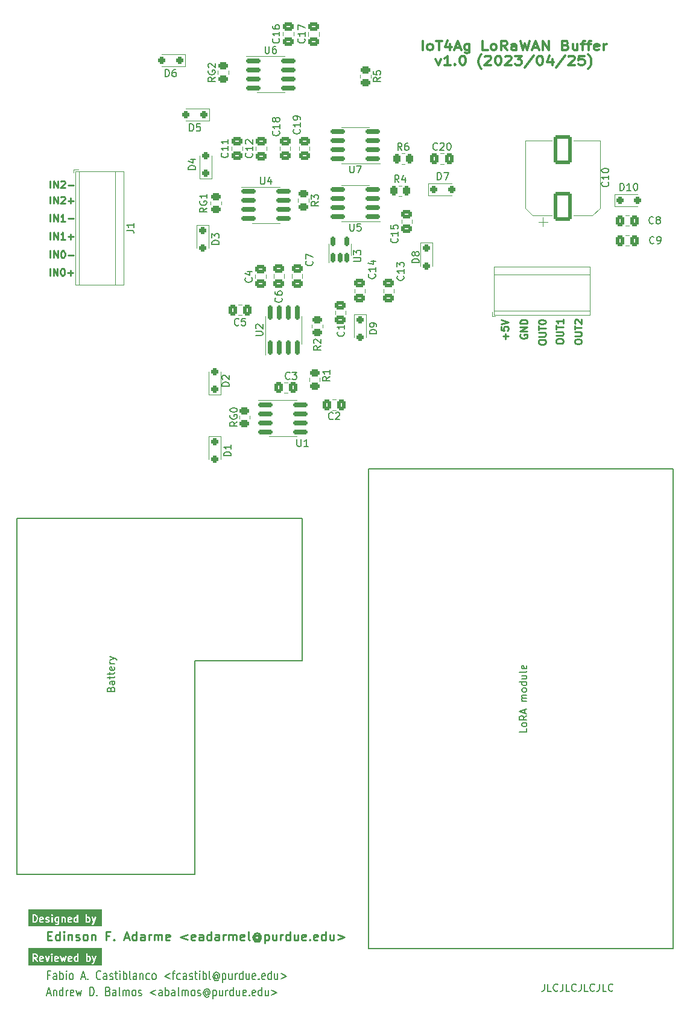
<source format=gbr>
%TF.GenerationSoftware,KiCad,Pcbnew,7.0.1*%
%TF.CreationDate,2023-04-26T11:30:26-04:00*%
%TF.ProjectId,UPenn_OpAmp,5550656e-6e5f-44f7-9041-6d702e6b6963,rev?*%
%TF.SameCoordinates,Original*%
%TF.FileFunction,Legend,Top*%
%TF.FilePolarity,Positive*%
%FSLAX46Y46*%
G04 Gerber Fmt 4.6, Leading zero omitted, Abs format (unit mm)*
G04 Created by KiCad (PCBNEW 7.0.1) date 2023-04-26 11:30:26*
%MOMM*%
%LPD*%
G01*
G04 APERTURE LIST*
G04 Aperture macros list*
%AMRoundRect*
0 Rectangle with rounded corners*
0 $1 Rounding radius*
0 $2 $3 $4 $5 $6 $7 $8 $9 X,Y pos of 4 corners*
0 Add a 4 corners polygon primitive as box body*
4,1,4,$2,$3,$4,$5,$6,$7,$8,$9,$2,$3,0*
0 Add four circle primitives for the rounded corners*
1,1,$1+$1,$2,$3*
1,1,$1+$1,$4,$5*
1,1,$1+$1,$6,$7*
1,1,$1+$1,$8,$9*
0 Add four rect primitives between the rounded corners*
20,1,$1+$1,$2,$3,$4,$5,0*
20,1,$1+$1,$4,$5,$6,$7,0*
20,1,$1+$1,$6,$7,$8,$9,0*
20,1,$1+$1,$8,$9,$2,$3,0*%
G04 Aperture macros list end*
%ADD10C,0.150000*%
%ADD11C,0.250000*%
%ADD12C,0.200000*%
%ADD13C,0.300000*%
%ADD14C,0.120000*%
%ADD15RoundRect,0.250000X-0.475000X0.337500X-0.475000X-0.337500X0.475000X-0.337500X0.475000X0.337500X0*%
%ADD16C,3.500000*%
%ADD17RoundRect,0.250000X-0.450000X0.262500X-0.450000X-0.262500X0.450000X-0.262500X0.450000X0.262500X0*%
%ADD18RoundRect,0.250000X0.475000X-0.337500X0.475000X0.337500X-0.475000X0.337500X-0.475000X-0.337500X0*%
%ADD19RoundRect,0.250000X-0.250000X0.250000X-0.250000X-0.250000X0.250000X-0.250000X0.250000X0.250000X0*%
%ADD20C,2.700000*%
%ADD21RoundRect,0.250000X-0.250000X-0.250000X0.250000X-0.250000X0.250000X0.250000X-0.250000X0.250000X0*%
%ADD22RoundRect,0.250000X-0.337500X-0.475000X0.337500X-0.475000X0.337500X0.475000X-0.337500X0.475000X0*%
%ADD23RoundRect,0.250000X0.250000X0.250000X-0.250000X0.250000X-0.250000X-0.250000X0.250000X-0.250000X0*%
%ADD24C,2.100000*%
%ADD25R,2.100000X2.100000*%
%ADD26RoundRect,0.150000X-0.825000X-0.150000X0.825000X-0.150000X0.825000X0.150000X-0.825000X0.150000X0*%
%ADD27RoundRect,0.250000X-0.262500X-0.450000X0.262500X-0.450000X0.262500X0.450000X-0.262500X0.450000X0*%
%ADD28RoundRect,0.250000X0.450000X-0.262500X0.450000X0.262500X-0.450000X0.262500X-0.450000X-0.262500X0*%
%ADD29RoundRect,0.150000X0.825000X0.150000X-0.825000X0.150000X-0.825000X-0.150000X0.825000X-0.150000X0*%
%ADD30RoundRect,0.250000X1.000000X-1.750000X1.000000X1.750000X-1.000000X1.750000X-1.000000X-1.750000X0*%
%ADD31RoundRect,0.250000X0.250000X-0.250000X0.250000X0.250000X-0.250000X0.250000X-0.250000X-0.250000X0*%
%ADD32RoundRect,0.150000X0.150000X-0.825000X0.150000X0.825000X-0.150000X0.825000X-0.150000X-0.825000X0*%
%ADD33RoundRect,0.150000X0.150000X-0.512500X0.150000X0.512500X-0.150000X0.512500X-0.150000X-0.512500X0*%
%ADD34RoundRect,0.250000X0.337500X0.475000X-0.337500X0.475000X-0.337500X-0.475000X0.337500X-0.475000X0*%
G04 APERTURE END LIST*
D10*
X101448000Y-103200000D02*
X61448000Y-103200000D01*
X61448000Y-103200000D02*
X61448000Y-153200000D01*
X101448000Y-103200000D02*
X101448000Y-123200000D01*
X86448000Y-153200000D02*
X61448000Y-153200000D01*
X86448000Y-123200000D02*
X86448000Y-153200000D01*
X101448000Y-123200000D02*
X86448000Y-123200000D01*
X110782000Y-96283000D02*
X153540000Y-96283000D01*
X153540000Y-163605000D01*
X110782000Y-163605000D01*
X110782000Y-96283000D01*
D11*
X66134095Y-59077619D02*
X66134095Y-58077619D01*
X66610285Y-59077619D02*
X66610285Y-58077619D01*
X66610285Y-58077619D02*
X67181713Y-59077619D01*
X67181713Y-59077619D02*
X67181713Y-58077619D01*
X67610285Y-58172857D02*
X67657904Y-58125238D01*
X67657904Y-58125238D02*
X67753142Y-58077619D01*
X67753142Y-58077619D02*
X67991237Y-58077619D01*
X67991237Y-58077619D02*
X68086475Y-58125238D01*
X68086475Y-58125238D02*
X68134094Y-58172857D01*
X68134094Y-58172857D02*
X68181713Y-58268095D01*
X68181713Y-58268095D02*
X68181713Y-58363333D01*
X68181713Y-58363333D02*
X68134094Y-58506190D01*
X68134094Y-58506190D02*
X67562666Y-59077619D01*
X67562666Y-59077619D02*
X68181713Y-59077619D01*
X68610285Y-58696666D02*
X69372190Y-58696666D01*
X68991237Y-59077619D02*
X68991237Y-58315714D01*
X66128095Y-66677619D02*
X66128095Y-65677619D01*
X66604285Y-66677619D02*
X66604285Y-65677619D01*
X66604285Y-65677619D02*
X67175713Y-66677619D01*
X67175713Y-66677619D02*
X67175713Y-65677619D01*
X67842380Y-65677619D02*
X67937618Y-65677619D01*
X67937618Y-65677619D02*
X68032856Y-65725238D01*
X68032856Y-65725238D02*
X68080475Y-65772857D01*
X68080475Y-65772857D02*
X68128094Y-65868095D01*
X68128094Y-65868095D02*
X68175713Y-66058571D01*
X68175713Y-66058571D02*
X68175713Y-66296666D01*
X68175713Y-66296666D02*
X68128094Y-66487142D01*
X68128094Y-66487142D02*
X68080475Y-66582380D01*
X68080475Y-66582380D02*
X68032856Y-66630000D01*
X68032856Y-66630000D02*
X67937618Y-66677619D01*
X67937618Y-66677619D02*
X67842380Y-66677619D01*
X67842380Y-66677619D02*
X67747142Y-66630000D01*
X67747142Y-66630000D02*
X67699523Y-66582380D01*
X67699523Y-66582380D02*
X67651904Y-66487142D01*
X67651904Y-66487142D02*
X67604285Y-66296666D01*
X67604285Y-66296666D02*
X67604285Y-66058571D01*
X67604285Y-66058571D02*
X67651904Y-65868095D01*
X67651904Y-65868095D02*
X67699523Y-65772857D01*
X67699523Y-65772857D02*
X67747142Y-65725238D01*
X67747142Y-65725238D02*
X67842380Y-65677619D01*
X68604285Y-66296666D02*
X69366190Y-66296666D01*
X130023666Y-78061904D02*
X130023666Y-77300000D01*
X130404619Y-77680952D02*
X129642714Y-77680952D01*
X129404619Y-76347619D02*
X129404619Y-76823809D01*
X129404619Y-76823809D02*
X129880809Y-76871428D01*
X129880809Y-76871428D02*
X129833190Y-76823809D01*
X129833190Y-76823809D02*
X129785571Y-76728571D01*
X129785571Y-76728571D02*
X129785571Y-76490476D01*
X129785571Y-76490476D02*
X129833190Y-76395238D01*
X129833190Y-76395238D02*
X129880809Y-76347619D01*
X129880809Y-76347619D02*
X129976047Y-76300000D01*
X129976047Y-76300000D02*
X130214142Y-76300000D01*
X130214142Y-76300000D02*
X130309380Y-76347619D01*
X130309380Y-76347619D02*
X130357000Y-76395238D01*
X130357000Y-76395238D02*
X130404619Y-76490476D01*
X130404619Y-76490476D02*
X130404619Y-76728571D01*
X130404619Y-76728571D02*
X130357000Y-76823809D01*
X130357000Y-76823809D02*
X130309380Y-76871428D01*
X129404619Y-76014285D02*
X130404619Y-75680952D01*
X130404619Y-75680952D02*
X129404619Y-75347619D01*
D12*
G36*
X71564621Y-164840756D02*
G01*
X71589291Y-164865426D01*
X71619095Y-164925034D01*
X71619095Y-165163536D01*
X71589291Y-165223143D01*
X71564620Y-165247814D01*
X71505013Y-165277619D01*
X71361749Y-165277619D01*
X71342905Y-165268197D01*
X71342905Y-164820374D01*
X71361749Y-164810952D01*
X71505013Y-164810952D01*
X71564621Y-164840756D01*
G37*
G36*
X69904809Y-164820374D02*
G01*
X69904809Y-165268197D01*
X69885965Y-165277619D01*
X69742701Y-165277619D01*
X69683094Y-165247815D01*
X69658423Y-165223143D01*
X69628619Y-165163536D01*
X69628619Y-164925034D01*
X69658423Y-164865425D01*
X69683093Y-164840756D01*
X69742701Y-164810952D01*
X69885965Y-164810952D01*
X69904809Y-164820374D01*
G37*
G36*
X69025511Y-164833106D02*
G01*
X69042962Y-164868007D01*
X68771476Y-164922305D01*
X68771476Y-164877415D01*
X68793630Y-164833106D01*
X68837939Y-164810952D01*
X68981203Y-164810952D01*
X69025511Y-164833106D01*
G37*
G36*
X67120749Y-164833106D02*
G01*
X67138200Y-164868007D01*
X66866714Y-164922305D01*
X66866714Y-164877415D01*
X66888868Y-164833106D01*
X66933177Y-164810952D01*
X67076441Y-164810952D01*
X67120749Y-164833106D01*
G37*
G36*
X65025511Y-164833106D02*
G01*
X65042962Y-164868007D01*
X64771476Y-164922305D01*
X64771476Y-164877415D01*
X64793630Y-164833106D01*
X64837939Y-164810952D01*
X64981203Y-164810952D01*
X65025511Y-164833106D01*
G37*
G36*
X64136049Y-164507423D02*
G01*
X64160719Y-164532093D01*
X64190523Y-164591701D01*
X64190523Y-164687346D01*
X64160719Y-164746954D01*
X64136049Y-164771623D01*
X64076441Y-164801428D01*
X63962365Y-164801428D01*
X63938292Y-164798933D01*
X63933355Y-164801428D01*
X63819095Y-164801428D01*
X63819095Y-164477619D01*
X64076441Y-164477619D01*
X64136049Y-164507423D01*
G37*
G36*
X73414334Y-165942857D02*
G01*
X63038143Y-165942857D01*
X63038143Y-165714625D01*
X71948272Y-165714625D01*
X71966792Y-165770353D01*
X72012501Y-165807223D01*
X72070887Y-165813526D01*
X72181172Y-165758383D01*
X72197615Y-165754806D01*
X72217094Y-165735326D01*
X72237275Y-165716555D01*
X72237759Y-165714661D01*
X72260099Y-165692321D01*
X72277229Y-165680116D01*
X72285917Y-165658395D01*
X72297126Y-165637868D01*
X72296671Y-165631510D01*
X72373219Y-165440140D01*
X72374822Y-165438905D01*
X72376886Y-165433123D01*
X72381291Y-165428841D01*
X72386206Y-165407670D01*
X72388712Y-165401408D01*
X72388893Y-165399506D01*
X72627629Y-164731045D01*
X72630140Y-164687377D01*
X72601278Y-164636233D01*
X72549348Y-164608813D01*
X72490836Y-164613820D01*
X72444321Y-164649666D01*
X72290524Y-165080297D01*
X72141767Y-164663777D01*
X72116047Y-164628399D01*
X72061316Y-164607109D01*
X72003764Y-164618789D01*
X71961662Y-164659730D01*
X71948379Y-164716933D01*
X72183621Y-165375614D01*
X72110060Y-165559518D01*
X72088431Y-165581147D01*
X71994847Y-165627940D01*
X71962820Y-165657730D01*
X71948272Y-165714625D01*
X63038143Y-165714625D01*
X63038143Y-164916260D01*
X63615934Y-164916260D01*
X63619095Y-164923182D01*
X63619095Y-165391998D01*
X63631418Y-165433966D01*
X63675800Y-165472423D01*
X63733927Y-165480780D01*
X63787346Y-165456385D01*
X63819095Y-165406982D01*
X63819095Y-165001428D01*
X63905124Y-165001428D01*
X64216846Y-165446745D01*
X64251008Y-165474060D01*
X64309421Y-165480114D01*
X64361833Y-165453626D01*
X64391606Y-165403008D01*
X64389285Y-165344328D01*
X64143316Y-164992944D01*
X64156394Y-164989105D01*
X64162582Y-164981963D01*
X64228790Y-164948859D01*
X64245233Y-164945282D01*
X64264712Y-164925802D01*
X64284893Y-164907031D01*
X64285377Y-164905137D01*
X64304748Y-164885766D01*
X64319215Y-164877174D01*
X64325303Y-164864997D01*
X64567856Y-164864997D01*
X64571476Y-164873725D01*
X64571476Y-165017863D01*
X64570022Y-165020423D01*
X64571476Y-165047025D01*
X64571476Y-165229376D01*
X64568902Y-165253219D01*
X64578040Y-165271496D01*
X64583799Y-165291108D01*
X64590939Y-165297295D01*
X64618259Y-165351935D01*
X64618122Y-165355820D01*
X64631266Y-165377950D01*
X64636082Y-165387582D01*
X64638585Y-165390273D01*
X64648111Y-165406311D01*
X64658193Y-165411352D01*
X64665873Y-165419608D01*
X64683949Y-165424230D01*
X64764794Y-165464653D01*
X64784970Y-165477619D01*
X64805405Y-165477619D01*
X64825521Y-165481239D01*
X64834249Y-165477619D01*
X64999424Y-165477619D01*
X65023267Y-165480193D01*
X65041543Y-165471054D01*
X65061156Y-165465296D01*
X65067344Y-165458154D01*
X65157629Y-165413012D01*
X65189655Y-165383222D01*
X65204204Y-165326327D01*
X65185684Y-165270599D01*
X65139974Y-165233729D01*
X65081588Y-165227426D01*
X64981203Y-165277619D01*
X64837939Y-165277619D01*
X64793630Y-165255464D01*
X64771476Y-165211155D01*
X64771476Y-165126266D01*
X65150434Y-165050473D01*
X65162498Y-165052208D01*
X65178655Y-165044829D01*
X65181377Y-165044285D01*
X65191687Y-165038877D01*
X65215917Y-165027813D01*
X65217508Y-165025337D01*
X65220113Y-165023971D01*
X65233263Y-165000821D01*
X65247666Y-164978410D01*
X65247666Y-164975467D01*
X65249119Y-164972909D01*
X65247666Y-164946326D01*
X65247666Y-164859193D01*
X65250240Y-164835350D01*
X65241101Y-164817072D01*
X65235343Y-164797462D01*
X65228201Y-164791274D01*
X65200882Y-164736636D01*
X65201020Y-164732751D01*
X65191625Y-164716933D01*
X65376950Y-164716933D01*
X65618094Y-165392139D01*
X65617574Y-165401194D01*
X65627800Y-165419315D01*
X65629757Y-165424794D01*
X65634829Y-165431771D01*
X65646436Y-165452338D01*
X65651866Y-165455205D01*
X65655477Y-165460172D01*
X65677481Y-165468731D01*
X65698366Y-165479759D01*
X65704486Y-165479235D01*
X65710208Y-165481461D01*
X65733341Y-165476766D01*
X65756878Y-165474752D01*
X65761744Y-165471001D01*
X65767760Y-165469781D01*
X65784688Y-165453319D01*
X65803393Y-165438905D01*
X65805457Y-165433123D01*
X65809862Y-165428841D01*
X65815205Y-165405831D01*
X65820145Y-165391998D01*
X66238143Y-165391998D01*
X66250466Y-165433966D01*
X66294848Y-165472423D01*
X66352975Y-165480780D01*
X66406394Y-165456385D01*
X66438143Y-165406982D01*
X66438143Y-164864997D01*
X66663094Y-164864997D01*
X66666714Y-164873725D01*
X66666714Y-165017863D01*
X66665260Y-165020423D01*
X66666714Y-165047025D01*
X66666714Y-165229376D01*
X66664140Y-165253219D01*
X66673278Y-165271496D01*
X66679037Y-165291108D01*
X66686177Y-165297295D01*
X66713497Y-165351935D01*
X66713360Y-165355820D01*
X66726504Y-165377950D01*
X66731320Y-165387582D01*
X66733823Y-165390273D01*
X66743349Y-165406311D01*
X66753431Y-165411352D01*
X66761111Y-165419608D01*
X66779187Y-165424230D01*
X66860032Y-165464653D01*
X66880208Y-165477619D01*
X66900643Y-165477619D01*
X66920759Y-165481239D01*
X66929487Y-165477619D01*
X67094662Y-165477619D01*
X67118505Y-165480193D01*
X67136781Y-165471054D01*
X67156394Y-165465296D01*
X67162582Y-165458154D01*
X67252867Y-165413012D01*
X67284893Y-165383222D01*
X67299442Y-165326327D01*
X67280922Y-165270599D01*
X67235212Y-165233729D01*
X67176826Y-165227426D01*
X67076441Y-165277619D01*
X66933177Y-165277619D01*
X66888868Y-165255464D01*
X66866714Y-165211155D01*
X66866714Y-165126266D01*
X67245672Y-165050473D01*
X67257736Y-165052208D01*
X67273893Y-165044829D01*
X67276615Y-165044285D01*
X67286925Y-165038877D01*
X67311155Y-165027813D01*
X67312746Y-165025337D01*
X67315351Y-165023971D01*
X67328501Y-165000821D01*
X67342904Y-164978410D01*
X67342904Y-164975467D01*
X67344357Y-164972909D01*
X67342904Y-164946326D01*
X67342904Y-164859193D01*
X67345478Y-164835350D01*
X67336339Y-164817072D01*
X67330581Y-164797462D01*
X67323439Y-164791274D01*
X67296120Y-164736636D01*
X67296258Y-164732751D01*
X67283108Y-164710611D01*
X67282898Y-164710191D01*
X67472019Y-164710191D01*
X67665374Y-165386936D01*
X67664381Y-165397374D01*
X67673291Y-165414645D01*
X67674512Y-165418917D01*
X67679850Y-165427359D01*
X67691306Y-165449563D01*
X67695377Y-165451912D01*
X67697890Y-165455885D01*
X67720536Y-165466427D01*
X67742172Y-165478910D01*
X67746867Y-165478685D01*
X67751129Y-165480669D01*
X67775878Y-165477294D01*
X67800831Y-165476099D01*
X67804659Y-165473370D01*
X67809316Y-165472736D01*
X67828310Y-165456518D01*
X67848657Y-165442021D01*
X67850402Y-165437656D01*
X67853978Y-165434604D01*
X67861190Y-165410688D01*
X67957190Y-165170687D01*
X68047806Y-165397228D01*
X68047883Y-165407711D01*
X68058506Y-165423979D01*
X68060158Y-165428108D01*
X68066334Y-165435966D01*
X68079992Y-165456881D01*
X68084282Y-165458802D01*
X68087187Y-165462498D01*
X68110788Y-165470674D01*
X68133587Y-165480885D01*
X68138234Y-165480182D01*
X68142677Y-165481721D01*
X68166954Y-165475838D01*
X68191652Y-165472104D01*
X68195182Y-165468999D01*
X68199750Y-165467893D01*
X68216991Y-165449821D01*
X68235752Y-165433324D01*
X68237043Y-165428803D01*
X68240288Y-165425403D01*
X68245022Y-165400876D01*
X68398131Y-164864997D01*
X68567856Y-164864997D01*
X68571476Y-164873725D01*
X68571476Y-165017863D01*
X68570022Y-165020423D01*
X68571476Y-165047025D01*
X68571476Y-165229376D01*
X68568902Y-165253219D01*
X68578040Y-165271496D01*
X68583799Y-165291108D01*
X68590939Y-165297295D01*
X68618259Y-165351935D01*
X68618122Y-165355820D01*
X68631266Y-165377950D01*
X68636082Y-165387582D01*
X68638585Y-165390273D01*
X68648111Y-165406311D01*
X68658193Y-165411352D01*
X68665873Y-165419608D01*
X68683949Y-165424230D01*
X68764794Y-165464653D01*
X68784970Y-165477619D01*
X68805405Y-165477619D01*
X68825521Y-165481239D01*
X68834249Y-165477619D01*
X68999424Y-165477619D01*
X69023267Y-165480193D01*
X69041543Y-165471054D01*
X69061156Y-165465296D01*
X69067344Y-165458154D01*
X69157629Y-165413012D01*
X69189655Y-165383222D01*
X69204204Y-165326327D01*
X69185684Y-165270599D01*
X69139974Y-165233729D01*
X69081588Y-165227426D01*
X68981203Y-165277619D01*
X68837939Y-165277619D01*
X68793630Y-165255464D01*
X68771476Y-165211155D01*
X68771476Y-165126266D01*
X69150434Y-165050473D01*
X69162498Y-165052208D01*
X69178655Y-165044829D01*
X69181377Y-165044285D01*
X69191687Y-165038877D01*
X69215917Y-165027813D01*
X69217508Y-165025337D01*
X69220113Y-165023971D01*
X69233263Y-165000821D01*
X69247666Y-164978410D01*
X69247666Y-164975467D01*
X69249119Y-164972909D01*
X69247666Y-164946326D01*
X69247666Y-164912616D01*
X69424999Y-164912616D01*
X69428619Y-164921344D01*
X69428619Y-165181757D01*
X69426045Y-165205600D01*
X69435183Y-165223876D01*
X69440942Y-165243489D01*
X69448083Y-165249677D01*
X69481187Y-165315884D01*
X69484764Y-165332327D01*
X69504247Y-165351810D01*
X69523016Y-165371988D01*
X69524908Y-165372471D01*
X69544280Y-165391844D01*
X69552873Y-165406311D01*
X69577511Y-165418630D01*
X69601702Y-165431840D01*
X69603651Y-165431700D01*
X69669556Y-165464653D01*
X69689732Y-165477619D01*
X69710167Y-165477619D01*
X69730283Y-165481239D01*
X69739011Y-165477619D01*
X69904186Y-165477619D01*
X69928029Y-165480193D01*
X69946305Y-165471054D01*
X69956485Y-165468065D01*
X69961514Y-165472423D01*
X70019641Y-165480780D01*
X70073060Y-165456385D01*
X70104809Y-165406982D01*
X70104809Y-165342583D01*
X70108966Y-165326327D01*
X70104809Y-165313818D01*
X70104809Y-164762244D01*
X71138748Y-164762244D01*
X71142905Y-164774753D01*
X71142905Y-165328233D01*
X71141932Y-165355820D01*
X71142905Y-165357458D01*
X71142905Y-165391998D01*
X71155228Y-165433966D01*
X71199610Y-165472423D01*
X71257737Y-165480780D01*
X71290451Y-165465840D01*
X71308780Y-165477619D01*
X71329215Y-165477619D01*
X71349331Y-165481239D01*
X71358059Y-165477619D01*
X71523234Y-165477619D01*
X71547077Y-165480193D01*
X71565353Y-165471054D01*
X71584966Y-165465296D01*
X71591154Y-165458154D01*
X71657362Y-165425050D01*
X71673806Y-165421473D01*
X71693291Y-165401987D01*
X71713465Y-165383222D01*
X71713949Y-165381328D01*
X71733322Y-165361955D01*
X71747787Y-165353364D01*
X71760104Y-165328729D01*
X71773316Y-165304533D01*
X71773176Y-165302585D01*
X71806129Y-165236680D01*
X71819095Y-165216505D01*
X71819095Y-165196070D01*
X71822715Y-165175954D01*
X71819095Y-165167226D01*
X71819095Y-164906812D01*
X71821669Y-164882969D01*
X71812530Y-164864691D01*
X71806772Y-164845081D01*
X71799630Y-164838893D01*
X71766525Y-164772682D01*
X71762949Y-164756242D01*
X71743474Y-164736767D01*
X71724698Y-164716581D01*
X71722803Y-164716096D01*
X71703433Y-164696726D01*
X71694841Y-164682260D01*
X71670206Y-164669942D01*
X71646011Y-164656731D01*
X71644061Y-164656870D01*
X71578160Y-164623919D01*
X71557982Y-164610952D01*
X71537546Y-164610952D01*
X71517431Y-164607332D01*
X71508703Y-164610952D01*
X71343527Y-164610952D01*
X71342905Y-164610885D01*
X71342905Y-164363240D01*
X71330582Y-164321272D01*
X71286200Y-164282815D01*
X71228073Y-164274458D01*
X71174654Y-164298853D01*
X71142905Y-164348256D01*
X71142905Y-164745987D01*
X71138748Y-164762244D01*
X70104809Y-164762244D01*
X70104809Y-164760338D01*
X70105782Y-164732751D01*
X70104809Y-164731113D01*
X70104809Y-164363240D01*
X70092486Y-164321272D01*
X70048104Y-164282815D01*
X69989977Y-164274458D01*
X69936558Y-164298853D01*
X69904809Y-164348256D01*
X69904809Y-164608488D01*
X69898383Y-164607332D01*
X69889655Y-164610952D01*
X69724479Y-164610952D01*
X69700636Y-164608378D01*
X69682358Y-164617516D01*
X69662748Y-164623275D01*
X69656560Y-164630416D01*
X69590349Y-164663521D01*
X69573909Y-164667098D01*
X69554434Y-164686572D01*
X69534248Y-164705349D01*
X69533763Y-164707243D01*
X69514393Y-164726613D01*
X69499927Y-164735206D01*
X69487609Y-164759840D01*
X69474398Y-164784036D01*
X69474537Y-164785985D01*
X69441586Y-164851886D01*
X69428619Y-164872065D01*
X69428619Y-164892501D01*
X69424999Y-164912616D01*
X69247666Y-164912616D01*
X69247666Y-164859193D01*
X69250240Y-164835350D01*
X69241101Y-164817072D01*
X69235343Y-164797462D01*
X69228201Y-164791274D01*
X69200882Y-164736636D01*
X69201020Y-164732751D01*
X69187870Y-164710611D01*
X69183059Y-164700989D01*
X69180558Y-164698300D01*
X69171031Y-164682260D01*
X69160949Y-164677219D01*
X69153269Y-164668962D01*
X69135188Y-164664338D01*
X69054350Y-164623919D01*
X69034172Y-164610952D01*
X69013736Y-164610952D01*
X68993621Y-164607332D01*
X68984893Y-164610952D01*
X68819717Y-164610952D01*
X68795874Y-164608378D01*
X68777596Y-164617516D01*
X68757986Y-164623275D01*
X68751798Y-164630416D01*
X68697160Y-164657735D01*
X68693275Y-164657598D01*
X68671135Y-164670747D01*
X68661513Y-164675559D01*
X68658824Y-164678059D01*
X68642784Y-164687587D01*
X68637743Y-164697668D01*
X68629486Y-164705349D01*
X68624862Y-164723429D01*
X68584443Y-164804267D01*
X68571476Y-164824446D01*
X68571476Y-164844882D01*
X68567856Y-164864997D01*
X68398131Y-164864997D01*
X68438245Y-164724598D01*
X68437925Y-164680860D01*
X68405816Y-164631690D01*
X68352221Y-164607686D01*
X68294156Y-164616467D01*
X68250056Y-164655247D01*
X68131874Y-165068882D01*
X68059036Y-164886786D01*
X68059523Y-164881674D01*
X68048254Y-164859831D01*
X68044697Y-164850938D01*
X68041696Y-164847120D01*
X68032598Y-164829484D01*
X68023883Y-164824456D01*
X68017669Y-164816549D01*
X67998920Y-164810053D01*
X67981732Y-164800137D01*
X67971685Y-164800618D01*
X67962179Y-164797325D01*
X67942892Y-164801998D01*
X67923073Y-164802948D01*
X67914880Y-164808785D01*
X67905106Y-164811154D01*
X67891409Y-164825509D01*
X67875247Y-164837026D01*
X67871511Y-164846365D01*
X67864568Y-164853643D01*
X67860806Y-164873126D01*
X67782505Y-165068881D01*
X67668440Y-164669654D01*
X67645062Y-164632686D01*
X67591823Y-164607902D01*
X67533636Y-164615835D01*
X67488974Y-164653967D01*
X67472019Y-164710191D01*
X67282898Y-164710191D01*
X67278297Y-164700989D01*
X67275796Y-164698300D01*
X67266269Y-164682260D01*
X67256187Y-164677219D01*
X67248507Y-164668962D01*
X67230426Y-164664338D01*
X67149588Y-164623919D01*
X67129410Y-164610952D01*
X67108974Y-164610952D01*
X67088859Y-164607332D01*
X67080131Y-164610952D01*
X66914955Y-164610952D01*
X66891112Y-164608378D01*
X66872834Y-164617516D01*
X66853224Y-164623275D01*
X66847036Y-164630416D01*
X66792398Y-164657735D01*
X66788513Y-164657598D01*
X66766373Y-164670747D01*
X66756751Y-164675559D01*
X66754062Y-164678059D01*
X66738022Y-164687587D01*
X66732981Y-164697668D01*
X66724724Y-164705349D01*
X66720100Y-164723429D01*
X66679681Y-164804267D01*
X66666714Y-164824446D01*
X66666714Y-164844882D01*
X66663094Y-164864997D01*
X66438143Y-164864997D01*
X66438143Y-164696573D01*
X66425820Y-164654605D01*
X66381438Y-164616148D01*
X66323311Y-164607791D01*
X66269892Y-164632186D01*
X66238143Y-164681589D01*
X66238143Y-165391998D01*
X65820145Y-165391998D01*
X66056200Y-164731045D01*
X66058711Y-164687377D01*
X66029849Y-164636233D01*
X65977919Y-164608813D01*
X65919407Y-164613820D01*
X65872892Y-164649666D01*
X65719095Y-165080297D01*
X65570338Y-164663777D01*
X65544618Y-164628399D01*
X65489887Y-164607109D01*
X65432335Y-164618789D01*
X65390233Y-164659730D01*
X65376950Y-164716933D01*
X65191625Y-164716933D01*
X65187870Y-164710611D01*
X65183059Y-164700989D01*
X65180558Y-164698300D01*
X65171031Y-164682260D01*
X65160949Y-164677219D01*
X65153269Y-164668962D01*
X65135188Y-164664338D01*
X65054350Y-164623919D01*
X65034172Y-164610952D01*
X65013736Y-164610952D01*
X64993621Y-164607332D01*
X64984893Y-164610952D01*
X64819717Y-164610952D01*
X64795874Y-164608378D01*
X64777596Y-164617516D01*
X64757986Y-164623275D01*
X64751798Y-164630416D01*
X64697160Y-164657735D01*
X64693275Y-164657598D01*
X64671135Y-164670747D01*
X64661513Y-164675559D01*
X64658824Y-164678059D01*
X64642784Y-164687587D01*
X64637743Y-164697668D01*
X64629486Y-164705349D01*
X64624862Y-164723429D01*
X64584443Y-164804267D01*
X64571476Y-164824446D01*
X64571476Y-164844882D01*
X64567856Y-164864997D01*
X64325303Y-164864997D01*
X64331533Y-164852537D01*
X64344744Y-164828344D01*
X64344604Y-164826395D01*
X64377557Y-164760490D01*
X64390523Y-164740315D01*
X64390523Y-164719880D01*
X64394143Y-164699764D01*
X64390523Y-164691036D01*
X64390523Y-164573479D01*
X64393097Y-164549636D01*
X64383958Y-164531358D01*
X64378200Y-164511748D01*
X64371058Y-164505560D01*
X64337953Y-164439349D01*
X64334377Y-164422909D01*
X64329271Y-164417803D01*
X66186567Y-164417803D01*
X66191288Y-164439506D01*
X66192873Y-164461660D01*
X66197433Y-164467752D01*
X66199051Y-164475186D01*
X66214752Y-164490887D01*
X66228066Y-164508672D01*
X66235196Y-164511331D01*
X66249383Y-164525518D01*
X66250466Y-164529204D01*
X66264531Y-164541391D01*
X66275685Y-164556291D01*
X66286292Y-164560247D01*
X66294848Y-164567661D01*
X66306054Y-164569272D01*
X66315989Y-164574697D01*
X66323577Y-164574154D01*
X66330708Y-164576814D01*
X66341770Y-164574407D01*
X66352975Y-164576018D01*
X66363274Y-164571314D01*
X66374565Y-164570507D01*
X66380655Y-164565947D01*
X66388091Y-164564330D01*
X66396094Y-164556326D01*
X66406394Y-164551623D01*
X66412515Y-164542097D01*
X66421576Y-164535315D01*
X66424235Y-164528185D01*
X66451415Y-164501005D01*
X66469195Y-164487696D01*
X66476955Y-164466889D01*
X66487602Y-164447392D01*
X66487059Y-164439801D01*
X66489718Y-164432673D01*
X66484996Y-164410969D01*
X66483412Y-164388816D01*
X66478852Y-164382725D01*
X66477235Y-164375290D01*
X66461529Y-164359584D01*
X66448220Y-164341805D01*
X66441090Y-164339145D01*
X66426902Y-164324957D01*
X66425820Y-164321272D01*
X66411752Y-164309082D01*
X66400601Y-164294186D01*
X66389995Y-164290230D01*
X66381438Y-164282815D01*
X66370231Y-164281203D01*
X66360297Y-164275779D01*
X66352706Y-164276321D01*
X66345578Y-164273663D01*
X66334517Y-164276069D01*
X66323311Y-164274458D01*
X66313013Y-164279160D01*
X66301721Y-164279968D01*
X66295628Y-164284528D01*
X66288195Y-164286146D01*
X66280191Y-164294149D01*
X66269892Y-164298853D01*
X66263771Y-164308376D01*
X66254709Y-164315161D01*
X66252049Y-164322291D01*
X66224874Y-164349466D01*
X66207090Y-164362780D01*
X66199327Y-164383592D01*
X66188684Y-164403084D01*
X66189226Y-164410672D01*
X66186567Y-164417803D01*
X64329271Y-164417803D01*
X64314902Y-164403434D01*
X64296126Y-164383248D01*
X64294231Y-164382763D01*
X64274861Y-164363393D01*
X64266269Y-164348927D01*
X64241634Y-164336609D01*
X64217439Y-164323398D01*
X64215489Y-164323537D01*
X64149588Y-164290586D01*
X64129410Y-164277619D01*
X64108974Y-164277619D01*
X64088859Y-164273999D01*
X64080131Y-164277619D01*
X63726249Y-164277619D01*
X63704263Y-164274458D01*
X63684059Y-164283684D01*
X63662748Y-164289942D01*
X63657765Y-164295692D01*
X63650844Y-164298853D01*
X63638835Y-164317538D01*
X63624291Y-164334324D01*
X63623208Y-164341855D01*
X63619095Y-164348256D01*
X63619095Y-164370465D01*
X63615934Y-164392451D01*
X63619095Y-164399373D01*
X63619095Y-164894274D01*
X63615934Y-164916260D01*
X63038143Y-164916260D01*
X63038143Y-163557143D01*
X73414334Y-163557143D01*
X73414334Y-165942857D01*
G37*
D11*
X134662619Y-78571428D02*
X134662619Y-78380952D01*
X134662619Y-78380952D02*
X134710238Y-78285714D01*
X134710238Y-78285714D02*
X134805476Y-78190476D01*
X134805476Y-78190476D02*
X134995952Y-78142857D01*
X134995952Y-78142857D02*
X135329285Y-78142857D01*
X135329285Y-78142857D02*
X135519761Y-78190476D01*
X135519761Y-78190476D02*
X135615000Y-78285714D01*
X135615000Y-78285714D02*
X135662619Y-78380952D01*
X135662619Y-78380952D02*
X135662619Y-78571428D01*
X135662619Y-78571428D02*
X135615000Y-78666666D01*
X135615000Y-78666666D02*
X135519761Y-78761904D01*
X135519761Y-78761904D02*
X135329285Y-78809523D01*
X135329285Y-78809523D02*
X134995952Y-78809523D01*
X134995952Y-78809523D02*
X134805476Y-78761904D01*
X134805476Y-78761904D02*
X134710238Y-78666666D01*
X134710238Y-78666666D02*
X134662619Y-78571428D01*
X134662619Y-77714285D02*
X135472142Y-77714285D01*
X135472142Y-77714285D02*
X135567380Y-77666666D01*
X135567380Y-77666666D02*
X135615000Y-77619047D01*
X135615000Y-77619047D02*
X135662619Y-77523809D01*
X135662619Y-77523809D02*
X135662619Y-77333333D01*
X135662619Y-77333333D02*
X135615000Y-77238095D01*
X135615000Y-77238095D02*
X135567380Y-77190476D01*
X135567380Y-77190476D02*
X135472142Y-77142857D01*
X135472142Y-77142857D02*
X134662619Y-77142857D01*
X134662619Y-76809523D02*
X134662619Y-76238095D01*
X135662619Y-76523809D02*
X134662619Y-76523809D01*
X134662619Y-75714285D02*
X134662619Y-75619047D01*
X134662619Y-75619047D02*
X134710238Y-75523809D01*
X134710238Y-75523809D02*
X134757857Y-75476190D01*
X134757857Y-75476190D02*
X134853095Y-75428571D01*
X134853095Y-75428571D02*
X135043571Y-75380952D01*
X135043571Y-75380952D02*
X135281666Y-75380952D01*
X135281666Y-75380952D02*
X135472142Y-75428571D01*
X135472142Y-75428571D02*
X135567380Y-75476190D01*
X135567380Y-75476190D02*
X135615000Y-75523809D01*
X135615000Y-75523809D02*
X135662619Y-75619047D01*
X135662619Y-75619047D02*
X135662619Y-75714285D01*
X135662619Y-75714285D02*
X135615000Y-75809523D01*
X135615000Y-75809523D02*
X135567380Y-75857142D01*
X135567380Y-75857142D02*
X135472142Y-75904761D01*
X135472142Y-75904761D02*
X135281666Y-75952380D01*
X135281666Y-75952380D02*
X135043571Y-75952380D01*
X135043571Y-75952380D02*
X134853095Y-75904761D01*
X134853095Y-75904761D02*
X134757857Y-75857142D01*
X134757857Y-75857142D02*
X134710238Y-75809523D01*
X134710238Y-75809523D02*
X134662619Y-75714285D01*
D10*
X135508809Y-168577619D02*
X135508809Y-169291904D01*
X135508809Y-169291904D02*
X135461190Y-169434761D01*
X135461190Y-169434761D02*
X135365952Y-169530000D01*
X135365952Y-169530000D02*
X135223095Y-169577619D01*
X135223095Y-169577619D02*
X135127857Y-169577619D01*
X136461190Y-169577619D02*
X135985000Y-169577619D01*
X135985000Y-169577619D02*
X135985000Y-168577619D01*
X137365952Y-169482380D02*
X137318333Y-169530000D01*
X137318333Y-169530000D02*
X137175476Y-169577619D01*
X137175476Y-169577619D02*
X137080238Y-169577619D01*
X137080238Y-169577619D02*
X136937381Y-169530000D01*
X136937381Y-169530000D02*
X136842143Y-169434761D01*
X136842143Y-169434761D02*
X136794524Y-169339523D01*
X136794524Y-169339523D02*
X136746905Y-169149047D01*
X136746905Y-169149047D02*
X136746905Y-169006190D01*
X136746905Y-169006190D02*
X136794524Y-168815714D01*
X136794524Y-168815714D02*
X136842143Y-168720476D01*
X136842143Y-168720476D02*
X136937381Y-168625238D01*
X136937381Y-168625238D02*
X137080238Y-168577619D01*
X137080238Y-168577619D02*
X137175476Y-168577619D01*
X137175476Y-168577619D02*
X137318333Y-168625238D01*
X137318333Y-168625238D02*
X137365952Y-168672857D01*
X138080238Y-168577619D02*
X138080238Y-169291904D01*
X138080238Y-169291904D02*
X138032619Y-169434761D01*
X138032619Y-169434761D02*
X137937381Y-169530000D01*
X137937381Y-169530000D02*
X137794524Y-169577619D01*
X137794524Y-169577619D02*
X137699286Y-169577619D01*
X139032619Y-169577619D02*
X138556429Y-169577619D01*
X138556429Y-169577619D02*
X138556429Y-168577619D01*
X139937381Y-169482380D02*
X139889762Y-169530000D01*
X139889762Y-169530000D02*
X139746905Y-169577619D01*
X139746905Y-169577619D02*
X139651667Y-169577619D01*
X139651667Y-169577619D02*
X139508810Y-169530000D01*
X139508810Y-169530000D02*
X139413572Y-169434761D01*
X139413572Y-169434761D02*
X139365953Y-169339523D01*
X139365953Y-169339523D02*
X139318334Y-169149047D01*
X139318334Y-169149047D02*
X139318334Y-169006190D01*
X139318334Y-169006190D02*
X139365953Y-168815714D01*
X139365953Y-168815714D02*
X139413572Y-168720476D01*
X139413572Y-168720476D02*
X139508810Y-168625238D01*
X139508810Y-168625238D02*
X139651667Y-168577619D01*
X139651667Y-168577619D02*
X139746905Y-168577619D01*
X139746905Y-168577619D02*
X139889762Y-168625238D01*
X139889762Y-168625238D02*
X139937381Y-168672857D01*
X140651667Y-168577619D02*
X140651667Y-169291904D01*
X140651667Y-169291904D02*
X140604048Y-169434761D01*
X140604048Y-169434761D02*
X140508810Y-169530000D01*
X140508810Y-169530000D02*
X140365953Y-169577619D01*
X140365953Y-169577619D02*
X140270715Y-169577619D01*
X141604048Y-169577619D02*
X141127858Y-169577619D01*
X141127858Y-169577619D02*
X141127858Y-168577619D01*
X142508810Y-169482380D02*
X142461191Y-169530000D01*
X142461191Y-169530000D02*
X142318334Y-169577619D01*
X142318334Y-169577619D02*
X142223096Y-169577619D01*
X142223096Y-169577619D02*
X142080239Y-169530000D01*
X142080239Y-169530000D02*
X141985001Y-169434761D01*
X141985001Y-169434761D02*
X141937382Y-169339523D01*
X141937382Y-169339523D02*
X141889763Y-169149047D01*
X141889763Y-169149047D02*
X141889763Y-169006190D01*
X141889763Y-169006190D02*
X141937382Y-168815714D01*
X141937382Y-168815714D02*
X141985001Y-168720476D01*
X141985001Y-168720476D02*
X142080239Y-168625238D01*
X142080239Y-168625238D02*
X142223096Y-168577619D01*
X142223096Y-168577619D02*
X142318334Y-168577619D01*
X142318334Y-168577619D02*
X142461191Y-168625238D01*
X142461191Y-168625238D02*
X142508810Y-168672857D01*
X143223096Y-168577619D02*
X143223096Y-169291904D01*
X143223096Y-169291904D02*
X143175477Y-169434761D01*
X143175477Y-169434761D02*
X143080239Y-169530000D01*
X143080239Y-169530000D02*
X142937382Y-169577619D01*
X142937382Y-169577619D02*
X142842144Y-169577619D01*
X144175477Y-169577619D02*
X143699287Y-169577619D01*
X143699287Y-169577619D02*
X143699287Y-168577619D01*
X145080239Y-169482380D02*
X145032620Y-169530000D01*
X145032620Y-169530000D02*
X144889763Y-169577619D01*
X144889763Y-169577619D02*
X144794525Y-169577619D01*
X144794525Y-169577619D02*
X144651668Y-169530000D01*
X144651668Y-169530000D02*
X144556430Y-169434761D01*
X144556430Y-169434761D02*
X144508811Y-169339523D01*
X144508811Y-169339523D02*
X144461192Y-169149047D01*
X144461192Y-169149047D02*
X144461192Y-169006190D01*
X144461192Y-169006190D02*
X144508811Y-168815714D01*
X144508811Y-168815714D02*
X144556430Y-168720476D01*
X144556430Y-168720476D02*
X144651668Y-168625238D01*
X144651668Y-168625238D02*
X144794525Y-168577619D01*
X144794525Y-168577619D02*
X144889763Y-168577619D01*
X144889763Y-168577619D02*
X145032620Y-168625238D01*
X145032620Y-168625238D02*
X145080239Y-168672857D01*
D11*
X66093095Y-69177619D02*
X66093095Y-68177619D01*
X66569285Y-69177619D02*
X66569285Y-68177619D01*
X66569285Y-68177619D02*
X67140713Y-69177619D01*
X67140713Y-69177619D02*
X67140713Y-68177619D01*
X67807380Y-68177619D02*
X67902618Y-68177619D01*
X67902618Y-68177619D02*
X67997856Y-68225238D01*
X67997856Y-68225238D02*
X68045475Y-68272857D01*
X68045475Y-68272857D02*
X68093094Y-68368095D01*
X68093094Y-68368095D02*
X68140713Y-68558571D01*
X68140713Y-68558571D02*
X68140713Y-68796666D01*
X68140713Y-68796666D02*
X68093094Y-68987142D01*
X68093094Y-68987142D02*
X68045475Y-69082380D01*
X68045475Y-69082380D02*
X67997856Y-69130000D01*
X67997856Y-69130000D02*
X67902618Y-69177619D01*
X67902618Y-69177619D02*
X67807380Y-69177619D01*
X67807380Y-69177619D02*
X67712142Y-69130000D01*
X67712142Y-69130000D02*
X67664523Y-69082380D01*
X67664523Y-69082380D02*
X67616904Y-68987142D01*
X67616904Y-68987142D02*
X67569285Y-68796666D01*
X67569285Y-68796666D02*
X67569285Y-68558571D01*
X67569285Y-68558571D02*
X67616904Y-68368095D01*
X67616904Y-68368095D02*
X67664523Y-68272857D01*
X67664523Y-68272857D02*
X67712142Y-68225238D01*
X67712142Y-68225238D02*
X67807380Y-68177619D01*
X68569285Y-68796666D02*
X69331190Y-68796666D01*
X68950237Y-69177619D02*
X68950237Y-68415714D01*
D10*
X74631809Y-127198571D02*
X74679428Y-127055714D01*
X74679428Y-127055714D02*
X74727047Y-127008095D01*
X74727047Y-127008095D02*
X74822285Y-126960476D01*
X74822285Y-126960476D02*
X74965142Y-126960476D01*
X74965142Y-126960476D02*
X75060380Y-127008095D01*
X75060380Y-127008095D02*
X75108000Y-127055714D01*
X75108000Y-127055714D02*
X75155619Y-127150952D01*
X75155619Y-127150952D02*
X75155619Y-127531904D01*
X75155619Y-127531904D02*
X74155619Y-127531904D01*
X74155619Y-127531904D02*
X74155619Y-127198571D01*
X74155619Y-127198571D02*
X74203238Y-127103333D01*
X74203238Y-127103333D02*
X74250857Y-127055714D01*
X74250857Y-127055714D02*
X74346095Y-127008095D01*
X74346095Y-127008095D02*
X74441333Y-127008095D01*
X74441333Y-127008095D02*
X74536571Y-127055714D01*
X74536571Y-127055714D02*
X74584190Y-127103333D01*
X74584190Y-127103333D02*
X74631809Y-127198571D01*
X74631809Y-127198571D02*
X74631809Y-127531904D01*
X75155619Y-126103333D02*
X74631809Y-126103333D01*
X74631809Y-126103333D02*
X74536571Y-126150952D01*
X74536571Y-126150952D02*
X74488952Y-126246190D01*
X74488952Y-126246190D02*
X74488952Y-126436666D01*
X74488952Y-126436666D02*
X74536571Y-126531904D01*
X75108000Y-126103333D02*
X75155619Y-126198571D01*
X75155619Y-126198571D02*
X75155619Y-126436666D01*
X75155619Y-126436666D02*
X75108000Y-126531904D01*
X75108000Y-126531904D02*
X75012761Y-126579523D01*
X75012761Y-126579523D02*
X74917523Y-126579523D01*
X74917523Y-126579523D02*
X74822285Y-126531904D01*
X74822285Y-126531904D02*
X74774666Y-126436666D01*
X74774666Y-126436666D02*
X74774666Y-126198571D01*
X74774666Y-126198571D02*
X74727047Y-126103333D01*
X74488952Y-125769999D02*
X74488952Y-125389047D01*
X74155619Y-125627142D02*
X75012761Y-125627142D01*
X75012761Y-125627142D02*
X75108000Y-125579523D01*
X75108000Y-125579523D02*
X75155619Y-125484285D01*
X75155619Y-125484285D02*
X75155619Y-125389047D01*
X74488952Y-125198570D02*
X74488952Y-124817618D01*
X74155619Y-125055713D02*
X75012761Y-125055713D01*
X75012761Y-125055713D02*
X75108000Y-125008094D01*
X75108000Y-125008094D02*
X75155619Y-124912856D01*
X75155619Y-124912856D02*
X75155619Y-124817618D01*
X75108000Y-124103332D02*
X75155619Y-124198570D01*
X75155619Y-124198570D02*
X75155619Y-124389046D01*
X75155619Y-124389046D02*
X75108000Y-124484284D01*
X75108000Y-124484284D02*
X75012761Y-124531903D01*
X75012761Y-124531903D02*
X74631809Y-124531903D01*
X74631809Y-124531903D02*
X74536571Y-124484284D01*
X74536571Y-124484284D02*
X74488952Y-124389046D01*
X74488952Y-124389046D02*
X74488952Y-124198570D01*
X74488952Y-124198570D02*
X74536571Y-124103332D01*
X74536571Y-124103332D02*
X74631809Y-124055713D01*
X74631809Y-124055713D02*
X74727047Y-124055713D01*
X74727047Y-124055713D02*
X74822285Y-124531903D01*
X75155619Y-123627141D02*
X74488952Y-123627141D01*
X74679428Y-123627141D02*
X74584190Y-123579522D01*
X74584190Y-123579522D02*
X74536571Y-123531903D01*
X74536571Y-123531903D02*
X74488952Y-123436665D01*
X74488952Y-123436665D02*
X74488952Y-123341427D01*
X74488952Y-123103331D02*
X75155619Y-122865236D01*
X74488952Y-122627141D02*
X75155619Y-122865236D01*
X75155619Y-122865236D02*
X75393714Y-122960474D01*
X75393714Y-122960474D02*
X75441333Y-123008093D01*
X75441333Y-123008093D02*
X75488952Y-123103331D01*
D11*
X66134095Y-56877619D02*
X66134095Y-55877619D01*
X66610285Y-56877619D02*
X66610285Y-55877619D01*
X66610285Y-55877619D02*
X67181713Y-56877619D01*
X67181713Y-56877619D02*
X67181713Y-55877619D01*
X67610285Y-55972857D02*
X67657904Y-55925238D01*
X67657904Y-55925238D02*
X67753142Y-55877619D01*
X67753142Y-55877619D02*
X67991237Y-55877619D01*
X67991237Y-55877619D02*
X68086475Y-55925238D01*
X68086475Y-55925238D02*
X68134094Y-55972857D01*
X68134094Y-55972857D02*
X68181713Y-56068095D01*
X68181713Y-56068095D02*
X68181713Y-56163333D01*
X68181713Y-56163333D02*
X68134094Y-56306190D01*
X68134094Y-56306190D02*
X67562666Y-56877619D01*
X67562666Y-56877619D02*
X68181713Y-56877619D01*
X68610285Y-56496666D02*
X69372190Y-56496666D01*
X132131238Y-77438095D02*
X132083619Y-77533333D01*
X132083619Y-77533333D02*
X132083619Y-77676190D01*
X132083619Y-77676190D02*
X132131238Y-77819047D01*
X132131238Y-77819047D02*
X132226476Y-77914285D01*
X132226476Y-77914285D02*
X132321714Y-77961904D01*
X132321714Y-77961904D02*
X132512190Y-78009523D01*
X132512190Y-78009523D02*
X132655047Y-78009523D01*
X132655047Y-78009523D02*
X132845523Y-77961904D01*
X132845523Y-77961904D02*
X132940761Y-77914285D01*
X132940761Y-77914285D02*
X133036000Y-77819047D01*
X133036000Y-77819047D02*
X133083619Y-77676190D01*
X133083619Y-77676190D02*
X133083619Y-77580952D01*
X133083619Y-77580952D02*
X133036000Y-77438095D01*
X133036000Y-77438095D02*
X132988380Y-77390476D01*
X132988380Y-77390476D02*
X132655047Y-77390476D01*
X132655047Y-77390476D02*
X132655047Y-77580952D01*
X133083619Y-76961904D02*
X132083619Y-76961904D01*
X132083619Y-76961904D02*
X133083619Y-76390476D01*
X133083619Y-76390476D02*
X132083619Y-76390476D01*
X133083619Y-75914285D02*
X132083619Y-75914285D01*
X132083619Y-75914285D02*
X132083619Y-75676190D01*
X132083619Y-75676190D02*
X132131238Y-75533333D01*
X132131238Y-75533333D02*
X132226476Y-75438095D01*
X132226476Y-75438095D02*
X132321714Y-75390476D01*
X132321714Y-75390476D02*
X132512190Y-75342857D01*
X132512190Y-75342857D02*
X132655047Y-75342857D01*
X132655047Y-75342857D02*
X132845523Y-75390476D01*
X132845523Y-75390476D02*
X132940761Y-75438095D01*
X132940761Y-75438095D02*
X133036000Y-75533333D01*
X133036000Y-75533333D02*
X133083619Y-75676190D01*
X133083619Y-75676190D02*
X133083619Y-75914285D01*
X137123619Y-78471428D02*
X137123619Y-78280952D01*
X137123619Y-78280952D02*
X137171238Y-78185714D01*
X137171238Y-78185714D02*
X137266476Y-78090476D01*
X137266476Y-78090476D02*
X137456952Y-78042857D01*
X137456952Y-78042857D02*
X137790285Y-78042857D01*
X137790285Y-78042857D02*
X137980761Y-78090476D01*
X137980761Y-78090476D02*
X138076000Y-78185714D01*
X138076000Y-78185714D02*
X138123619Y-78280952D01*
X138123619Y-78280952D02*
X138123619Y-78471428D01*
X138123619Y-78471428D02*
X138076000Y-78566666D01*
X138076000Y-78566666D02*
X137980761Y-78661904D01*
X137980761Y-78661904D02*
X137790285Y-78709523D01*
X137790285Y-78709523D02*
X137456952Y-78709523D01*
X137456952Y-78709523D02*
X137266476Y-78661904D01*
X137266476Y-78661904D02*
X137171238Y-78566666D01*
X137171238Y-78566666D02*
X137123619Y-78471428D01*
X137123619Y-77614285D02*
X137933142Y-77614285D01*
X137933142Y-77614285D02*
X138028380Y-77566666D01*
X138028380Y-77566666D02*
X138076000Y-77519047D01*
X138076000Y-77519047D02*
X138123619Y-77423809D01*
X138123619Y-77423809D02*
X138123619Y-77233333D01*
X138123619Y-77233333D02*
X138076000Y-77138095D01*
X138076000Y-77138095D02*
X138028380Y-77090476D01*
X138028380Y-77090476D02*
X137933142Y-77042857D01*
X137933142Y-77042857D02*
X137123619Y-77042857D01*
X137123619Y-76709523D02*
X137123619Y-76138095D01*
X138123619Y-76423809D02*
X137123619Y-76423809D01*
X138123619Y-75280952D02*
X138123619Y-75852380D01*
X138123619Y-75566666D02*
X137123619Y-75566666D01*
X137123619Y-75566666D02*
X137266476Y-75661904D01*
X137266476Y-75661904D02*
X137361714Y-75757142D01*
X137361714Y-75757142D02*
X137409333Y-75852380D01*
D10*
X132997619Y-132725714D02*
X132997619Y-133201904D01*
X132997619Y-133201904D02*
X131997619Y-133201904D01*
X132997619Y-132249523D02*
X132950000Y-132344761D01*
X132950000Y-132344761D02*
X132902380Y-132392380D01*
X132902380Y-132392380D02*
X132807142Y-132439999D01*
X132807142Y-132439999D02*
X132521428Y-132439999D01*
X132521428Y-132439999D02*
X132426190Y-132392380D01*
X132426190Y-132392380D02*
X132378571Y-132344761D01*
X132378571Y-132344761D02*
X132330952Y-132249523D01*
X132330952Y-132249523D02*
X132330952Y-132106666D01*
X132330952Y-132106666D02*
X132378571Y-132011428D01*
X132378571Y-132011428D02*
X132426190Y-131963809D01*
X132426190Y-131963809D02*
X132521428Y-131916190D01*
X132521428Y-131916190D02*
X132807142Y-131916190D01*
X132807142Y-131916190D02*
X132902380Y-131963809D01*
X132902380Y-131963809D02*
X132950000Y-132011428D01*
X132950000Y-132011428D02*
X132997619Y-132106666D01*
X132997619Y-132106666D02*
X132997619Y-132249523D01*
X132997619Y-130916190D02*
X132521428Y-131249523D01*
X132997619Y-131487618D02*
X131997619Y-131487618D01*
X131997619Y-131487618D02*
X131997619Y-131106666D01*
X131997619Y-131106666D02*
X132045238Y-131011428D01*
X132045238Y-131011428D02*
X132092857Y-130963809D01*
X132092857Y-130963809D02*
X132188095Y-130916190D01*
X132188095Y-130916190D02*
X132330952Y-130916190D01*
X132330952Y-130916190D02*
X132426190Y-130963809D01*
X132426190Y-130963809D02*
X132473809Y-131011428D01*
X132473809Y-131011428D02*
X132521428Y-131106666D01*
X132521428Y-131106666D02*
X132521428Y-131487618D01*
X132711904Y-130535237D02*
X132711904Y-130059047D01*
X132997619Y-130630475D02*
X131997619Y-130297142D01*
X131997619Y-130297142D02*
X132997619Y-129963809D01*
X132997619Y-128868570D02*
X132330952Y-128868570D01*
X132426190Y-128868570D02*
X132378571Y-128820951D01*
X132378571Y-128820951D02*
X132330952Y-128725713D01*
X132330952Y-128725713D02*
X132330952Y-128582856D01*
X132330952Y-128582856D02*
X132378571Y-128487618D01*
X132378571Y-128487618D02*
X132473809Y-128439999D01*
X132473809Y-128439999D02*
X132997619Y-128439999D01*
X132473809Y-128439999D02*
X132378571Y-128392380D01*
X132378571Y-128392380D02*
X132330952Y-128297142D01*
X132330952Y-128297142D02*
X132330952Y-128154285D01*
X132330952Y-128154285D02*
X132378571Y-128059046D01*
X132378571Y-128059046D02*
X132473809Y-128011427D01*
X132473809Y-128011427D02*
X132997619Y-128011427D01*
X132997619Y-127392380D02*
X132950000Y-127487618D01*
X132950000Y-127487618D02*
X132902380Y-127535237D01*
X132902380Y-127535237D02*
X132807142Y-127582856D01*
X132807142Y-127582856D02*
X132521428Y-127582856D01*
X132521428Y-127582856D02*
X132426190Y-127535237D01*
X132426190Y-127535237D02*
X132378571Y-127487618D01*
X132378571Y-127487618D02*
X132330952Y-127392380D01*
X132330952Y-127392380D02*
X132330952Y-127249523D01*
X132330952Y-127249523D02*
X132378571Y-127154285D01*
X132378571Y-127154285D02*
X132426190Y-127106666D01*
X132426190Y-127106666D02*
X132521428Y-127059047D01*
X132521428Y-127059047D02*
X132807142Y-127059047D01*
X132807142Y-127059047D02*
X132902380Y-127106666D01*
X132902380Y-127106666D02*
X132950000Y-127154285D01*
X132950000Y-127154285D02*
X132997619Y-127249523D01*
X132997619Y-127249523D02*
X132997619Y-127392380D01*
X132997619Y-126201904D02*
X131997619Y-126201904D01*
X132950000Y-126201904D02*
X132997619Y-126297142D01*
X132997619Y-126297142D02*
X132997619Y-126487618D01*
X132997619Y-126487618D02*
X132950000Y-126582856D01*
X132950000Y-126582856D02*
X132902380Y-126630475D01*
X132902380Y-126630475D02*
X132807142Y-126678094D01*
X132807142Y-126678094D02*
X132521428Y-126678094D01*
X132521428Y-126678094D02*
X132426190Y-126630475D01*
X132426190Y-126630475D02*
X132378571Y-126582856D01*
X132378571Y-126582856D02*
X132330952Y-126487618D01*
X132330952Y-126487618D02*
X132330952Y-126297142D01*
X132330952Y-126297142D02*
X132378571Y-126201904D01*
X132330952Y-125297142D02*
X132997619Y-125297142D01*
X132330952Y-125725713D02*
X132854761Y-125725713D01*
X132854761Y-125725713D02*
X132950000Y-125678094D01*
X132950000Y-125678094D02*
X132997619Y-125582856D01*
X132997619Y-125582856D02*
X132997619Y-125439999D01*
X132997619Y-125439999D02*
X132950000Y-125344761D01*
X132950000Y-125344761D02*
X132902380Y-125297142D01*
X132997619Y-124678094D02*
X132950000Y-124773332D01*
X132950000Y-124773332D02*
X132854761Y-124820951D01*
X132854761Y-124820951D02*
X131997619Y-124820951D01*
X132950000Y-123916189D02*
X132997619Y-124011427D01*
X132997619Y-124011427D02*
X132997619Y-124201903D01*
X132997619Y-124201903D02*
X132950000Y-124297141D01*
X132950000Y-124297141D02*
X132854761Y-124344760D01*
X132854761Y-124344760D02*
X132473809Y-124344760D01*
X132473809Y-124344760D02*
X132378571Y-124297141D01*
X132378571Y-124297141D02*
X132330952Y-124201903D01*
X132330952Y-124201903D02*
X132330952Y-124011427D01*
X132330952Y-124011427D02*
X132378571Y-123916189D01*
X132378571Y-123916189D02*
X132473809Y-123868570D01*
X132473809Y-123868570D02*
X132569047Y-123868570D01*
X132569047Y-123868570D02*
X132664285Y-124344760D01*
D11*
X139719619Y-78521428D02*
X139719619Y-78330952D01*
X139719619Y-78330952D02*
X139767238Y-78235714D01*
X139767238Y-78235714D02*
X139862476Y-78140476D01*
X139862476Y-78140476D02*
X140052952Y-78092857D01*
X140052952Y-78092857D02*
X140386285Y-78092857D01*
X140386285Y-78092857D02*
X140576761Y-78140476D01*
X140576761Y-78140476D02*
X140672000Y-78235714D01*
X140672000Y-78235714D02*
X140719619Y-78330952D01*
X140719619Y-78330952D02*
X140719619Y-78521428D01*
X140719619Y-78521428D02*
X140672000Y-78616666D01*
X140672000Y-78616666D02*
X140576761Y-78711904D01*
X140576761Y-78711904D02*
X140386285Y-78759523D01*
X140386285Y-78759523D02*
X140052952Y-78759523D01*
X140052952Y-78759523D02*
X139862476Y-78711904D01*
X139862476Y-78711904D02*
X139767238Y-78616666D01*
X139767238Y-78616666D02*
X139719619Y-78521428D01*
X139719619Y-77664285D02*
X140529142Y-77664285D01*
X140529142Y-77664285D02*
X140624380Y-77616666D01*
X140624380Y-77616666D02*
X140672000Y-77569047D01*
X140672000Y-77569047D02*
X140719619Y-77473809D01*
X140719619Y-77473809D02*
X140719619Y-77283333D01*
X140719619Y-77283333D02*
X140672000Y-77188095D01*
X140672000Y-77188095D02*
X140624380Y-77140476D01*
X140624380Y-77140476D02*
X140529142Y-77092857D01*
X140529142Y-77092857D02*
X139719619Y-77092857D01*
X139719619Y-76759523D02*
X139719619Y-76188095D01*
X140719619Y-76473809D02*
X139719619Y-76473809D01*
X139814857Y-75902380D02*
X139767238Y-75854761D01*
X139767238Y-75854761D02*
X139719619Y-75759523D01*
X139719619Y-75759523D02*
X139719619Y-75521428D01*
X139719619Y-75521428D02*
X139767238Y-75426190D01*
X139767238Y-75426190D02*
X139814857Y-75378571D01*
X139814857Y-75378571D02*
X139910095Y-75330952D01*
X139910095Y-75330952D02*
X140005333Y-75330952D01*
X140005333Y-75330952D02*
X140148190Y-75378571D01*
X140148190Y-75378571D02*
X140719619Y-75949999D01*
X140719619Y-75949999D02*
X140719619Y-75330952D01*
X66128095Y-64077619D02*
X66128095Y-63077619D01*
X66604285Y-64077619D02*
X66604285Y-63077619D01*
X66604285Y-63077619D02*
X67175713Y-64077619D01*
X67175713Y-64077619D02*
X67175713Y-63077619D01*
X68175713Y-64077619D02*
X67604285Y-64077619D01*
X67889999Y-64077619D02*
X67889999Y-63077619D01*
X67889999Y-63077619D02*
X67794761Y-63220476D01*
X67794761Y-63220476D02*
X67699523Y-63315714D01*
X67699523Y-63315714D02*
X67604285Y-63363333D01*
X68604285Y-63696666D02*
X69366190Y-63696666D01*
X68985237Y-64077619D02*
X68985237Y-63315714D01*
X66134095Y-61577619D02*
X66134095Y-60577619D01*
X66610285Y-61577619D02*
X66610285Y-60577619D01*
X66610285Y-60577619D02*
X67181713Y-61577619D01*
X67181713Y-61577619D02*
X67181713Y-60577619D01*
X68181713Y-61577619D02*
X67610285Y-61577619D01*
X67895999Y-61577619D02*
X67895999Y-60577619D01*
X67895999Y-60577619D02*
X67800761Y-60720476D01*
X67800761Y-60720476D02*
X67705523Y-60815714D01*
X67705523Y-60815714D02*
X67610285Y-60863333D01*
X68610285Y-61196666D02*
X69372190Y-61196666D01*
D12*
X66052428Y-167292261D02*
X65719095Y-167292261D01*
X65719095Y-167947023D02*
X65719095Y-166697023D01*
X65719095Y-166697023D02*
X66195285Y-166697023D01*
X67004809Y-167947023D02*
X67004809Y-167292261D01*
X67004809Y-167292261D02*
X66957190Y-167173214D01*
X66957190Y-167173214D02*
X66861952Y-167113690D01*
X66861952Y-167113690D02*
X66671476Y-167113690D01*
X66671476Y-167113690D02*
X66576238Y-167173214D01*
X67004809Y-167887500D02*
X66909571Y-167947023D01*
X66909571Y-167947023D02*
X66671476Y-167947023D01*
X66671476Y-167947023D02*
X66576238Y-167887500D01*
X66576238Y-167887500D02*
X66528619Y-167768452D01*
X66528619Y-167768452D02*
X66528619Y-167649404D01*
X66528619Y-167649404D02*
X66576238Y-167530357D01*
X66576238Y-167530357D02*
X66671476Y-167470833D01*
X66671476Y-167470833D02*
X66909571Y-167470833D01*
X66909571Y-167470833D02*
X67004809Y-167411309D01*
X67481000Y-167947023D02*
X67481000Y-166697023D01*
X67481000Y-167173214D02*
X67576238Y-167113690D01*
X67576238Y-167113690D02*
X67766714Y-167113690D01*
X67766714Y-167113690D02*
X67861952Y-167173214D01*
X67861952Y-167173214D02*
X67909571Y-167232738D01*
X67909571Y-167232738D02*
X67957190Y-167351785D01*
X67957190Y-167351785D02*
X67957190Y-167708928D01*
X67957190Y-167708928D02*
X67909571Y-167827976D01*
X67909571Y-167827976D02*
X67861952Y-167887500D01*
X67861952Y-167887500D02*
X67766714Y-167947023D01*
X67766714Y-167947023D02*
X67576238Y-167947023D01*
X67576238Y-167947023D02*
X67481000Y-167887500D01*
X68385762Y-167947023D02*
X68385762Y-167113690D01*
X68385762Y-166697023D02*
X68338143Y-166756547D01*
X68338143Y-166756547D02*
X68385762Y-166816071D01*
X68385762Y-166816071D02*
X68433381Y-166756547D01*
X68433381Y-166756547D02*
X68385762Y-166697023D01*
X68385762Y-166697023D02*
X68385762Y-166816071D01*
X69004809Y-167947023D02*
X68909571Y-167887500D01*
X68909571Y-167887500D02*
X68861952Y-167827976D01*
X68861952Y-167827976D02*
X68814333Y-167708928D01*
X68814333Y-167708928D02*
X68814333Y-167351785D01*
X68814333Y-167351785D02*
X68861952Y-167232738D01*
X68861952Y-167232738D02*
X68909571Y-167173214D01*
X68909571Y-167173214D02*
X69004809Y-167113690D01*
X69004809Y-167113690D02*
X69147666Y-167113690D01*
X69147666Y-167113690D02*
X69242904Y-167173214D01*
X69242904Y-167173214D02*
X69290523Y-167232738D01*
X69290523Y-167232738D02*
X69338142Y-167351785D01*
X69338142Y-167351785D02*
X69338142Y-167708928D01*
X69338142Y-167708928D02*
X69290523Y-167827976D01*
X69290523Y-167827976D02*
X69242904Y-167887500D01*
X69242904Y-167887500D02*
X69147666Y-167947023D01*
X69147666Y-167947023D02*
X69004809Y-167947023D01*
X70481000Y-167589880D02*
X70957190Y-167589880D01*
X70385762Y-167947023D02*
X70719095Y-166697023D01*
X70719095Y-166697023D02*
X71052428Y-167947023D01*
X71385762Y-167827976D02*
X71433381Y-167887500D01*
X71433381Y-167887500D02*
X71385762Y-167947023D01*
X71385762Y-167947023D02*
X71338143Y-167887500D01*
X71338143Y-167887500D02*
X71385762Y-167827976D01*
X71385762Y-167827976D02*
X71385762Y-167947023D01*
X73195285Y-167827976D02*
X73147666Y-167887500D01*
X73147666Y-167887500D02*
X73004809Y-167947023D01*
X73004809Y-167947023D02*
X72909571Y-167947023D01*
X72909571Y-167947023D02*
X72766714Y-167887500D01*
X72766714Y-167887500D02*
X72671476Y-167768452D01*
X72671476Y-167768452D02*
X72623857Y-167649404D01*
X72623857Y-167649404D02*
X72576238Y-167411309D01*
X72576238Y-167411309D02*
X72576238Y-167232738D01*
X72576238Y-167232738D02*
X72623857Y-166994642D01*
X72623857Y-166994642D02*
X72671476Y-166875595D01*
X72671476Y-166875595D02*
X72766714Y-166756547D01*
X72766714Y-166756547D02*
X72909571Y-166697023D01*
X72909571Y-166697023D02*
X73004809Y-166697023D01*
X73004809Y-166697023D02*
X73147666Y-166756547D01*
X73147666Y-166756547D02*
X73195285Y-166816071D01*
X74052428Y-167947023D02*
X74052428Y-167292261D01*
X74052428Y-167292261D02*
X74004809Y-167173214D01*
X74004809Y-167173214D02*
X73909571Y-167113690D01*
X73909571Y-167113690D02*
X73719095Y-167113690D01*
X73719095Y-167113690D02*
X73623857Y-167173214D01*
X74052428Y-167887500D02*
X73957190Y-167947023D01*
X73957190Y-167947023D02*
X73719095Y-167947023D01*
X73719095Y-167947023D02*
X73623857Y-167887500D01*
X73623857Y-167887500D02*
X73576238Y-167768452D01*
X73576238Y-167768452D02*
X73576238Y-167649404D01*
X73576238Y-167649404D02*
X73623857Y-167530357D01*
X73623857Y-167530357D02*
X73719095Y-167470833D01*
X73719095Y-167470833D02*
X73957190Y-167470833D01*
X73957190Y-167470833D02*
X74052428Y-167411309D01*
X74481000Y-167887500D02*
X74576238Y-167947023D01*
X74576238Y-167947023D02*
X74766714Y-167947023D01*
X74766714Y-167947023D02*
X74861952Y-167887500D01*
X74861952Y-167887500D02*
X74909571Y-167768452D01*
X74909571Y-167768452D02*
X74909571Y-167708928D01*
X74909571Y-167708928D02*
X74861952Y-167589880D01*
X74861952Y-167589880D02*
X74766714Y-167530357D01*
X74766714Y-167530357D02*
X74623857Y-167530357D01*
X74623857Y-167530357D02*
X74528619Y-167470833D01*
X74528619Y-167470833D02*
X74481000Y-167351785D01*
X74481000Y-167351785D02*
X74481000Y-167292261D01*
X74481000Y-167292261D02*
X74528619Y-167173214D01*
X74528619Y-167173214D02*
X74623857Y-167113690D01*
X74623857Y-167113690D02*
X74766714Y-167113690D01*
X74766714Y-167113690D02*
X74861952Y-167173214D01*
X75195286Y-167113690D02*
X75576238Y-167113690D01*
X75338143Y-166697023D02*
X75338143Y-167768452D01*
X75338143Y-167768452D02*
X75385762Y-167887500D01*
X75385762Y-167887500D02*
X75481000Y-167947023D01*
X75481000Y-167947023D02*
X75576238Y-167947023D01*
X75909572Y-167947023D02*
X75909572Y-167113690D01*
X75909572Y-166697023D02*
X75861953Y-166756547D01*
X75861953Y-166756547D02*
X75909572Y-166816071D01*
X75909572Y-166816071D02*
X75957191Y-166756547D01*
X75957191Y-166756547D02*
X75909572Y-166697023D01*
X75909572Y-166697023D02*
X75909572Y-166816071D01*
X76385762Y-167947023D02*
X76385762Y-166697023D01*
X76385762Y-167173214D02*
X76481000Y-167113690D01*
X76481000Y-167113690D02*
X76671476Y-167113690D01*
X76671476Y-167113690D02*
X76766714Y-167173214D01*
X76766714Y-167173214D02*
X76814333Y-167232738D01*
X76814333Y-167232738D02*
X76861952Y-167351785D01*
X76861952Y-167351785D02*
X76861952Y-167708928D01*
X76861952Y-167708928D02*
X76814333Y-167827976D01*
X76814333Y-167827976D02*
X76766714Y-167887500D01*
X76766714Y-167887500D02*
X76671476Y-167947023D01*
X76671476Y-167947023D02*
X76481000Y-167947023D01*
X76481000Y-167947023D02*
X76385762Y-167887500D01*
X77433381Y-167947023D02*
X77338143Y-167887500D01*
X77338143Y-167887500D02*
X77290524Y-167768452D01*
X77290524Y-167768452D02*
X77290524Y-166697023D01*
X78242905Y-167947023D02*
X78242905Y-167292261D01*
X78242905Y-167292261D02*
X78195286Y-167173214D01*
X78195286Y-167173214D02*
X78100048Y-167113690D01*
X78100048Y-167113690D02*
X77909572Y-167113690D01*
X77909572Y-167113690D02*
X77814334Y-167173214D01*
X78242905Y-167887500D02*
X78147667Y-167947023D01*
X78147667Y-167947023D02*
X77909572Y-167947023D01*
X77909572Y-167947023D02*
X77814334Y-167887500D01*
X77814334Y-167887500D02*
X77766715Y-167768452D01*
X77766715Y-167768452D02*
X77766715Y-167649404D01*
X77766715Y-167649404D02*
X77814334Y-167530357D01*
X77814334Y-167530357D02*
X77909572Y-167470833D01*
X77909572Y-167470833D02*
X78147667Y-167470833D01*
X78147667Y-167470833D02*
X78242905Y-167411309D01*
X78719096Y-167113690D02*
X78719096Y-167947023D01*
X78719096Y-167232738D02*
X78766715Y-167173214D01*
X78766715Y-167173214D02*
X78861953Y-167113690D01*
X78861953Y-167113690D02*
X79004810Y-167113690D01*
X79004810Y-167113690D02*
X79100048Y-167173214D01*
X79100048Y-167173214D02*
X79147667Y-167292261D01*
X79147667Y-167292261D02*
X79147667Y-167947023D01*
X80052429Y-167887500D02*
X79957191Y-167947023D01*
X79957191Y-167947023D02*
X79766715Y-167947023D01*
X79766715Y-167947023D02*
X79671477Y-167887500D01*
X79671477Y-167887500D02*
X79623858Y-167827976D01*
X79623858Y-167827976D02*
X79576239Y-167708928D01*
X79576239Y-167708928D02*
X79576239Y-167351785D01*
X79576239Y-167351785D02*
X79623858Y-167232738D01*
X79623858Y-167232738D02*
X79671477Y-167173214D01*
X79671477Y-167173214D02*
X79766715Y-167113690D01*
X79766715Y-167113690D02*
X79957191Y-167113690D01*
X79957191Y-167113690D02*
X80052429Y-167173214D01*
X80623858Y-167947023D02*
X80528620Y-167887500D01*
X80528620Y-167887500D02*
X80481001Y-167827976D01*
X80481001Y-167827976D02*
X80433382Y-167708928D01*
X80433382Y-167708928D02*
X80433382Y-167351785D01*
X80433382Y-167351785D02*
X80481001Y-167232738D01*
X80481001Y-167232738D02*
X80528620Y-167173214D01*
X80528620Y-167173214D02*
X80623858Y-167113690D01*
X80623858Y-167113690D02*
X80766715Y-167113690D01*
X80766715Y-167113690D02*
X80861953Y-167173214D01*
X80861953Y-167173214D02*
X80909572Y-167232738D01*
X80909572Y-167232738D02*
X80957191Y-167351785D01*
X80957191Y-167351785D02*
X80957191Y-167708928D01*
X80957191Y-167708928D02*
X80909572Y-167827976D01*
X80909572Y-167827976D02*
X80861953Y-167887500D01*
X80861953Y-167887500D02*
X80766715Y-167947023D01*
X80766715Y-167947023D02*
X80623858Y-167947023D01*
X82909573Y-167113690D02*
X82147668Y-167470833D01*
X82147668Y-167470833D02*
X82909573Y-167827976D01*
X83242906Y-167113690D02*
X83623858Y-167113690D01*
X83385763Y-167947023D02*
X83385763Y-166875595D01*
X83385763Y-166875595D02*
X83433382Y-166756547D01*
X83433382Y-166756547D02*
X83528620Y-166697023D01*
X83528620Y-166697023D02*
X83623858Y-166697023D01*
X84385763Y-167887500D02*
X84290525Y-167947023D01*
X84290525Y-167947023D02*
X84100049Y-167947023D01*
X84100049Y-167947023D02*
X84004811Y-167887500D01*
X84004811Y-167887500D02*
X83957192Y-167827976D01*
X83957192Y-167827976D02*
X83909573Y-167708928D01*
X83909573Y-167708928D02*
X83909573Y-167351785D01*
X83909573Y-167351785D02*
X83957192Y-167232738D01*
X83957192Y-167232738D02*
X84004811Y-167173214D01*
X84004811Y-167173214D02*
X84100049Y-167113690D01*
X84100049Y-167113690D02*
X84290525Y-167113690D01*
X84290525Y-167113690D02*
X84385763Y-167173214D01*
X85242906Y-167947023D02*
X85242906Y-167292261D01*
X85242906Y-167292261D02*
X85195287Y-167173214D01*
X85195287Y-167173214D02*
X85100049Y-167113690D01*
X85100049Y-167113690D02*
X84909573Y-167113690D01*
X84909573Y-167113690D02*
X84814335Y-167173214D01*
X85242906Y-167887500D02*
X85147668Y-167947023D01*
X85147668Y-167947023D02*
X84909573Y-167947023D01*
X84909573Y-167947023D02*
X84814335Y-167887500D01*
X84814335Y-167887500D02*
X84766716Y-167768452D01*
X84766716Y-167768452D02*
X84766716Y-167649404D01*
X84766716Y-167649404D02*
X84814335Y-167530357D01*
X84814335Y-167530357D02*
X84909573Y-167470833D01*
X84909573Y-167470833D02*
X85147668Y-167470833D01*
X85147668Y-167470833D02*
X85242906Y-167411309D01*
X85671478Y-167887500D02*
X85766716Y-167947023D01*
X85766716Y-167947023D02*
X85957192Y-167947023D01*
X85957192Y-167947023D02*
X86052430Y-167887500D01*
X86052430Y-167887500D02*
X86100049Y-167768452D01*
X86100049Y-167768452D02*
X86100049Y-167708928D01*
X86100049Y-167708928D02*
X86052430Y-167589880D01*
X86052430Y-167589880D02*
X85957192Y-167530357D01*
X85957192Y-167530357D02*
X85814335Y-167530357D01*
X85814335Y-167530357D02*
X85719097Y-167470833D01*
X85719097Y-167470833D02*
X85671478Y-167351785D01*
X85671478Y-167351785D02*
X85671478Y-167292261D01*
X85671478Y-167292261D02*
X85719097Y-167173214D01*
X85719097Y-167173214D02*
X85814335Y-167113690D01*
X85814335Y-167113690D02*
X85957192Y-167113690D01*
X85957192Y-167113690D02*
X86052430Y-167173214D01*
X86385764Y-167113690D02*
X86766716Y-167113690D01*
X86528621Y-166697023D02*
X86528621Y-167768452D01*
X86528621Y-167768452D02*
X86576240Y-167887500D01*
X86576240Y-167887500D02*
X86671478Y-167947023D01*
X86671478Y-167947023D02*
X86766716Y-167947023D01*
X87100050Y-167947023D02*
X87100050Y-167113690D01*
X87100050Y-166697023D02*
X87052431Y-166756547D01*
X87052431Y-166756547D02*
X87100050Y-166816071D01*
X87100050Y-166816071D02*
X87147669Y-166756547D01*
X87147669Y-166756547D02*
X87100050Y-166697023D01*
X87100050Y-166697023D02*
X87100050Y-166816071D01*
X87576240Y-167947023D02*
X87576240Y-166697023D01*
X87576240Y-167173214D02*
X87671478Y-167113690D01*
X87671478Y-167113690D02*
X87861954Y-167113690D01*
X87861954Y-167113690D02*
X87957192Y-167173214D01*
X87957192Y-167173214D02*
X88004811Y-167232738D01*
X88004811Y-167232738D02*
X88052430Y-167351785D01*
X88052430Y-167351785D02*
X88052430Y-167708928D01*
X88052430Y-167708928D02*
X88004811Y-167827976D01*
X88004811Y-167827976D02*
X87957192Y-167887500D01*
X87957192Y-167887500D02*
X87861954Y-167947023D01*
X87861954Y-167947023D02*
X87671478Y-167947023D01*
X87671478Y-167947023D02*
X87576240Y-167887500D01*
X88623859Y-167947023D02*
X88528621Y-167887500D01*
X88528621Y-167887500D02*
X88481002Y-167768452D01*
X88481002Y-167768452D02*
X88481002Y-166697023D01*
X89623859Y-167351785D02*
X89576240Y-167292261D01*
X89576240Y-167292261D02*
X89481002Y-167232738D01*
X89481002Y-167232738D02*
X89385764Y-167232738D01*
X89385764Y-167232738D02*
X89290526Y-167292261D01*
X89290526Y-167292261D02*
X89242907Y-167351785D01*
X89242907Y-167351785D02*
X89195288Y-167470833D01*
X89195288Y-167470833D02*
X89195288Y-167589880D01*
X89195288Y-167589880D02*
X89242907Y-167708928D01*
X89242907Y-167708928D02*
X89290526Y-167768452D01*
X89290526Y-167768452D02*
X89385764Y-167827976D01*
X89385764Y-167827976D02*
X89481002Y-167827976D01*
X89481002Y-167827976D02*
X89576240Y-167768452D01*
X89576240Y-167768452D02*
X89623859Y-167708928D01*
X89623859Y-167232738D02*
X89623859Y-167708928D01*
X89623859Y-167708928D02*
X89671478Y-167768452D01*
X89671478Y-167768452D02*
X89719097Y-167768452D01*
X89719097Y-167768452D02*
X89814336Y-167708928D01*
X89814336Y-167708928D02*
X89861955Y-167589880D01*
X89861955Y-167589880D02*
X89861955Y-167292261D01*
X89861955Y-167292261D02*
X89766717Y-167113690D01*
X89766717Y-167113690D02*
X89623859Y-166994642D01*
X89623859Y-166994642D02*
X89433383Y-166935119D01*
X89433383Y-166935119D02*
X89242907Y-166994642D01*
X89242907Y-166994642D02*
X89100050Y-167113690D01*
X89100050Y-167113690D02*
X89004812Y-167292261D01*
X89004812Y-167292261D02*
X88957193Y-167530357D01*
X88957193Y-167530357D02*
X89004812Y-167768452D01*
X89004812Y-167768452D02*
X89100050Y-167947023D01*
X89100050Y-167947023D02*
X89242907Y-168066071D01*
X89242907Y-168066071D02*
X89433383Y-168125595D01*
X89433383Y-168125595D02*
X89623859Y-168066071D01*
X89623859Y-168066071D02*
X89766717Y-167947023D01*
X90290526Y-167113690D02*
X90290526Y-168363690D01*
X90290526Y-167173214D02*
X90385764Y-167113690D01*
X90385764Y-167113690D02*
X90576240Y-167113690D01*
X90576240Y-167113690D02*
X90671478Y-167173214D01*
X90671478Y-167173214D02*
X90719097Y-167232738D01*
X90719097Y-167232738D02*
X90766716Y-167351785D01*
X90766716Y-167351785D02*
X90766716Y-167708928D01*
X90766716Y-167708928D02*
X90719097Y-167827976D01*
X90719097Y-167827976D02*
X90671478Y-167887500D01*
X90671478Y-167887500D02*
X90576240Y-167947023D01*
X90576240Y-167947023D02*
X90385764Y-167947023D01*
X90385764Y-167947023D02*
X90290526Y-167887500D01*
X91623859Y-167113690D02*
X91623859Y-167947023D01*
X91195288Y-167113690D02*
X91195288Y-167768452D01*
X91195288Y-167768452D02*
X91242907Y-167887500D01*
X91242907Y-167887500D02*
X91338145Y-167947023D01*
X91338145Y-167947023D02*
X91481002Y-167947023D01*
X91481002Y-167947023D02*
X91576240Y-167887500D01*
X91576240Y-167887500D02*
X91623859Y-167827976D01*
X92100050Y-167947023D02*
X92100050Y-167113690D01*
X92100050Y-167351785D02*
X92147669Y-167232738D01*
X92147669Y-167232738D02*
X92195288Y-167173214D01*
X92195288Y-167173214D02*
X92290526Y-167113690D01*
X92290526Y-167113690D02*
X92385764Y-167113690D01*
X93147669Y-167947023D02*
X93147669Y-166697023D01*
X93147669Y-167887500D02*
X93052431Y-167947023D01*
X93052431Y-167947023D02*
X92861955Y-167947023D01*
X92861955Y-167947023D02*
X92766717Y-167887500D01*
X92766717Y-167887500D02*
X92719098Y-167827976D01*
X92719098Y-167827976D02*
X92671479Y-167708928D01*
X92671479Y-167708928D02*
X92671479Y-167351785D01*
X92671479Y-167351785D02*
X92719098Y-167232738D01*
X92719098Y-167232738D02*
X92766717Y-167173214D01*
X92766717Y-167173214D02*
X92861955Y-167113690D01*
X92861955Y-167113690D02*
X93052431Y-167113690D01*
X93052431Y-167113690D02*
X93147669Y-167173214D01*
X94052431Y-167113690D02*
X94052431Y-167947023D01*
X93623860Y-167113690D02*
X93623860Y-167768452D01*
X93623860Y-167768452D02*
X93671479Y-167887500D01*
X93671479Y-167887500D02*
X93766717Y-167947023D01*
X93766717Y-167947023D02*
X93909574Y-167947023D01*
X93909574Y-167947023D02*
X94004812Y-167887500D01*
X94004812Y-167887500D02*
X94052431Y-167827976D01*
X94909574Y-167887500D02*
X94814336Y-167947023D01*
X94814336Y-167947023D02*
X94623860Y-167947023D01*
X94623860Y-167947023D02*
X94528622Y-167887500D01*
X94528622Y-167887500D02*
X94481003Y-167768452D01*
X94481003Y-167768452D02*
X94481003Y-167292261D01*
X94481003Y-167292261D02*
X94528622Y-167173214D01*
X94528622Y-167173214D02*
X94623860Y-167113690D01*
X94623860Y-167113690D02*
X94814336Y-167113690D01*
X94814336Y-167113690D02*
X94909574Y-167173214D01*
X94909574Y-167173214D02*
X94957193Y-167292261D01*
X94957193Y-167292261D02*
X94957193Y-167411309D01*
X94957193Y-167411309D02*
X94481003Y-167530357D01*
X95385765Y-167827976D02*
X95433384Y-167887500D01*
X95433384Y-167887500D02*
X95385765Y-167947023D01*
X95385765Y-167947023D02*
X95338146Y-167887500D01*
X95338146Y-167887500D02*
X95385765Y-167827976D01*
X95385765Y-167827976D02*
X95385765Y-167947023D01*
X96242907Y-167887500D02*
X96147669Y-167947023D01*
X96147669Y-167947023D02*
X95957193Y-167947023D01*
X95957193Y-167947023D02*
X95861955Y-167887500D01*
X95861955Y-167887500D02*
X95814336Y-167768452D01*
X95814336Y-167768452D02*
X95814336Y-167292261D01*
X95814336Y-167292261D02*
X95861955Y-167173214D01*
X95861955Y-167173214D02*
X95957193Y-167113690D01*
X95957193Y-167113690D02*
X96147669Y-167113690D01*
X96147669Y-167113690D02*
X96242907Y-167173214D01*
X96242907Y-167173214D02*
X96290526Y-167292261D01*
X96290526Y-167292261D02*
X96290526Y-167411309D01*
X96290526Y-167411309D02*
X95814336Y-167530357D01*
X97147669Y-167947023D02*
X97147669Y-166697023D01*
X97147669Y-167887500D02*
X97052431Y-167947023D01*
X97052431Y-167947023D02*
X96861955Y-167947023D01*
X96861955Y-167947023D02*
X96766717Y-167887500D01*
X96766717Y-167887500D02*
X96719098Y-167827976D01*
X96719098Y-167827976D02*
X96671479Y-167708928D01*
X96671479Y-167708928D02*
X96671479Y-167351785D01*
X96671479Y-167351785D02*
X96719098Y-167232738D01*
X96719098Y-167232738D02*
X96766717Y-167173214D01*
X96766717Y-167173214D02*
X96861955Y-167113690D01*
X96861955Y-167113690D02*
X97052431Y-167113690D01*
X97052431Y-167113690D02*
X97147669Y-167173214D01*
X98052431Y-167113690D02*
X98052431Y-167947023D01*
X97623860Y-167113690D02*
X97623860Y-167768452D01*
X97623860Y-167768452D02*
X97671479Y-167887500D01*
X97671479Y-167887500D02*
X97766717Y-167947023D01*
X97766717Y-167947023D02*
X97909574Y-167947023D01*
X97909574Y-167947023D02*
X98004812Y-167887500D01*
X98004812Y-167887500D02*
X98052431Y-167827976D01*
X98528622Y-167113690D02*
X99290527Y-167470833D01*
X99290527Y-167470833D02*
X98528622Y-167827976D01*
G36*
X67190523Y-159320374D02*
G01*
X67190523Y-159768197D01*
X67171679Y-159777619D01*
X67028415Y-159777619D01*
X66968808Y-159747815D01*
X66944137Y-159723143D01*
X66914333Y-159663536D01*
X66914333Y-159425034D01*
X66944137Y-159365425D01*
X66968807Y-159340756D01*
X67028415Y-159310952D01*
X67171679Y-159310952D01*
X67190523Y-159320374D01*
G37*
G36*
X64046029Y-159012641D02*
G01*
X64113100Y-159079712D01*
X64148551Y-159150615D01*
X64190523Y-159318501D01*
X64190523Y-159436735D01*
X64148551Y-159604623D01*
X64113099Y-159675525D01*
X64046029Y-159742596D01*
X63940963Y-159777619D01*
X63819095Y-159777619D01*
X63819095Y-158977619D01*
X63940962Y-158977619D01*
X64046029Y-159012641D01*
G37*
G36*
X71517002Y-159340756D02*
G01*
X71541672Y-159365426D01*
X71571476Y-159425034D01*
X71571476Y-159663536D01*
X71541672Y-159723143D01*
X71517001Y-159747814D01*
X71457394Y-159777619D01*
X71314130Y-159777619D01*
X71295286Y-159768197D01*
X71295286Y-159320374D01*
X71314130Y-159310952D01*
X71457394Y-159310952D01*
X71517002Y-159340756D01*
G37*
G36*
X69857190Y-159320374D02*
G01*
X69857190Y-159768197D01*
X69838346Y-159777619D01*
X69695082Y-159777619D01*
X69635475Y-159747815D01*
X69610804Y-159723143D01*
X69581000Y-159663536D01*
X69581000Y-159425034D01*
X69610804Y-159365425D01*
X69635474Y-159340756D01*
X69695082Y-159310952D01*
X69838346Y-159310952D01*
X69857190Y-159320374D01*
G37*
G36*
X68977892Y-159333106D02*
G01*
X68995343Y-159368007D01*
X68723857Y-159422305D01*
X68723857Y-159377415D01*
X68746011Y-159333106D01*
X68790320Y-159310952D01*
X68933584Y-159310952D01*
X68977892Y-159333106D01*
G37*
G36*
X65025511Y-159333106D02*
G01*
X65042962Y-159368007D01*
X64771476Y-159422305D01*
X64771476Y-159377415D01*
X64793630Y-159333106D01*
X64837939Y-159310952D01*
X64981203Y-159310952D01*
X65025511Y-159333106D01*
G37*
G36*
X73366715Y-160442857D02*
G01*
X63038143Y-160442857D01*
X63038143Y-159892451D01*
X63615934Y-159892451D01*
X63625160Y-159912654D01*
X63631418Y-159933966D01*
X63637168Y-159938948D01*
X63640329Y-159945870D01*
X63659014Y-159957878D01*
X63675800Y-159972423D01*
X63683331Y-159973505D01*
X63689732Y-159977619D01*
X63711941Y-159977619D01*
X63733927Y-159980780D01*
X63740849Y-159977619D01*
X63944650Y-159977619D01*
X63960957Y-159981773D01*
X63987096Y-159973059D01*
X64013537Y-159965296D01*
X64014816Y-159963819D01*
X64126557Y-159926572D01*
X64149995Y-159921473D01*
X64164445Y-159907022D01*
X64181228Y-159895359D01*
X64184840Y-159886627D01*
X64257130Y-159814336D01*
X64271596Y-159805745D01*
X64283909Y-159781118D01*
X64297126Y-159756914D01*
X64296986Y-159754964D01*
X64324380Y-159700176D01*
X64332797Y-159692263D01*
X64337256Y-159674424D01*
X64338777Y-159671384D01*
X64340730Y-159660529D01*
X64383546Y-159489266D01*
X64390523Y-159478410D01*
X64390523Y-159461359D01*
X64391025Y-159459351D01*
X64390523Y-159447005D01*
X64390523Y-159364997D01*
X64567856Y-159364997D01*
X64571476Y-159373725D01*
X64571476Y-159517863D01*
X64570022Y-159520423D01*
X64571476Y-159547025D01*
X64571476Y-159729376D01*
X64568902Y-159753219D01*
X64578040Y-159771496D01*
X64583799Y-159791108D01*
X64590939Y-159797295D01*
X64618259Y-159851935D01*
X64618122Y-159855820D01*
X64631266Y-159877950D01*
X64636082Y-159887582D01*
X64638585Y-159890273D01*
X64648111Y-159906311D01*
X64658193Y-159911352D01*
X64665873Y-159919608D01*
X64683949Y-159924230D01*
X64764794Y-159964653D01*
X64784970Y-159977619D01*
X64805405Y-159977619D01*
X64825521Y-159981239D01*
X64834249Y-159977619D01*
X64999424Y-159977619D01*
X65023267Y-159980193D01*
X65041543Y-159971054D01*
X65061156Y-159965296D01*
X65067344Y-159958154D01*
X65157629Y-159913012D01*
X65189655Y-159883222D01*
X65204204Y-159826327D01*
X65185684Y-159770599D01*
X65139974Y-159733729D01*
X65081588Y-159727426D01*
X64981203Y-159777619D01*
X64837939Y-159777619D01*
X64793630Y-159755464D01*
X64771476Y-159711155D01*
X64771476Y-159626266D01*
X65150434Y-159550473D01*
X65162498Y-159552208D01*
X65178655Y-159544829D01*
X65181377Y-159544285D01*
X65191687Y-159538877D01*
X65215917Y-159527813D01*
X65217508Y-159525337D01*
X65220113Y-159523971D01*
X65233263Y-159500821D01*
X65247666Y-159478410D01*
X65247666Y-159475467D01*
X65249119Y-159472909D01*
X65247666Y-159446326D01*
X65247666Y-159364997D01*
X65424999Y-159364997D01*
X65428619Y-159373725D01*
X65428619Y-159396043D01*
X65426045Y-159419886D01*
X65435183Y-159438162D01*
X65440942Y-159457775D01*
X65448083Y-159463963D01*
X65475402Y-159518600D01*
X65475265Y-159522486D01*
X65488415Y-159544626D01*
X65493226Y-159554248D01*
X65495726Y-159556936D01*
X65505254Y-159572977D01*
X65515336Y-159578018D01*
X65523016Y-159586274D01*
X65541092Y-159590896D01*
X65621937Y-159631319D01*
X65642113Y-159644285D01*
X65662548Y-159644285D01*
X65682664Y-159647905D01*
X65691392Y-159644285D01*
X65790727Y-159644285D01*
X65835035Y-159666439D01*
X65857190Y-159710748D01*
X65857190Y-159711154D01*
X65835035Y-159755464D01*
X65790727Y-159777619D01*
X65647463Y-159777619D01*
X65560479Y-159734127D01*
X65517431Y-159726380D01*
X65463186Y-159748878D01*
X65429716Y-159797131D01*
X65427646Y-159855820D01*
X65457635Y-159906311D01*
X65574318Y-159964653D01*
X65594494Y-159977619D01*
X65614929Y-159977619D01*
X65635045Y-159981239D01*
X65643773Y-159977619D01*
X65808948Y-159977619D01*
X65832791Y-159980193D01*
X65851067Y-159971054D01*
X65870680Y-159965296D01*
X65876868Y-159958154D01*
X65931505Y-159930835D01*
X65935392Y-159930973D01*
X65957534Y-159917821D01*
X65967153Y-159913012D01*
X65969840Y-159910511D01*
X65985882Y-159900984D01*
X65990375Y-159891998D01*
X66285762Y-159891998D01*
X66298085Y-159933966D01*
X66342467Y-159972423D01*
X66400594Y-159980780D01*
X66454013Y-159956385D01*
X66485762Y-159906982D01*
X66485762Y-159412616D01*
X66710713Y-159412616D01*
X66714333Y-159421344D01*
X66714333Y-159681757D01*
X66711759Y-159705600D01*
X66720897Y-159723876D01*
X66726656Y-159743489D01*
X66733797Y-159749677D01*
X66766901Y-159815884D01*
X66770478Y-159832327D01*
X66789961Y-159851810D01*
X66808730Y-159871988D01*
X66810622Y-159872471D01*
X66829994Y-159891844D01*
X66838587Y-159906311D01*
X66863225Y-159918630D01*
X66887416Y-159931840D01*
X66889365Y-159931700D01*
X66955270Y-159964653D01*
X66975446Y-159977619D01*
X66995881Y-159977619D01*
X67015997Y-159981239D01*
X67024725Y-159977619D01*
X67189900Y-159977619D01*
X67190523Y-159977686D01*
X67190523Y-159996870D01*
X67160719Y-160056478D01*
X67136049Y-160081147D01*
X67076441Y-160110952D01*
X66980796Y-160110952D01*
X66893812Y-160067460D01*
X66850764Y-160059713D01*
X66796519Y-160082211D01*
X66763049Y-160130464D01*
X66760979Y-160189153D01*
X66790968Y-160239644D01*
X66907651Y-160297986D01*
X66927827Y-160310952D01*
X66948262Y-160310952D01*
X66968378Y-160314572D01*
X66977106Y-160310952D01*
X67094662Y-160310952D01*
X67118505Y-160313526D01*
X67136781Y-160304387D01*
X67156394Y-160298629D01*
X67162582Y-160291487D01*
X67228790Y-160258383D01*
X67245233Y-160254806D01*
X67264712Y-160235326D01*
X67284893Y-160216555D01*
X67285377Y-160214661D01*
X67285413Y-160214625D01*
X71900653Y-160214625D01*
X71919173Y-160270353D01*
X71964882Y-160307223D01*
X72023268Y-160313526D01*
X72133553Y-160258383D01*
X72149996Y-160254806D01*
X72169475Y-160235326D01*
X72189656Y-160216555D01*
X72190140Y-160214661D01*
X72212480Y-160192321D01*
X72229610Y-160180116D01*
X72238298Y-160158395D01*
X72249507Y-160137868D01*
X72249052Y-160131510D01*
X72325600Y-159940140D01*
X72327203Y-159938905D01*
X72329267Y-159933123D01*
X72333672Y-159928841D01*
X72338587Y-159907670D01*
X72341093Y-159901408D01*
X72341274Y-159899506D01*
X72580010Y-159231045D01*
X72582521Y-159187377D01*
X72553659Y-159136233D01*
X72501729Y-159108813D01*
X72443217Y-159113820D01*
X72396702Y-159149666D01*
X72242905Y-159580297D01*
X72094148Y-159163777D01*
X72068428Y-159128399D01*
X72013697Y-159107109D01*
X71956145Y-159118789D01*
X71914043Y-159159730D01*
X71900760Y-159216933D01*
X72136002Y-159875614D01*
X72062441Y-160059518D01*
X72040812Y-160081147D01*
X71947228Y-160127940D01*
X71915201Y-160157730D01*
X71900653Y-160214625D01*
X67285413Y-160214625D01*
X67304748Y-160195290D01*
X67319215Y-160186698D01*
X67331533Y-160162061D01*
X67344744Y-160137868D01*
X67344604Y-160135919D01*
X67377557Y-160070014D01*
X67390523Y-160049839D01*
X67390523Y-160029404D01*
X67394143Y-160009288D01*
X67390523Y-160000560D01*
X67390523Y-159842583D01*
X67394680Y-159826327D01*
X67390523Y-159813818D01*
X67390523Y-159284036D01*
X67664874Y-159284036D01*
X67666714Y-159309765D01*
X67666714Y-159891998D01*
X67679037Y-159933966D01*
X67723419Y-159972423D01*
X67781546Y-159980780D01*
X67834965Y-159956385D01*
X67866714Y-159906982D01*
X67866714Y-159347611D01*
X67873569Y-159340756D01*
X67933177Y-159310952D01*
X68028822Y-159310952D01*
X68073130Y-159333106D01*
X68095285Y-159377415D01*
X68095285Y-159891998D01*
X68107608Y-159933966D01*
X68151990Y-159972423D01*
X68210117Y-159980780D01*
X68263536Y-159956385D01*
X68295285Y-159906982D01*
X68295285Y-159364997D01*
X68520237Y-159364997D01*
X68523857Y-159373725D01*
X68523857Y-159517863D01*
X68522403Y-159520423D01*
X68523857Y-159547025D01*
X68523857Y-159729376D01*
X68521283Y-159753219D01*
X68530421Y-159771496D01*
X68536180Y-159791108D01*
X68543320Y-159797295D01*
X68570640Y-159851935D01*
X68570503Y-159855820D01*
X68583647Y-159877950D01*
X68588463Y-159887582D01*
X68590966Y-159890273D01*
X68600492Y-159906311D01*
X68610574Y-159911352D01*
X68618254Y-159919608D01*
X68636330Y-159924230D01*
X68717175Y-159964653D01*
X68737351Y-159977619D01*
X68757786Y-159977619D01*
X68777902Y-159981239D01*
X68786630Y-159977619D01*
X68951805Y-159977619D01*
X68975648Y-159980193D01*
X68993924Y-159971054D01*
X69013537Y-159965296D01*
X69019725Y-159958154D01*
X69110010Y-159913012D01*
X69142036Y-159883222D01*
X69156585Y-159826327D01*
X69138065Y-159770599D01*
X69092355Y-159733729D01*
X69033969Y-159727426D01*
X68933584Y-159777619D01*
X68790320Y-159777619D01*
X68746011Y-159755464D01*
X68723857Y-159711155D01*
X68723857Y-159626266D01*
X69102815Y-159550473D01*
X69114879Y-159552208D01*
X69131036Y-159544829D01*
X69133758Y-159544285D01*
X69144068Y-159538877D01*
X69168298Y-159527813D01*
X69169889Y-159525337D01*
X69172494Y-159523971D01*
X69185644Y-159500821D01*
X69200047Y-159478410D01*
X69200047Y-159475467D01*
X69201500Y-159472909D01*
X69200047Y-159446326D01*
X69200047Y-159412616D01*
X69377380Y-159412616D01*
X69381000Y-159421344D01*
X69381000Y-159681757D01*
X69378426Y-159705600D01*
X69387564Y-159723876D01*
X69393323Y-159743489D01*
X69400464Y-159749677D01*
X69433568Y-159815884D01*
X69437145Y-159832327D01*
X69456628Y-159851810D01*
X69475397Y-159871988D01*
X69477289Y-159872471D01*
X69496661Y-159891844D01*
X69505254Y-159906311D01*
X69529892Y-159918630D01*
X69554083Y-159931840D01*
X69556032Y-159931700D01*
X69621937Y-159964653D01*
X69642113Y-159977619D01*
X69662548Y-159977619D01*
X69682664Y-159981239D01*
X69691392Y-159977619D01*
X69856567Y-159977619D01*
X69880410Y-159980193D01*
X69898686Y-159971054D01*
X69908866Y-159968065D01*
X69913895Y-159972423D01*
X69972022Y-159980780D01*
X70025441Y-159956385D01*
X70057190Y-159906982D01*
X70057190Y-159842583D01*
X70061347Y-159826327D01*
X70057190Y-159813818D01*
X70057190Y-159262244D01*
X71091129Y-159262244D01*
X71095286Y-159274753D01*
X71095286Y-159828233D01*
X71094313Y-159855820D01*
X71095286Y-159857458D01*
X71095286Y-159891998D01*
X71107609Y-159933966D01*
X71151991Y-159972423D01*
X71210118Y-159980780D01*
X71242832Y-159965840D01*
X71261161Y-159977619D01*
X71281596Y-159977619D01*
X71301712Y-159981239D01*
X71310440Y-159977619D01*
X71475615Y-159977619D01*
X71499458Y-159980193D01*
X71517734Y-159971054D01*
X71537347Y-159965296D01*
X71543535Y-159958154D01*
X71609743Y-159925050D01*
X71626187Y-159921473D01*
X71645672Y-159901987D01*
X71665846Y-159883222D01*
X71666330Y-159881328D01*
X71685703Y-159861955D01*
X71700168Y-159853364D01*
X71712485Y-159828729D01*
X71725697Y-159804533D01*
X71725557Y-159802585D01*
X71758510Y-159736680D01*
X71771476Y-159716505D01*
X71771476Y-159696070D01*
X71775096Y-159675954D01*
X71771476Y-159667226D01*
X71771476Y-159406812D01*
X71774050Y-159382969D01*
X71764911Y-159364691D01*
X71759153Y-159345081D01*
X71752011Y-159338893D01*
X71718906Y-159272682D01*
X71715330Y-159256242D01*
X71695855Y-159236767D01*
X71677079Y-159216581D01*
X71675184Y-159216096D01*
X71655814Y-159196726D01*
X71647222Y-159182260D01*
X71622587Y-159169942D01*
X71598392Y-159156731D01*
X71596442Y-159156870D01*
X71530541Y-159123919D01*
X71510363Y-159110952D01*
X71489927Y-159110952D01*
X71469812Y-159107332D01*
X71461084Y-159110952D01*
X71295908Y-159110952D01*
X71295286Y-159110885D01*
X71295286Y-158863240D01*
X71282963Y-158821272D01*
X71238581Y-158782815D01*
X71180454Y-158774458D01*
X71127035Y-158798853D01*
X71095286Y-158848256D01*
X71095286Y-159245987D01*
X71091129Y-159262244D01*
X70057190Y-159262244D01*
X70057190Y-159260338D01*
X70058163Y-159232751D01*
X70057190Y-159231113D01*
X70057190Y-158863240D01*
X70044867Y-158821272D01*
X70000485Y-158782815D01*
X69942358Y-158774458D01*
X69888939Y-158798853D01*
X69857190Y-158848256D01*
X69857190Y-159108488D01*
X69850764Y-159107332D01*
X69842036Y-159110952D01*
X69676860Y-159110952D01*
X69653017Y-159108378D01*
X69634739Y-159117516D01*
X69615129Y-159123275D01*
X69608941Y-159130416D01*
X69542730Y-159163521D01*
X69526290Y-159167098D01*
X69506815Y-159186572D01*
X69486629Y-159205349D01*
X69486144Y-159207243D01*
X69466774Y-159226613D01*
X69452308Y-159235206D01*
X69439990Y-159259840D01*
X69426779Y-159284036D01*
X69426918Y-159285985D01*
X69393967Y-159351886D01*
X69381000Y-159372065D01*
X69381000Y-159392501D01*
X69377380Y-159412616D01*
X69200047Y-159412616D01*
X69200047Y-159359193D01*
X69202621Y-159335350D01*
X69193482Y-159317072D01*
X69187724Y-159297462D01*
X69180582Y-159291274D01*
X69153263Y-159236636D01*
X69153401Y-159232751D01*
X69140251Y-159210611D01*
X69135440Y-159200989D01*
X69132939Y-159198300D01*
X69123412Y-159182260D01*
X69113330Y-159177219D01*
X69105650Y-159168962D01*
X69087569Y-159164338D01*
X69006731Y-159123919D01*
X68986553Y-159110952D01*
X68966117Y-159110952D01*
X68946002Y-159107332D01*
X68937274Y-159110952D01*
X68772098Y-159110952D01*
X68748255Y-159108378D01*
X68729977Y-159117516D01*
X68710367Y-159123275D01*
X68704179Y-159130416D01*
X68649541Y-159157735D01*
X68645656Y-159157598D01*
X68623516Y-159170747D01*
X68613894Y-159175559D01*
X68611205Y-159178059D01*
X68595165Y-159187587D01*
X68590124Y-159197668D01*
X68581867Y-159205349D01*
X68577243Y-159223429D01*
X68536824Y-159304267D01*
X68523857Y-159324446D01*
X68523857Y-159344882D01*
X68520237Y-159364997D01*
X68295285Y-159364997D01*
X68295285Y-159359193D01*
X68297859Y-159335350D01*
X68288720Y-159317072D01*
X68282962Y-159297462D01*
X68275820Y-159291274D01*
X68248501Y-159236636D01*
X68248639Y-159232751D01*
X68235489Y-159210611D01*
X68230678Y-159200989D01*
X68228177Y-159198300D01*
X68218650Y-159182260D01*
X68208568Y-159177219D01*
X68200888Y-159168962D01*
X68182807Y-159164338D01*
X68101969Y-159123919D01*
X68081791Y-159110952D01*
X68061355Y-159110952D01*
X68041240Y-159107332D01*
X68032512Y-159110952D01*
X67914955Y-159110952D01*
X67891112Y-159108378D01*
X67872834Y-159117516D01*
X67853224Y-159123275D01*
X67847036Y-159130416D01*
X67833998Y-159136934D01*
X67810009Y-159116148D01*
X67751882Y-159107791D01*
X67698463Y-159132186D01*
X67666714Y-159181589D01*
X67666714Y-159280666D01*
X67664874Y-159284036D01*
X67390523Y-159284036D01*
X67390523Y-159260338D01*
X67391496Y-159232751D01*
X67390523Y-159231113D01*
X67390523Y-159196573D01*
X67378200Y-159154605D01*
X67333818Y-159116148D01*
X67275691Y-159107791D01*
X67242976Y-159122730D01*
X67224648Y-159110952D01*
X67204212Y-159110952D01*
X67184097Y-159107332D01*
X67175369Y-159110952D01*
X67010193Y-159110952D01*
X66986350Y-159108378D01*
X66968072Y-159117516D01*
X66948462Y-159123275D01*
X66942274Y-159130416D01*
X66876063Y-159163521D01*
X66859623Y-159167098D01*
X66840148Y-159186572D01*
X66819962Y-159205349D01*
X66819477Y-159207243D01*
X66800107Y-159226613D01*
X66785641Y-159235206D01*
X66773323Y-159259840D01*
X66760112Y-159284036D01*
X66760251Y-159285985D01*
X66727300Y-159351886D01*
X66714333Y-159372065D01*
X66714333Y-159392501D01*
X66710713Y-159412616D01*
X66485762Y-159412616D01*
X66485762Y-159196573D01*
X66473439Y-159154605D01*
X66429057Y-159116148D01*
X66370930Y-159107791D01*
X66317511Y-159132186D01*
X66285762Y-159181589D01*
X66285762Y-159891998D01*
X65990375Y-159891998D01*
X65990923Y-159890901D01*
X65999179Y-159883222D01*
X66003801Y-159865144D01*
X66044222Y-159784301D01*
X66057190Y-159764124D01*
X66057190Y-159743688D01*
X66060810Y-159723573D01*
X66057190Y-159714845D01*
X66057190Y-159692526D01*
X66059764Y-159668683D01*
X66050625Y-159650405D01*
X66044867Y-159630795D01*
X66037725Y-159624607D01*
X66010406Y-159569969D01*
X66010544Y-159566084D01*
X65997394Y-159543944D01*
X65992583Y-159534322D01*
X65990082Y-159531633D01*
X65980555Y-159515593D01*
X65970473Y-159510552D01*
X65962793Y-159502295D01*
X65944712Y-159497671D01*
X65863874Y-159457252D01*
X65843696Y-159444285D01*
X65823260Y-159444285D01*
X65803145Y-159440665D01*
X65794417Y-159444285D01*
X65695082Y-159444285D01*
X65650773Y-159422130D01*
X65628619Y-159377822D01*
X65628619Y-159377415D01*
X65650773Y-159333106D01*
X65695082Y-159310952D01*
X65790727Y-159310952D01*
X65877710Y-159354444D01*
X65920759Y-159362191D01*
X65975004Y-159339693D01*
X66008474Y-159291440D01*
X66010544Y-159232751D01*
X65980555Y-159182260D01*
X65863874Y-159123919D01*
X65843696Y-159110952D01*
X65823260Y-159110952D01*
X65803145Y-159107332D01*
X65794417Y-159110952D01*
X65676860Y-159110952D01*
X65653017Y-159108378D01*
X65634739Y-159117516D01*
X65615129Y-159123275D01*
X65608941Y-159130416D01*
X65554303Y-159157735D01*
X65550418Y-159157598D01*
X65528278Y-159170747D01*
X65518656Y-159175559D01*
X65515967Y-159178059D01*
X65499927Y-159187587D01*
X65494886Y-159197668D01*
X65486629Y-159205349D01*
X65482005Y-159223429D01*
X65441586Y-159304267D01*
X65428619Y-159324446D01*
X65428619Y-159344882D01*
X65424999Y-159364997D01*
X65247666Y-159364997D01*
X65247666Y-159359193D01*
X65250240Y-159335350D01*
X65241101Y-159317072D01*
X65235343Y-159297462D01*
X65228201Y-159291274D01*
X65200882Y-159236636D01*
X65201020Y-159232751D01*
X65187870Y-159210611D01*
X65183059Y-159200989D01*
X65180558Y-159198300D01*
X65171031Y-159182260D01*
X65160949Y-159177219D01*
X65153269Y-159168962D01*
X65135188Y-159164338D01*
X65054350Y-159123919D01*
X65034172Y-159110952D01*
X65013736Y-159110952D01*
X64993621Y-159107332D01*
X64984893Y-159110952D01*
X64819717Y-159110952D01*
X64795874Y-159108378D01*
X64777596Y-159117516D01*
X64757986Y-159123275D01*
X64751798Y-159130416D01*
X64697160Y-159157735D01*
X64693275Y-159157598D01*
X64671135Y-159170747D01*
X64661513Y-159175559D01*
X64658824Y-159178059D01*
X64642784Y-159187587D01*
X64637743Y-159197668D01*
X64629486Y-159205349D01*
X64624862Y-159223429D01*
X64584443Y-159304267D01*
X64571476Y-159324446D01*
X64571476Y-159344882D01*
X64567856Y-159364997D01*
X64390523Y-159364997D01*
X64390523Y-159322649D01*
X64394659Y-159310423D01*
X64390523Y-159293879D01*
X64390523Y-159291811D01*
X64387043Y-159279960D01*
X64344238Y-159108739D01*
X64345478Y-159097255D01*
X64337256Y-159080811D01*
X64336431Y-159077511D01*
X64330847Y-159067994D01*
X64290336Y-158986972D01*
X64286759Y-158970528D01*
X64267272Y-158951041D01*
X64248507Y-158930867D01*
X64246613Y-158930382D01*
X64234034Y-158917803D01*
X66234186Y-158917803D01*
X66238907Y-158939506D01*
X66240492Y-158961660D01*
X66245052Y-158967752D01*
X66246670Y-158975186D01*
X66262371Y-158990887D01*
X66275685Y-159008672D01*
X66282815Y-159011331D01*
X66297002Y-159025518D01*
X66298085Y-159029204D01*
X66312150Y-159041391D01*
X66323304Y-159056291D01*
X66333911Y-159060247D01*
X66342467Y-159067661D01*
X66353673Y-159069272D01*
X66363608Y-159074697D01*
X66371196Y-159074154D01*
X66378327Y-159076814D01*
X66389389Y-159074407D01*
X66400594Y-159076018D01*
X66410893Y-159071314D01*
X66422184Y-159070507D01*
X66428274Y-159065947D01*
X66435710Y-159064330D01*
X66443713Y-159056326D01*
X66454013Y-159051623D01*
X66460134Y-159042097D01*
X66469195Y-159035315D01*
X66471854Y-159028185D01*
X66499034Y-159001005D01*
X66516814Y-158987696D01*
X66524574Y-158966889D01*
X66535221Y-158947392D01*
X66534678Y-158939801D01*
X66537337Y-158932673D01*
X66532615Y-158910969D01*
X66531031Y-158888816D01*
X66526471Y-158882725D01*
X66524854Y-158875290D01*
X66509148Y-158859584D01*
X66495839Y-158841805D01*
X66488709Y-158839145D01*
X66474521Y-158824957D01*
X66473439Y-158821272D01*
X66459371Y-158809082D01*
X66448220Y-158794186D01*
X66437614Y-158790230D01*
X66429057Y-158782815D01*
X66417850Y-158781203D01*
X66407916Y-158775779D01*
X66400325Y-158776321D01*
X66393197Y-158773663D01*
X66382136Y-158776069D01*
X66370930Y-158774458D01*
X66360632Y-158779160D01*
X66349340Y-158779968D01*
X66343247Y-158784528D01*
X66335814Y-158786146D01*
X66327810Y-158794149D01*
X66317511Y-158798853D01*
X66311390Y-158808376D01*
X66302328Y-158815161D01*
X66299668Y-158822291D01*
X66272493Y-158849466D01*
X66254709Y-158862780D01*
X66246946Y-158883592D01*
X66236303Y-158903084D01*
X66236845Y-158910672D01*
X66234186Y-158917803D01*
X64234034Y-158917803D01*
X64174563Y-158858333D01*
X64159525Y-158839655D01*
X64140139Y-158833193D01*
X64122201Y-158823398D01*
X64112776Y-158824072D01*
X64000708Y-158786716D01*
X63986553Y-158777619D01*
X63958998Y-158777619D01*
X63931460Y-158776623D01*
X63929780Y-158777619D01*
X63726249Y-158777619D01*
X63704263Y-158774458D01*
X63684059Y-158783684D01*
X63662748Y-158789942D01*
X63657765Y-158795692D01*
X63650844Y-158798853D01*
X63638835Y-158817538D01*
X63624291Y-158834324D01*
X63623208Y-158841855D01*
X63619095Y-158848256D01*
X63619095Y-158870465D01*
X63615934Y-158892451D01*
X63619095Y-158899373D01*
X63619095Y-159870465D01*
X63615934Y-159892451D01*
X63038143Y-159892451D01*
X63038143Y-158057143D01*
X73366715Y-158057143D01*
X73366715Y-160442857D01*
G37*
D13*
X118401352Y-37534904D02*
X118401352Y-36234904D01*
X119329924Y-37534904D02*
X119187067Y-37473000D01*
X119187067Y-37473000D02*
X119115638Y-37411095D01*
X119115638Y-37411095D02*
X119044210Y-37287285D01*
X119044210Y-37287285D02*
X119044210Y-36915857D01*
X119044210Y-36915857D02*
X119115638Y-36792047D01*
X119115638Y-36792047D02*
X119187067Y-36730142D01*
X119187067Y-36730142D02*
X119329924Y-36668238D01*
X119329924Y-36668238D02*
X119544210Y-36668238D01*
X119544210Y-36668238D02*
X119687067Y-36730142D01*
X119687067Y-36730142D02*
X119758496Y-36792047D01*
X119758496Y-36792047D02*
X119829924Y-36915857D01*
X119829924Y-36915857D02*
X119829924Y-37287285D01*
X119829924Y-37287285D02*
X119758496Y-37411095D01*
X119758496Y-37411095D02*
X119687067Y-37473000D01*
X119687067Y-37473000D02*
X119544210Y-37534904D01*
X119544210Y-37534904D02*
X119329924Y-37534904D01*
X120258496Y-36234904D02*
X121115639Y-36234904D01*
X120687067Y-37534904D02*
X120687067Y-36234904D01*
X122258496Y-36668238D02*
X122258496Y-37534904D01*
X121901353Y-36173000D02*
X121544210Y-37101571D01*
X121544210Y-37101571D02*
X122472781Y-37101571D01*
X122972781Y-37163476D02*
X123687067Y-37163476D01*
X122829924Y-37534904D02*
X123329924Y-36234904D01*
X123329924Y-36234904D02*
X123829924Y-37534904D01*
X124972781Y-36668238D02*
X124972781Y-37720619D01*
X124972781Y-37720619D02*
X124901352Y-37844428D01*
X124901352Y-37844428D02*
X124829923Y-37906333D01*
X124829923Y-37906333D02*
X124687066Y-37968238D01*
X124687066Y-37968238D02*
X124472781Y-37968238D01*
X124472781Y-37968238D02*
X124329923Y-37906333D01*
X124972781Y-37473000D02*
X124829923Y-37534904D01*
X124829923Y-37534904D02*
X124544209Y-37534904D01*
X124544209Y-37534904D02*
X124401352Y-37473000D01*
X124401352Y-37473000D02*
X124329923Y-37411095D01*
X124329923Y-37411095D02*
X124258495Y-37287285D01*
X124258495Y-37287285D02*
X124258495Y-36915857D01*
X124258495Y-36915857D02*
X124329923Y-36792047D01*
X124329923Y-36792047D02*
X124401352Y-36730142D01*
X124401352Y-36730142D02*
X124544209Y-36668238D01*
X124544209Y-36668238D02*
X124829923Y-36668238D01*
X124829923Y-36668238D02*
X124972781Y-36730142D01*
X127544209Y-37534904D02*
X126829923Y-37534904D01*
X126829923Y-37534904D02*
X126829923Y-36234904D01*
X128258495Y-37534904D02*
X128115638Y-37473000D01*
X128115638Y-37473000D02*
X128044209Y-37411095D01*
X128044209Y-37411095D02*
X127972781Y-37287285D01*
X127972781Y-37287285D02*
X127972781Y-36915857D01*
X127972781Y-36915857D02*
X128044209Y-36792047D01*
X128044209Y-36792047D02*
X128115638Y-36730142D01*
X128115638Y-36730142D02*
X128258495Y-36668238D01*
X128258495Y-36668238D02*
X128472781Y-36668238D01*
X128472781Y-36668238D02*
X128615638Y-36730142D01*
X128615638Y-36730142D02*
X128687067Y-36792047D01*
X128687067Y-36792047D02*
X128758495Y-36915857D01*
X128758495Y-36915857D02*
X128758495Y-37287285D01*
X128758495Y-37287285D02*
X128687067Y-37411095D01*
X128687067Y-37411095D02*
X128615638Y-37473000D01*
X128615638Y-37473000D02*
X128472781Y-37534904D01*
X128472781Y-37534904D02*
X128258495Y-37534904D01*
X130258495Y-37534904D02*
X129758495Y-36915857D01*
X129401352Y-37534904D02*
X129401352Y-36234904D01*
X129401352Y-36234904D02*
X129972781Y-36234904D01*
X129972781Y-36234904D02*
X130115638Y-36296809D01*
X130115638Y-36296809D02*
X130187067Y-36358714D01*
X130187067Y-36358714D02*
X130258495Y-36482523D01*
X130258495Y-36482523D02*
X130258495Y-36668238D01*
X130258495Y-36668238D02*
X130187067Y-36792047D01*
X130187067Y-36792047D02*
X130115638Y-36853952D01*
X130115638Y-36853952D02*
X129972781Y-36915857D01*
X129972781Y-36915857D02*
X129401352Y-36915857D01*
X131544210Y-37534904D02*
X131544210Y-36853952D01*
X131544210Y-36853952D02*
X131472781Y-36730142D01*
X131472781Y-36730142D02*
X131329924Y-36668238D01*
X131329924Y-36668238D02*
X131044210Y-36668238D01*
X131044210Y-36668238D02*
X130901352Y-36730142D01*
X131544210Y-37473000D02*
X131401352Y-37534904D01*
X131401352Y-37534904D02*
X131044210Y-37534904D01*
X131044210Y-37534904D02*
X130901352Y-37473000D01*
X130901352Y-37473000D02*
X130829924Y-37349190D01*
X130829924Y-37349190D02*
X130829924Y-37225380D01*
X130829924Y-37225380D02*
X130901352Y-37101571D01*
X130901352Y-37101571D02*
X131044210Y-37039666D01*
X131044210Y-37039666D02*
X131401352Y-37039666D01*
X131401352Y-37039666D02*
X131544210Y-36977761D01*
X132115638Y-36234904D02*
X132472781Y-37534904D01*
X132472781Y-37534904D02*
X132758495Y-36606333D01*
X132758495Y-36606333D02*
X133044210Y-37534904D01*
X133044210Y-37534904D02*
X133401353Y-36234904D01*
X133901353Y-37163476D02*
X134615639Y-37163476D01*
X133758496Y-37534904D02*
X134258496Y-36234904D01*
X134258496Y-36234904D02*
X134758496Y-37534904D01*
X135258495Y-37534904D02*
X135258495Y-36234904D01*
X135258495Y-36234904D02*
X136115638Y-37534904D01*
X136115638Y-37534904D02*
X136115638Y-36234904D01*
X138472781Y-36853952D02*
X138687067Y-36915857D01*
X138687067Y-36915857D02*
X138758496Y-36977761D01*
X138758496Y-36977761D02*
X138829924Y-37101571D01*
X138829924Y-37101571D02*
X138829924Y-37287285D01*
X138829924Y-37287285D02*
X138758496Y-37411095D01*
X138758496Y-37411095D02*
X138687067Y-37473000D01*
X138687067Y-37473000D02*
X138544210Y-37534904D01*
X138544210Y-37534904D02*
X137972781Y-37534904D01*
X137972781Y-37534904D02*
X137972781Y-36234904D01*
X137972781Y-36234904D02*
X138472781Y-36234904D01*
X138472781Y-36234904D02*
X138615639Y-36296809D01*
X138615639Y-36296809D02*
X138687067Y-36358714D01*
X138687067Y-36358714D02*
X138758496Y-36482523D01*
X138758496Y-36482523D02*
X138758496Y-36606333D01*
X138758496Y-36606333D02*
X138687067Y-36730142D01*
X138687067Y-36730142D02*
X138615639Y-36792047D01*
X138615639Y-36792047D02*
X138472781Y-36853952D01*
X138472781Y-36853952D02*
X137972781Y-36853952D01*
X140115639Y-36668238D02*
X140115639Y-37534904D01*
X139472781Y-36668238D02*
X139472781Y-37349190D01*
X139472781Y-37349190D02*
X139544210Y-37473000D01*
X139544210Y-37473000D02*
X139687067Y-37534904D01*
X139687067Y-37534904D02*
X139901353Y-37534904D01*
X139901353Y-37534904D02*
X140044210Y-37473000D01*
X140044210Y-37473000D02*
X140115639Y-37411095D01*
X140615639Y-36668238D02*
X141187067Y-36668238D01*
X140829924Y-37534904D02*
X140829924Y-36420619D01*
X140829924Y-36420619D02*
X140901353Y-36296809D01*
X140901353Y-36296809D02*
X141044210Y-36234904D01*
X141044210Y-36234904D02*
X141187067Y-36234904D01*
X141472782Y-36668238D02*
X142044210Y-36668238D01*
X141687067Y-37534904D02*
X141687067Y-36420619D01*
X141687067Y-36420619D02*
X141758496Y-36296809D01*
X141758496Y-36296809D02*
X141901353Y-36234904D01*
X141901353Y-36234904D02*
X142044210Y-36234904D01*
X143115639Y-37473000D02*
X142972782Y-37534904D01*
X142972782Y-37534904D02*
X142687068Y-37534904D01*
X142687068Y-37534904D02*
X142544210Y-37473000D01*
X142544210Y-37473000D02*
X142472782Y-37349190D01*
X142472782Y-37349190D02*
X142472782Y-36853952D01*
X142472782Y-36853952D02*
X142544210Y-36730142D01*
X142544210Y-36730142D02*
X142687068Y-36668238D01*
X142687068Y-36668238D02*
X142972782Y-36668238D01*
X142972782Y-36668238D02*
X143115639Y-36730142D01*
X143115639Y-36730142D02*
X143187068Y-36853952D01*
X143187068Y-36853952D02*
X143187068Y-36977761D01*
X143187068Y-36977761D02*
X142472782Y-37101571D01*
X143829924Y-37534904D02*
X143829924Y-36668238D01*
X143829924Y-36915857D02*
X143901353Y-36792047D01*
X143901353Y-36792047D02*
X143972782Y-36730142D01*
X143972782Y-36730142D02*
X144115639Y-36668238D01*
X144115639Y-36668238D02*
X144258496Y-36668238D01*
X120222782Y-38774238D02*
X120579925Y-39640904D01*
X120579925Y-39640904D02*
X120937068Y-38774238D01*
X122294211Y-39640904D02*
X121437068Y-39640904D01*
X121865639Y-39640904D02*
X121865639Y-38340904D01*
X121865639Y-38340904D02*
X121722782Y-38526619D01*
X121722782Y-38526619D02*
X121579925Y-38650428D01*
X121579925Y-38650428D02*
X121437068Y-38712333D01*
X122937067Y-39517095D02*
X123008496Y-39579000D01*
X123008496Y-39579000D02*
X122937067Y-39640904D01*
X122937067Y-39640904D02*
X122865639Y-39579000D01*
X122865639Y-39579000D02*
X122937067Y-39517095D01*
X122937067Y-39517095D02*
X122937067Y-39640904D01*
X123937068Y-38340904D02*
X124079925Y-38340904D01*
X124079925Y-38340904D02*
X124222782Y-38402809D01*
X124222782Y-38402809D02*
X124294211Y-38464714D01*
X124294211Y-38464714D02*
X124365639Y-38588523D01*
X124365639Y-38588523D02*
X124437068Y-38836142D01*
X124437068Y-38836142D02*
X124437068Y-39145666D01*
X124437068Y-39145666D02*
X124365639Y-39393285D01*
X124365639Y-39393285D02*
X124294211Y-39517095D01*
X124294211Y-39517095D02*
X124222782Y-39579000D01*
X124222782Y-39579000D02*
X124079925Y-39640904D01*
X124079925Y-39640904D02*
X123937068Y-39640904D01*
X123937068Y-39640904D02*
X123794211Y-39579000D01*
X123794211Y-39579000D02*
X123722782Y-39517095D01*
X123722782Y-39517095D02*
X123651353Y-39393285D01*
X123651353Y-39393285D02*
X123579925Y-39145666D01*
X123579925Y-39145666D02*
X123579925Y-38836142D01*
X123579925Y-38836142D02*
X123651353Y-38588523D01*
X123651353Y-38588523D02*
X123722782Y-38464714D01*
X123722782Y-38464714D02*
X123794211Y-38402809D01*
X123794211Y-38402809D02*
X123937068Y-38340904D01*
X126651353Y-40136142D02*
X126579924Y-40074238D01*
X126579924Y-40074238D02*
X126437067Y-39888523D01*
X126437067Y-39888523D02*
X126365639Y-39764714D01*
X126365639Y-39764714D02*
X126294210Y-39579000D01*
X126294210Y-39579000D02*
X126222781Y-39269476D01*
X126222781Y-39269476D02*
X126222781Y-39021857D01*
X126222781Y-39021857D02*
X126294210Y-38712333D01*
X126294210Y-38712333D02*
X126365639Y-38526619D01*
X126365639Y-38526619D02*
X126437067Y-38402809D01*
X126437067Y-38402809D02*
X126579924Y-38217095D01*
X126579924Y-38217095D02*
X126651353Y-38155190D01*
X127151353Y-38464714D02*
X127222781Y-38402809D01*
X127222781Y-38402809D02*
X127365639Y-38340904D01*
X127365639Y-38340904D02*
X127722781Y-38340904D01*
X127722781Y-38340904D02*
X127865639Y-38402809D01*
X127865639Y-38402809D02*
X127937067Y-38464714D01*
X127937067Y-38464714D02*
X128008496Y-38588523D01*
X128008496Y-38588523D02*
X128008496Y-38712333D01*
X128008496Y-38712333D02*
X127937067Y-38898047D01*
X127937067Y-38898047D02*
X127079924Y-39640904D01*
X127079924Y-39640904D02*
X128008496Y-39640904D01*
X128937067Y-38340904D02*
X129079924Y-38340904D01*
X129079924Y-38340904D02*
X129222781Y-38402809D01*
X129222781Y-38402809D02*
X129294210Y-38464714D01*
X129294210Y-38464714D02*
X129365638Y-38588523D01*
X129365638Y-38588523D02*
X129437067Y-38836142D01*
X129437067Y-38836142D02*
X129437067Y-39145666D01*
X129437067Y-39145666D02*
X129365638Y-39393285D01*
X129365638Y-39393285D02*
X129294210Y-39517095D01*
X129294210Y-39517095D02*
X129222781Y-39579000D01*
X129222781Y-39579000D02*
X129079924Y-39640904D01*
X129079924Y-39640904D02*
X128937067Y-39640904D01*
X128937067Y-39640904D02*
X128794210Y-39579000D01*
X128794210Y-39579000D02*
X128722781Y-39517095D01*
X128722781Y-39517095D02*
X128651352Y-39393285D01*
X128651352Y-39393285D02*
X128579924Y-39145666D01*
X128579924Y-39145666D02*
X128579924Y-38836142D01*
X128579924Y-38836142D02*
X128651352Y-38588523D01*
X128651352Y-38588523D02*
X128722781Y-38464714D01*
X128722781Y-38464714D02*
X128794210Y-38402809D01*
X128794210Y-38402809D02*
X128937067Y-38340904D01*
X130008495Y-38464714D02*
X130079923Y-38402809D01*
X130079923Y-38402809D02*
X130222781Y-38340904D01*
X130222781Y-38340904D02*
X130579923Y-38340904D01*
X130579923Y-38340904D02*
X130722781Y-38402809D01*
X130722781Y-38402809D02*
X130794209Y-38464714D01*
X130794209Y-38464714D02*
X130865638Y-38588523D01*
X130865638Y-38588523D02*
X130865638Y-38712333D01*
X130865638Y-38712333D02*
X130794209Y-38898047D01*
X130794209Y-38898047D02*
X129937066Y-39640904D01*
X129937066Y-39640904D02*
X130865638Y-39640904D01*
X131365637Y-38340904D02*
X132294209Y-38340904D01*
X132294209Y-38340904D02*
X131794209Y-38836142D01*
X131794209Y-38836142D02*
X132008494Y-38836142D01*
X132008494Y-38836142D02*
X132151352Y-38898047D01*
X132151352Y-38898047D02*
X132222780Y-38959952D01*
X132222780Y-38959952D02*
X132294209Y-39083761D01*
X132294209Y-39083761D02*
X132294209Y-39393285D01*
X132294209Y-39393285D02*
X132222780Y-39517095D01*
X132222780Y-39517095D02*
X132151352Y-39579000D01*
X132151352Y-39579000D02*
X132008494Y-39640904D01*
X132008494Y-39640904D02*
X131579923Y-39640904D01*
X131579923Y-39640904D02*
X131437066Y-39579000D01*
X131437066Y-39579000D02*
X131365637Y-39517095D01*
X134008494Y-38279000D02*
X132722780Y-39950428D01*
X134794209Y-38340904D02*
X134937066Y-38340904D01*
X134937066Y-38340904D02*
X135079923Y-38402809D01*
X135079923Y-38402809D02*
X135151352Y-38464714D01*
X135151352Y-38464714D02*
X135222780Y-38588523D01*
X135222780Y-38588523D02*
X135294209Y-38836142D01*
X135294209Y-38836142D02*
X135294209Y-39145666D01*
X135294209Y-39145666D02*
X135222780Y-39393285D01*
X135222780Y-39393285D02*
X135151352Y-39517095D01*
X135151352Y-39517095D02*
X135079923Y-39579000D01*
X135079923Y-39579000D02*
X134937066Y-39640904D01*
X134937066Y-39640904D02*
X134794209Y-39640904D01*
X134794209Y-39640904D02*
X134651352Y-39579000D01*
X134651352Y-39579000D02*
X134579923Y-39517095D01*
X134579923Y-39517095D02*
X134508494Y-39393285D01*
X134508494Y-39393285D02*
X134437066Y-39145666D01*
X134437066Y-39145666D02*
X134437066Y-38836142D01*
X134437066Y-38836142D02*
X134508494Y-38588523D01*
X134508494Y-38588523D02*
X134579923Y-38464714D01*
X134579923Y-38464714D02*
X134651352Y-38402809D01*
X134651352Y-38402809D02*
X134794209Y-38340904D01*
X136579923Y-38774238D02*
X136579923Y-39640904D01*
X136222780Y-38279000D02*
X135865637Y-39207571D01*
X135865637Y-39207571D02*
X136794208Y-39207571D01*
X138437065Y-38279000D02*
X137151351Y-39950428D01*
X138865637Y-38464714D02*
X138937065Y-38402809D01*
X138937065Y-38402809D02*
X139079923Y-38340904D01*
X139079923Y-38340904D02*
X139437065Y-38340904D01*
X139437065Y-38340904D02*
X139579923Y-38402809D01*
X139579923Y-38402809D02*
X139651351Y-38464714D01*
X139651351Y-38464714D02*
X139722780Y-38588523D01*
X139722780Y-38588523D02*
X139722780Y-38712333D01*
X139722780Y-38712333D02*
X139651351Y-38898047D01*
X139651351Y-38898047D02*
X138794208Y-39640904D01*
X138794208Y-39640904D02*
X139722780Y-39640904D01*
X141079922Y-38340904D02*
X140365636Y-38340904D01*
X140365636Y-38340904D02*
X140294208Y-38959952D01*
X140294208Y-38959952D02*
X140365636Y-38898047D01*
X140365636Y-38898047D02*
X140508494Y-38836142D01*
X140508494Y-38836142D02*
X140865636Y-38836142D01*
X140865636Y-38836142D02*
X141008494Y-38898047D01*
X141008494Y-38898047D02*
X141079922Y-38959952D01*
X141079922Y-38959952D02*
X141151351Y-39083761D01*
X141151351Y-39083761D02*
X141151351Y-39393285D01*
X141151351Y-39393285D02*
X141079922Y-39517095D01*
X141079922Y-39517095D02*
X141008494Y-39579000D01*
X141008494Y-39579000D02*
X140865636Y-39640904D01*
X140865636Y-39640904D02*
X140508494Y-39640904D01*
X140508494Y-39640904D02*
X140365636Y-39579000D01*
X140365636Y-39579000D02*
X140294208Y-39517095D01*
X141651350Y-40136142D02*
X141722779Y-40074238D01*
X141722779Y-40074238D02*
X141865636Y-39888523D01*
X141865636Y-39888523D02*
X141937065Y-39764714D01*
X141937065Y-39764714D02*
X142008493Y-39579000D01*
X142008493Y-39579000D02*
X142079922Y-39269476D01*
X142079922Y-39269476D02*
X142079922Y-39021857D01*
X142079922Y-39021857D02*
X142008493Y-38712333D01*
X142008493Y-38712333D02*
X141937065Y-38526619D01*
X141937065Y-38526619D02*
X141865636Y-38402809D01*
X141865636Y-38402809D02*
X141722779Y-38217095D01*
X141722779Y-38217095D02*
X141651350Y-38155190D01*
D12*
X65671476Y-169889880D02*
X66147666Y-169889880D01*
X65576238Y-170247023D02*
X65909571Y-168997023D01*
X65909571Y-168997023D02*
X66242904Y-170247023D01*
X66576238Y-169413690D02*
X66576238Y-170247023D01*
X66576238Y-169532738D02*
X66623857Y-169473214D01*
X66623857Y-169473214D02*
X66719095Y-169413690D01*
X66719095Y-169413690D02*
X66861952Y-169413690D01*
X66861952Y-169413690D02*
X66957190Y-169473214D01*
X66957190Y-169473214D02*
X67004809Y-169592261D01*
X67004809Y-169592261D02*
X67004809Y-170247023D01*
X67909571Y-170247023D02*
X67909571Y-168997023D01*
X67909571Y-170187500D02*
X67814333Y-170247023D01*
X67814333Y-170247023D02*
X67623857Y-170247023D01*
X67623857Y-170247023D02*
X67528619Y-170187500D01*
X67528619Y-170187500D02*
X67481000Y-170127976D01*
X67481000Y-170127976D02*
X67433381Y-170008928D01*
X67433381Y-170008928D02*
X67433381Y-169651785D01*
X67433381Y-169651785D02*
X67481000Y-169532738D01*
X67481000Y-169532738D02*
X67528619Y-169473214D01*
X67528619Y-169473214D02*
X67623857Y-169413690D01*
X67623857Y-169413690D02*
X67814333Y-169413690D01*
X67814333Y-169413690D02*
X67909571Y-169473214D01*
X68385762Y-170247023D02*
X68385762Y-169413690D01*
X68385762Y-169651785D02*
X68433381Y-169532738D01*
X68433381Y-169532738D02*
X68481000Y-169473214D01*
X68481000Y-169473214D02*
X68576238Y-169413690D01*
X68576238Y-169413690D02*
X68671476Y-169413690D01*
X69385762Y-170187500D02*
X69290524Y-170247023D01*
X69290524Y-170247023D02*
X69100048Y-170247023D01*
X69100048Y-170247023D02*
X69004810Y-170187500D01*
X69004810Y-170187500D02*
X68957191Y-170068452D01*
X68957191Y-170068452D02*
X68957191Y-169592261D01*
X68957191Y-169592261D02*
X69004810Y-169473214D01*
X69004810Y-169473214D02*
X69100048Y-169413690D01*
X69100048Y-169413690D02*
X69290524Y-169413690D01*
X69290524Y-169413690D02*
X69385762Y-169473214D01*
X69385762Y-169473214D02*
X69433381Y-169592261D01*
X69433381Y-169592261D02*
X69433381Y-169711309D01*
X69433381Y-169711309D02*
X68957191Y-169830357D01*
X69766715Y-169413690D02*
X69957191Y-170247023D01*
X69957191Y-170247023D02*
X70147667Y-169651785D01*
X70147667Y-169651785D02*
X70338143Y-170247023D01*
X70338143Y-170247023D02*
X70528619Y-169413690D01*
X71671477Y-170247023D02*
X71671477Y-168997023D01*
X71671477Y-168997023D02*
X71909572Y-168997023D01*
X71909572Y-168997023D02*
X72052429Y-169056547D01*
X72052429Y-169056547D02*
X72147667Y-169175595D01*
X72147667Y-169175595D02*
X72195286Y-169294642D01*
X72195286Y-169294642D02*
X72242905Y-169532738D01*
X72242905Y-169532738D02*
X72242905Y-169711309D01*
X72242905Y-169711309D02*
X72195286Y-169949404D01*
X72195286Y-169949404D02*
X72147667Y-170068452D01*
X72147667Y-170068452D02*
X72052429Y-170187500D01*
X72052429Y-170187500D02*
X71909572Y-170247023D01*
X71909572Y-170247023D02*
X71671477Y-170247023D01*
X72671477Y-170127976D02*
X72719096Y-170187500D01*
X72719096Y-170187500D02*
X72671477Y-170247023D01*
X72671477Y-170247023D02*
X72623858Y-170187500D01*
X72623858Y-170187500D02*
X72671477Y-170127976D01*
X72671477Y-170127976D02*
X72671477Y-170247023D01*
X74242905Y-169592261D02*
X74385762Y-169651785D01*
X74385762Y-169651785D02*
X74433381Y-169711309D01*
X74433381Y-169711309D02*
X74481000Y-169830357D01*
X74481000Y-169830357D02*
X74481000Y-170008928D01*
X74481000Y-170008928D02*
X74433381Y-170127976D01*
X74433381Y-170127976D02*
X74385762Y-170187500D01*
X74385762Y-170187500D02*
X74290524Y-170247023D01*
X74290524Y-170247023D02*
X73909572Y-170247023D01*
X73909572Y-170247023D02*
X73909572Y-168997023D01*
X73909572Y-168997023D02*
X74242905Y-168997023D01*
X74242905Y-168997023D02*
X74338143Y-169056547D01*
X74338143Y-169056547D02*
X74385762Y-169116071D01*
X74385762Y-169116071D02*
X74433381Y-169235119D01*
X74433381Y-169235119D02*
X74433381Y-169354166D01*
X74433381Y-169354166D02*
X74385762Y-169473214D01*
X74385762Y-169473214D02*
X74338143Y-169532738D01*
X74338143Y-169532738D02*
X74242905Y-169592261D01*
X74242905Y-169592261D02*
X73909572Y-169592261D01*
X75338143Y-170247023D02*
X75338143Y-169592261D01*
X75338143Y-169592261D02*
X75290524Y-169473214D01*
X75290524Y-169473214D02*
X75195286Y-169413690D01*
X75195286Y-169413690D02*
X75004810Y-169413690D01*
X75004810Y-169413690D02*
X74909572Y-169473214D01*
X75338143Y-170187500D02*
X75242905Y-170247023D01*
X75242905Y-170247023D02*
X75004810Y-170247023D01*
X75004810Y-170247023D02*
X74909572Y-170187500D01*
X74909572Y-170187500D02*
X74861953Y-170068452D01*
X74861953Y-170068452D02*
X74861953Y-169949404D01*
X74861953Y-169949404D02*
X74909572Y-169830357D01*
X74909572Y-169830357D02*
X75004810Y-169770833D01*
X75004810Y-169770833D02*
X75242905Y-169770833D01*
X75242905Y-169770833D02*
X75338143Y-169711309D01*
X75957191Y-170247023D02*
X75861953Y-170187500D01*
X75861953Y-170187500D02*
X75814334Y-170068452D01*
X75814334Y-170068452D02*
X75814334Y-168997023D01*
X76338144Y-170247023D02*
X76338144Y-169413690D01*
X76338144Y-169532738D02*
X76385763Y-169473214D01*
X76385763Y-169473214D02*
X76481001Y-169413690D01*
X76481001Y-169413690D02*
X76623858Y-169413690D01*
X76623858Y-169413690D02*
X76719096Y-169473214D01*
X76719096Y-169473214D02*
X76766715Y-169592261D01*
X76766715Y-169592261D02*
X76766715Y-170247023D01*
X76766715Y-169592261D02*
X76814334Y-169473214D01*
X76814334Y-169473214D02*
X76909572Y-169413690D01*
X76909572Y-169413690D02*
X77052429Y-169413690D01*
X77052429Y-169413690D02*
X77147668Y-169473214D01*
X77147668Y-169473214D02*
X77195287Y-169592261D01*
X77195287Y-169592261D02*
X77195287Y-170247023D01*
X77814334Y-170247023D02*
X77719096Y-170187500D01*
X77719096Y-170187500D02*
X77671477Y-170127976D01*
X77671477Y-170127976D02*
X77623858Y-170008928D01*
X77623858Y-170008928D02*
X77623858Y-169651785D01*
X77623858Y-169651785D02*
X77671477Y-169532738D01*
X77671477Y-169532738D02*
X77719096Y-169473214D01*
X77719096Y-169473214D02*
X77814334Y-169413690D01*
X77814334Y-169413690D02*
X77957191Y-169413690D01*
X77957191Y-169413690D02*
X78052429Y-169473214D01*
X78052429Y-169473214D02*
X78100048Y-169532738D01*
X78100048Y-169532738D02*
X78147667Y-169651785D01*
X78147667Y-169651785D02*
X78147667Y-170008928D01*
X78147667Y-170008928D02*
X78100048Y-170127976D01*
X78100048Y-170127976D02*
X78052429Y-170187500D01*
X78052429Y-170187500D02*
X77957191Y-170247023D01*
X77957191Y-170247023D02*
X77814334Y-170247023D01*
X78528620Y-170187500D02*
X78623858Y-170247023D01*
X78623858Y-170247023D02*
X78814334Y-170247023D01*
X78814334Y-170247023D02*
X78909572Y-170187500D01*
X78909572Y-170187500D02*
X78957191Y-170068452D01*
X78957191Y-170068452D02*
X78957191Y-170008928D01*
X78957191Y-170008928D02*
X78909572Y-169889880D01*
X78909572Y-169889880D02*
X78814334Y-169830357D01*
X78814334Y-169830357D02*
X78671477Y-169830357D01*
X78671477Y-169830357D02*
X78576239Y-169770833D01*
X78576239Y-169770833D02*
X78528620Y-169651785D01*
X78528620Y-169651785D02*
X78528620Y-169592261D01*
X78528620Y-169592261D02*
X78576239Y-169473214D01*
X78576239Y-169473214D02*
X78671477Y-169413690D01*
X78671477Y-169413690D02*
X78814334Y-169413690D01*
X78814334Y-169413690D02*
X78909572Y-169473214D01*
X80909573Y-169413690D02*
X80147668Y-169770833D01*
X80147668Y-169770833D02*
X80909573Y-170127976D01*
X81814334Y-170247023D02*
X81814334Y-169592261D01*
X81814334Y-169592261D02*
X81766715Y-169473214D01*
X81766715Y-169473214D02*
X81671477Y-169413690D01*
X81671477Y-169413690D02*
X81481001Y-169413690D01*
X81481001Y-169413690D02*
X81385763Y-169473214D01*
X81814334Y-170187500D02*
X81719096Y-170247023D01*
X81719096Y-170247023D02*
X81481001Y-170247023D01*
X81481001Y-170247023D02*
X81385763Y-170187500D01*
X81385763Y-170187500D02*
X81338144Y-170068452D01*
X81338144Y-170068452D02*
X81338144Y-169949404D01*
X81338144Y-169949404D02*
X81385763Y-169830357D01*
X81385763Y-169830357D02*
X81481001Y-169770833D01*
X81481001Y-169770833D02*
X81719096Y-169770833D01*
X81719096Y-169770833D02*
X81814334Y-169711309D01*
X82290525Y-170247023D02*
X82290525Y-168997023D01*
X82290525Y-169473214D02*
X82385763Y-169413690D01*
X82385763Y-169413690D02*
X82576239Y-169413690D01*
X82576239Y-169413690D02*
X82671477Y-169473214D01*
X82671477Y-169473214D02*
X82719096Y-169532738D01*
X82719096Y-169532738D02*
X82766715Y-169651785D01*
X82766715Y-169651785D02*
X82766715Y-170008928D01*
X82766715Y-170008928D02*
X82719096Y-170127976D01*
X82719096Y-170127976D02*
X82671477Y-170187500D01*
X82671477Y-170187500D02*
X82576239Y-170247023D01*
X82576239Y-170247023D02*
X82385763Y-170247023D01*
X82385763Y-170247023D02*
X82290525Y-170187500D01*
X83623858Y-170247023D02*
X83623858Y-169592261D01*
X83623858Y-169592261D02*
X83576239Y-169473214D01*
X83576239Y-169473214D02*
X83481001Y-169413690D01*
X83481001Y-169413690D02*
X83290525Y-169413690D01*
X83290525Y-169413690D02*
X83195287Y-169473214D01*
X83623858Y-170187500D02*
X83528620Y-170247023D01*
X83528620Y-170247023D02*
X83290525Y-170247023D01*
X83290525Y-170247023D02*
X83195287Y-170187500D01*
X83195287Y-170187500D02*
X83147668Y-170068452D01*
X83147668Y-170068452D02*
X83147668Y-169949404D01*
X83147668Y-169949404D02*
X83195287Y-169830357D01*
X83195287Y-169830357D02*
X83290525Y-169770833D01*
X83290525Y-169770833D02*
X83528620Y-169770833D01*
X83528620Y-169770833D02*
X83623858Y-169711309D01*
X84242906Y-170247023D02*
X84147668Y-170187500D01*
X84147668Y-170187500D02*
X84100049Y-170068452D01*
X84100049Y-170068452D02*
X84100049Y-168997023D01*
X84623859Y-170247023D02*
X84623859Y-169413690D01*
X84623859Y-169532738D02*
X84671478Y-169473214D01*
X84671478Y-169473214D02*
X84766716Y-169413690D01*
X84766716Y-169413690D02*
X84909573Y-169413690D01*
X84909573Y-169413690D02*
X85004811Y-169473214D01*
X85004811Y-169473214D02*
X85052430Y-169592261D01*
X85052430Y-169592261D02*
X85052430Y-170247023D01*
X85052430Y-169592261D02*
X85100049Y-169473214D01*
X85100049Y-169473214D02*
X85195287Y-169413690D01*
X85195287Y-169413690D02*
X85338144Y-169413690D01*
X85338144Y-169413690D02*
X85433383Y-169473214D01*
X85433383Y-169473214D02*
X85481002Y-169592261D01*
X85481002Y-169592261D02*
X85481002Y-170247023D01*
X86100049Y-170247023D02*
X86004811Y-170187500D01*
X86004811Y-170187500D02*
X85957192Y-170127976D01*
X85957192Y-170127976D02*
X85909573Y-170008928D01*
X85909573Y-170008928D02*
X85909573Y-169651785D01*
X85909573Y-169651785D02*
X85957192Y-169532738D01*
X85957192Y-169532738D02*
X86004811Y-169473214D01*
X86004811Y-169473214D02*
X86100049Y-169413690D01*
X86100049Y-169413690D02*
X86242906Y-169413690D01*
X86242906Y-169413690D02*
X86338144Y-169473214D01*
X86338144Y-169473214D02*
X86385763Y-169532738D01*
X86385763Y-169532738D02*
X86433382Y-169651785D01*
X86433382Y-169651785D02*
X86433382Y-170008928D01*
X86433382Y-170008928D02*
X86385763Y-170127976D01*
X86385763Y-170127976D02*
X86338144Y-170187500D01*
X86338144Y-170187500D02*
X86242906Y-170247023D01*
X86242906Y-170247023D02*
X86100049Y-170247023D01*
X86814335Y-170187500D02*
X86909573Y-170247023D01*
X86909573Y-170247023D02*
X87100049Y-170247023D01*
X87100049Y-170247023D02*
X87195287Y-170187500D01*
X87195287Y-170187500D02*
X87242906Y-170068452D01*
X87242906Y-170068452D02*
X87242906Y-170008928D01*
X87242906Y-170008928D02*
X87195287Y-169889880D01*
X87195287Y-169889880D02*
X87100049Y-169830357D01*
X87100049Y-169830357D02*
X86957192Y-169830357D01*
X86957192Y-169830357D02*
X86861954Y-169770833D01*
X86861954Y-169770833D02*
X86814335Y-169651785D01*
X86814335Y-169651785D02*
X86814335Y-169592261D01*
X86814335Y-169592261D02*
X86861954Y-169473214D01*
X86861954Y-169473214D02*
X86957192Y-169413690D01*
X86957192Y-169413690D02*
X87100049Y-169413690D01*
X87100049Y-169413690D02*
X87195287Y-169473214D01*
X88290525Y-169651785D02*
X88242906Y-169592261D01*
X88242906Y-169592261D02*
X88147668Y-169532738D01*
X88147668Y-169532738D02*
X88052430Y-169532738D01*
X88052430Y-169532738D02*
X87957192Y-169592261D01*
X87957192Y-169592261D02*
X87909573Y-169651785D01*
X87909573Y-169651785D02*
X87861954Y-169770833D01*
X87861954Y-169770833D02*
X87861954Y-169889880D01*
X87861954Y-169889880D02*
X87909573Y-170008928D01*
X87909573Y-170008928D02*
X87957192Y-170068452D01*
X87957192Y-170068452D02*
X88052430Y-170127976D01*
X88052430Y-170127976D02*
X88147668Y-170127976D01*
X88147668Y-170127976D02*
X88242906Y-170068452D01*
X88242906Y-170068452D02*
X88290525Y-170008928D01*
X88290525Y-169532738D02*
X88290525Y-170008928D01*
X88290525Y-170008928D02*
X88338144Y-170068452D01*
X88338144Y-170068452D02*
X88385763Y-170068452D01*
X88385763Y-170068452D02*
X88481002Y-170008928D01*
X88481002Y-170008928D02*
X88528621Y-169889880D01*
X88528621Y-169889880D02*
X88528621Y-169592261D01*
X88528621Y-169592261D02*
X88433383Y-169413690D01*
X88433383Y-169413690D02*
X88290525Y-169294642D01*
X88290525Y-169294642D02*
X88100049Y-169235119D01*
X88100049Y-169235119D02*
X87909573Y-169294642D01*
X87909573Y-169294642D02*
X87766716Y-169413690D01*
X87766716Y-169413690D02*
X87671478Y-169592261D01*
X87671478Y-169592261D02*
X87623859Y-169830357D01*
X87623859Y-169830357D02*
X87671478Y-170068452D01*
X87671478Y-170068452D02*
X87766716Y-170247023D01*
X87766716Y-170247023D02*
X87909573Y-170366071D01*
X87909573Y-170366071D02*
X88100049Y-170425595D01*
X88100049Y-170425595D02*
X88290525Y-170366071D01*
X88290525Y-170366071D02*
X88433383Y-170247023D01*
X88957192Y-169413690D02*
X88957192Y-170663690D01*
X88957192Y-169473214D02*
X89052430Y-169413690D01*
X89052430Y-169413690D02*
X89242906Y-169413690D01*
X89242906Y-169413690D02*
X89338144Y-169473214D01*
X89338144Y-169473214D02*
X89385763Y-169532738D01*
X89385763Y-169532738D02*
X89433382Y-169651785D01*
X89433382Y-169651785D02*
X89433382Y-170008928D01*
X89433382Y-170008928D02*
X89385763Y-170127976D01*
X89385763Y-170127976D02*
X89338144Y-170187500D01*
X89338144Y-170187500D02*
X89242906Y-170247023D01*
X89242906Y-170247023D02*
X89052430Y-170247023D01*
X89052430Y-170247023D02*
X88957192Y-170187500D01*
X90290525Y-169413690D02*
X90290525Y-170247023D01*
X89861954Y-169413690D02*
X89861954Y-170068452D01*
X89861954Y-170068452D02*
X89909573Y-170187500D01*
X89909573Y-170187500D02*
X90004811Y-170247023D01*
X90004811Y-170247023D02*
X90147668Y-170247023D01*
X90147668Y-170247023D02*
X90242906Y-170187500D01*
X90242906Y-170187500D02*
X90290525Y-170127976D01*
X90766716Y-170247023D02*
X90766716Y-169413690D01*
X90766716Y-169651785D02*
X90814335Y-169532738D01*
X90814335Y-169532738D02*
X90861954Y-169473214D01*
X90861954Y-169473214D02*
X90957192Y-169413690D01*
X90957192Y-169413690D02*
X91052430Y-169413690D01*
X91814335Y-170247023D02*
X91814335Y-168997023D01*
X91814335Y-170187500D02*
X91719097Y-170247023D01*
X91719097Y-170247023D02*
X91528621Y-170247023D01*
X91528621Y-170247023D02*
X91433383Y-170187500D01*
X91433383Y-170187500D02*
X91385764Y-170127976D01*
X91385764Y-170127976D02*
X91338145Y-170008928D01*
X91338145Y-170008928D02*
X91338145Y-169651785D01*
X91338145Y-169651785D02*
X91385764Y-169532738D01*
X91385764Y-169532738D02*
X91433383Y-169473214D01*
X91433383Y-169473214D02*
X91528621Y-169413690D01*
X91528621Y-169413690D02*
X91719097Y-169413690D01*
X91719097Y-169413690D02*
X91814335Y-169473214D01*
X92719097Y-169413690D02*
X92719097Y-170247023D01*
X92290526Y-169413690D02*
X92290526Y-170068452D01*
X92290526Y-170068452D02*
X92338145Y-170187500D01*
X92338145Y-170187500D02*
X92433383Y-170247023D01*
X92433383Y-170247023D02*
X92576240Y-170247023D01*
X92576240Y-170247023D02*
X92671478Y-170187500D01*
X92671478Y-170187500D02*
X92719097Y-170127976D01*
X93576240Y-170187500D02*
X93481002Y-170247023D01*
X93481002Y-170247023D02*
X93290526Y-170247023D01*
X93290526Y-170247023D02*
X93195288Y-170187500D01*
X93195288Y-170187500D02*
X93147669Y-170068452D01*
X93147669Y-170068452D02*
X93147669Y-169592261D01*
X93147669Y-169592261D02*
X93195288Y-169473214D01*
X93195288Y-169473214D02*
X93290526Y-169413690D01*
X93290526Y-169413690D02*
X93481002Y-169413690D01*
X93481002Y-169413690D02*
X93576240Y-169473214D01*
X93576240Y-169473214D02*
X93623859Y-169592261D01*
X93623859Y-169592261D02*
X93623859Y-169711309D01*
X93623859Y-169711309D02*
X93147669Y-169830357D01*
X94052431Y-170127976D02*
X94100050Y-170187500D01*
X94100050Y-170187500D02*
X94052431Y-170247023D01*
X94052431Y-170247023D02*
X94004812Y-170187500D01*
X94004812Y-170187500D02*
X94052431Y-170127976D01*
X94052431Y-170127976D02*
X94052431Y-170247023D01*
X94909573Y-170187500D02*
X94814335Y-170247023D01*
X94814335Y-170247023D02*
X94623859Y-170247023D01*
X94623859Y-170247023D02*
X94528621Y-170187500D01*
X94528621Y-170187500D02*
X94481002Y-170068452D01*
X94481002Y-170068452D02*
X94481002Y-169592261D01*
X94481002Y-169592261D02*
X94528621Y-169473214D01*
X94528621Y-169473214D02*
X94623859Y-169413690D01*
X94623859Y-169413690D02*
X94814335Y-169413690D01*
X94814335Y-169413690D02*
X94909573Y-169473214D01*
X94909573Y-169473214D02*
X94957192Y-169592261D01*
X94957192Y-169592261D02*
X94957192Y-169711309D01*
X94957192Y-169711309D02*
X94481002Y-169830357D01*
X95814335Y-170247023D02*
X95814335Y-168997023D01*
X95814335Y-170187500D02*
X95719097Y-170247023D01*
X95719097Y-170247023D02*
X95528621Y-170247023D01*
X95528621Y-170247023D02*
X95433383Y-170187500D01*
X95433383Y-170187500D02*
X95385764Y-170127976D01*
X95385764Y-170127976D02*
X95338145Y-170008928D01*
X95338145Y-170008928D02*
X95338145Y-169651785D01*
X95338145Y-169651785D02*
X95385764Y-169532738D01*
X95385764Y-169532738D02*
X95433383Y-169473214D01*
X95433383Y-169473214D02*
X95528621Y-169413690D01*
X95528621Y-169413690D02*
X95719097Y-169413690D01*
X95719097Y-169413690D02*
X95814335Y-169473214D01*
X96719097Y-169413690D02*
X96719097Y-170247023D01*
X96290526Y-169413690D02*
X96290526Y-170068452D01*
X96290526Y-170068452D02*
X96338145Y-170187500D01*
X96338145Y-170187500D02*
X96433383Y-170247023D01*
X96433383Y-170247023D02*
X96576240Y-170247023D01*
X96576240Y-170247023D02*
X96671478Y-170187500D01*
X96671478Y-170187500D02*
X96719097Y-170127976D01*
X97195288Y-169413690D02*
X97957193Y-169770833D01*
X97957193Y-169770833D02*
X97195288Y-170127976D01*
D11*
X65778619Y-161792261D02*
X66195285Y-161792261D01*
X66373857Y-162447023D02*
X65778619Y-162447023D01*
X65778619Y-162447023D02*
X65778619Y-161197023D01*
X65778619Y-161197023D02*
X66373857Y-161197023D01*
X67445285Y-162447023D02*
X67445285Y-161197023D01*
X67445285Y-162387500D02*
X67326237Y-162447023D01*
X67326237Y-162447023D02*
X67088142Y-162447023D01*
X67088142Y-162447023D02*
X66969094Y-162387500D01*
X66969094Y-162387500D02*
X66909571Y-162327976D01*
X66909571Y-162327976D02*
X66850047Y-162208928D01*
X66850047Y-162208928D02*
X66850047Y-161851785D01*
X66850047Y-161851785D02*
X66909571Y-161732738D01*
X66909571Y-161732738D02*
X66969094Y-161673214D01*
X66969094Y-161673214D02*
X67088142Y-161613690D01*
X67088142Y-161613690D02*
X67326237Y-161613690D01*
X67326237Y-161613690D02*
X67445285Y-161673214D01*
X68040523Y-162447023D02*
X68040523Y-161613690D01*
X68040523Y-161197023D02*
X67980999Y-161256547D01*
X67980999Y-161256547D02*
X68040523Y-161316071D01*
X68040523Y-161316071D02*
X68100046Y-161256547D01*
X68100046Y-161256547D02*
X68040523Y-161197023D01*
X68040523Y-161197023D02*
X68040523Y-161316071D01*
X68635761Y-161613690D02*
X68635761Y-162447023D01*
X68635761Y-161732738D02*
X68695284Y-161673214D01*
X68695284Y-161673214D02*
X68814332Y-161613690D01*
X68814332Y-161613690D02*
X68992903Y-161613690D01*
X68992903Y-161613690D02*
X69111951Y-161673214D01*
X69111951Y-161673214D02*
X69171475Y-161792261D01*
X69171475Y-161792261D02*
X69171475Y-162447023D01*
X69707189Y-162387500D02*
X69826236Y-162447023D01*
X69826236Y-162447023D02*
X70064332Y-162447023D01*
X70064332Y-162447023D02*
X70183379Y-162387500D01*
X70183379Y-162387500D02*
X70242903Y-162268452D01*
X70242903Y-162268452D02*
X70242903Y-162208928D01*
X70242903Y-162208928D02*
X70183379Y-162089880D01*
X70183379Y-162089880D02*
X70064332Y-162030357D01*
X70064332Y-162030357D02*
X69885760Y-162030357D01*
X69885760Y-162030357D02*
X69766713Y-161970833D01*
X69766713Y-161970833D02*
X69707189Y-161851785D01*
X69707189Y-161851785D02*
X69707189Y-161792261D01*
X69707189Y-161792261D02*
X69766713Y-161673214D01*
X69766713Y-161673214D02*
X69885760Y-161613690D01*
X69885760Y-161613690D02*
X70064332Y-161613690D01*
X70064332Y-161613690D02*
X70183379Y-161673214D01*
X70957189Y-162447023D02*
X70838141Y-162387500D01*
X70838141Y-162387500D02*
X70778618Y-162327976D01*
X70778618Y-162327976D02*
X70719094Y-162208928D01*
X70719094Y-162208928D02*
X70719094Y-161851785D01*
X70719094Y-161851785D02*
X70778618Y-161732738D01*
X70778618Y-161732738D02*
X70838141Y-161673214D01*
X70838141Y-161673214D02*
X70957189Y-161613690D01*
X70957189Y-161613690D02*
X71135760Y-161613690D01*
X71135760Y-161613690D02*
X71254808Y-161673214D01*
X71254808Y-161673214D02*
X71314332Y-161732738D01*
X71314332Y-161732738D02*
X71373856Y-161851785D01*
X71373856Y-161851785D02*
X71373856Y-162208928D01*
X71373856Y-162208928D02*
X71314332Y-162327976D01*
X71314332Y-162327976D02*
X71254808Y-162387500D01*
X71254808Y-162387500D02*
X71135760Y-162447023D01*
X71135760Y-162447023D02*
X70957189Y-162447023D01*
X71909570Y-161613690D02*
X71909570Y-162447023D01*
X71909570Y-161732738D02*
X71969093Y-161673214D01*
X71969093Y-161673214D02*
X72088141Y-161613690D01*
X72088141Y-161613690D02*
X72266712Y-161613690D01*
X72266712Y-161613690D02*
X72385760Y-161673214D01*
X72385760Y-161673214D02*
X72445284Y-161792261D01*
X72445284Y-161792261D02*
X72445284Y-162447023D01*
X74409569Y-161792261D02*
X73992903Y-161792261D01*
X73992903Y-162447023D02*
X73992903Y-161197023D01*
X73992903Y-161197023D02*
X74588141Y-161197023D01*
X75064332Y-162327976D02*
X75123855Y-162387500D01*
X75123855Y-162387500D02*
X75064332Y-162447023D01*
X75064332Y-162447023D02*
X75004808Y-162387500D01*
X75004808Y-162387500D02*
X75064332Y-162327976D01*
X75064332Y-162327976D02*
X75064332Y-162447023D01*
X76552427Y-162089880D02*
X77147665Y-162089880D01*
X76433379Y-162447023D02*
X76850046Y-161197023D01*
X76850046Y-161197023D02*
X77266712Y-162447023D01*
X78219094Y-162447023D02*
X78219094Y-161197023D01*
X78219094Y-162387500D02*
X78100046Y-162447023D01*
X78100046Y-162447023D02*
X77861951Y-162447023D01*
X77861951Y-162447023D02*
X77742903Y-162387500D01*
X77742903Y-162387500D02*
X77683380Y-162327976D01*
X77683380Y-162327976D02*
X77623856Y-162208928D01*
X77623856Y-162208928D02*
X77623856Y-161851785D01*
X77623856Y-161851785D02*
X77683380Y-161732738D01*
X77683380Y-161732738D02*
X77742903Y-161673214D01*
X77742903Y-161673214D02*
X77861951Y-161613690D01*
X77861951Y-161613690D02*
X78100046Y-161613690D01*
X78100046Y-161613690D02*
X78219094Y-161673214D01*
X79350046Y-162447023D02*
X79350046Y-161792261D01*
X79350046Y-161792261D02*
X79290522Y-161673214D01*
X79290522Y-161673214D02*
X79171474Y-161613690D01*
X79171474Y-161613690D02*
X78933379Y-161613690D01*
X78933379Y-161613690D02*
X78814332Y-161673214D01*
X79350046Y-162387500D02*
X79230998Y-162447023D01*
X79230998Y-162447023D02*
X78933379Y-162447023D01*
X78933379Y-162447023D02*
X78814332Y-162387500D01*
X78814332Y-162387500D02*
X78754808Y-162268452D01*
X78754808Y-162268452D02*
X78754808Y-162149404D01*
X78754808Y-162149404D02*
X78814332Y-162030357D01*
X78814332Y-162030357D02*
X78933379Y-161970833D01*
X78933379Y-161970833D02*
X79230998Y-161970833D01*
X79230998Y-161970833D02*
X79350046Y-161911309D01*
X79945284Y-162447023D02*
X79945284Y-161613690D01*
X79945284Y-161851785D02*
X80004807Y-161732738D01*
X80004807Y-161732738D02*
X80064331Y-161673214D01*
X80064331Y-161673214D02*
X80183379Y-161613690D01*
X80183379Y-161613690D02*
X80302426Y-161613690D01*
X80719094Y-162447023D02*
X80719094Y-161613690D01*
X80719094Y-161732738D02*
X80778617Y-161673214D01*
X80778617Y-161673214D02*
X80897665Y-161613690D01*
X80897665Y-161613690D02*
X81076236Y-161613690D01*
X81076236Y-161613690D02*
X81195284Y-161673214D01*
X81195284Y-161673214D02*
X81254808Y-161792261D01*
X81254808Y-161792261D02*
X81254808Y-162447023D01*
X81254808Y-161792261D02*
X81314332Y-161673214D01*
X81314332Y-161673214D02*
X81433379Y-161613690D01*
X81433379Y-161613690D02*
X81611951Y-161613690D01*
X81611951Y-161613690D02*
X81730998Y-161673214D01*
X81730998Y-161673214D02*
X81790522Y-161792261D01*
X81790522Y-161792261D02*
X81790522Y-162447023D01*
X82861951Y-162387500D02*
X82742903Y-162447023D01*
X82742903Y-162447023D02*
X82504808Y-162447023D01*
X82504808Y-162447023D02*
X82385761Y-162387500D01*
X82385761Y-162387500D02*
X82326237Y-162268452D01*
X82326237Y-162268452D02*
X82326237Y-161792261D01*
X82326237Y-161792261D02*
X82385761Y-161673214D01*
X82385761Y-161673214D02*
X82504808Y-161613690D01*
X82504808Y-161613690D02*
X82742903Y-161613690D01*
X82742903Y-161613690D02*
X82861951Y-161673214D01*
X82861951Y-161673214D02*
X82921475Y-161792261D01*
X82921475Y-161792261D02*
X82921475Y-161911309D01*
X82921475Y-161911309D02*
X82326237Y-162030357D01*
X85361952Y-161613690D02*
X84409571Y-161970833D01*
X84409571Y-161970833D02*
X85361952Y-162327976D01*
X86433380Y-162387500D02*
X86314332Y-162447023D01*
X86314332Y-162447023D02*
X86076237Y-162447023D01*
X86076237Y-162447023D02*
X85957190Y-162387500D01*
X85957190Y-162387500D02*
X85897666Y-162268452D01*
X85897666Y-162268452D02*
X85897666Y-161792261D01*
X85897666Y-161792261D02*
X85957190Y-161673214D01*
X85957190Y-161673214D02*
X86076237Y-161613690D01*
X86076237Y-161613690D02*
X86314332Y-161613690D01*
X86314332Y-161613690D02*
X86433380Y-161673214D01*
X86433380Y-161673214D02*
X86492904Y-161792261D01*
X86492904Y-161792261D02*
X86492904Y-161911309D01*
X86492904Y-161911309D02*
X85897666Y-162030357D01*
X87564333Y-162447023D02*
X87564333Y-161792261D01*
X87564333Y-161792261D02*
X87504809Y-161673214D01*
X87504809Y-161673214D02*
X87385761Y-161613690D01*
X87385761Y-161613690D02*
X87147666Y-161613690D01*
X87147666Y-161613690D02*
X87028619Y-161673214D01*
X87564333Y-162387500D02*
X87445285Y-162447023D01*
X87445285Y-162447023D02*
X87147666Y-162447023D01*
X87147666Y-162447023D02*
X87028619Y-162387500D01*
X87028619Y-162387500D02*
X86969095Y-162268452D01*
X86969095Y-162268452D02*
X86969095Y-162149404D01*
X86969095Y-162149404D02*
X87028619Y-162030357D01*
X87028619Y-162030357D02*
X87147666Y-161970833D01*
X87147666Y-161970833D02*
X87445285Y-161970833D01*
X87445285Y-161970833D02*
X87564333Y-161911309D01*
X88695285Y-162447023D02*
X88695285Y-161197023D01*
X88695285Y-162387500D02*
X88576237Y-162447023D01*
X88576237Y-162447023D02*
X88338142Y-162447023D01*
X88338142Y-162447023D02*
X88219094Y-162387500D01*
X88219094Y-162387500D02*
X88159571Y-162327976D01*
X88159571Y-162327976D02*
X88100047Y-162208928D01*
X88100047Y-162208928D02*
X88100047Y-161851785D01*
X88100047Y-161851785D02*
X88159571Y-161732738D01*
X88159571Y-161732738D02*
X88219094Y-161673214D01*
X88219094Y-161673214D02*
X88338142Y-161613690D01*
X88338142Y-161613690D02*
X88576237Y-161613690D01*
X88576237Y-161613690D02*
X88695285Y-161673214D01*
X89826237Y-162447023D02*
X89826237Y-161792261D01*
X89826237Y-161792261D02*
X89766713Y-161673214D01*
X89766713Y-161673214D02*
X89647665Y-161613690D01*
X89647665Y-161613690D02*
X89409570Y-161613690D01*
X89409570Y-161613690D02*
X89290523Y-161673214D01*
X89826237Y-162387500D02*
X89707189Y-162447023D01*
X89707189Y-162447023D02*
X89409570Y-162447023D01*
X89409570Y-162447023D02*
X89290523Y-162387500D01*
X89290523Y-162387500D02*
X89230999Y-162268452D01*
X89230999Y-162268452D02*
X89230999Y-162149404D01*
X89230999Y-162149404D02*
X89290523Y-162030357D01*
X89290523Y-162030357D02*
X89409570Y-161970833D01*
X89409570Y-161970833D02*
X89707189Y-161970833D01*
X89707189Y-161970833D02*
X89826237Y-161911309D01*
X90421475Y-162447023D02*
X90421475Y-161613690D01*
X90421475Y-161851785D02*
X90480998Y-161732738D01*
X90480998Y-161732738D02*
X90540522Y-161673214D01*
X90540522Y-161673214D02*
X90659570Y-161613690D01*
X90659570Y-161613690D02*
X90778617Y-161613690D01*
X91195285Y-162447023D02*
X91195285Y-161613690D01*
X91195285Y-161732738D02*
X91254808Y-161673214D01*
X91254808Y-161673214D02*
X91373856Y-161613690D01*
X91373856Y-161613690D02*
X91552427Y-161613690D01*
X91552427Y-161613690D02*
X91671475Y-161673214D01*
X91671475Y-161673214D02*
X91730999Y-161792261D01*
X91730999Y-161792261D02*
X91730999Y-162447023D01*
X91730999Y-161792261D02*
X91790523Y-161673214D01*
X91790523Y-161673214D02*
X91909570Y-161613690D01*
X91909570Y-161613690D02*
X92088142Y-161613690D01*
X92088142Y-161613690D02*
X92207189Y-161673214D01*
X92207189Y-161673214D02*
X92266713Y-161792261D01*
X92266713Y-161792261D02*
X92266713Y-162447023D01*
X93338142Y-162387500D02*
X93219094Y-162447023D01*
X93219094Y-162447023D02*
X92980999Y-162447023D01*
X92980999Y-162447023D02*
X92861952Y-162387500D01*
X92861952Y-162387500D02*
X92802428Y-162268452D01*
X92802428Y-162268452D02*
X92802428Y-161792261D01*
X92802428Y-161792261D02*
X92861952Y-161673214D01*
X92861952Y-161673214D02*
X92980999Y-161613690D01*
X92980999Y-161613690D02*
X93219094Y-161613690D01*
X93219094Y-161613690D02*
X93338142Y-161673214D01*
X93338142Y-161673214D02*
X93397666Y-161792261D01*
X93397666Y-161792261D02*
X93397666Y-161911309D01*
X93397666Y-161911309D02*
X92802428Y-162030357D01*
X94111952Y-162447023D02*
X93992904Y-162387500D01*
X93992904Y-162387500D02*
X93933381Y-162268452D01*
X93933381Y-162268452D02*
X93933381Y-161197023D01*
X95361952Y-161851785D02*
X95302428Y-161792261D01*
X95302428Y-161792261D02*
X95183381Y-161732738D01*
X95183381Y-161732738D02*
X95064333Y-161732738D01*
X95064333Y-161732738D02*
X94945285Y-161792261D01*
X94945285Y-161792261D02*
X94885762Y-161851785D01*
X94885762Y-161851785D02*
X94826238Y-161970833D01*
X94826238Y-161970833D02*
X94826238Y-162089880D01*
X94826238Y-162089880D02*
X94885762Y-162208928D01*
X94885762Y-162208928D02*
X94945285Y-162268452D01*
X94945285Y-162268452D02*
X95064333Y-162327976D01*
X95064333Y-162327976D02*
X95183381Y-162327976D01*
X95183381Y-162327976D02*
X95302428Y-162268452D01*
X95302428Y-162268452D02*
X95361952Y-162208928D01*
X95361952Y-161732738D02*
X95361952Y-162208928D01*
X95361952Y-162208928D02*
X95421476Y-162268452D01*
X95421476Y-162268452D02*
X95481000Y-162268452D01*
X95481000Y-162268452D02*
X95600047Y-162208928D01*
X95600047Y-162208928D02*
X95659571Y-162089880D01*
X95659571Y-162089880D02*
X95659571Y-161792261D01*
X95659571Y-161792261D02*
X95540524Y-161613690D01*
X95540524Y-161613690D02*
X95361952Y-161494642D01*
X95361952Y-161494642D02*
X95123857Y-161435119D01*
X95123857Y-161435119D02*
X94885762Y-161494642D01*
X94885762Y-161494642D02*
X94707190Y-161613690D01*
X94707190Y-161613690D02*
X94588143Y-161792261D01*
X94588143Y-161792261D02*
X94528619Y-162030357D01*
X94528619Y-162030357D02*
X94588143Y-162268452D01*
X94588143Y-162268452D02*
X94707190Y-162447023D01*
X94707190Y-162447023D02*
X94885762Y-162566071D01*
X94885762Y-162566071D02*
X95123857Y-162625595D01*
X95123857Y-162625595D02*
X95361952Y-162566071D01*
X95361952Y-162566071D02*
X95540524Y-162447023D01*
X96195286Y-161613690D02*
X96195286Y-162863690D01*
X96195286Y-161673214D02*
X96314333Y-161613690D01*
X96314333Y-161613690D02*
X96552428Y-161613690D01*
X96552428Y-161613690D02*
X96671476Y-161673214D01*
X96671476Y-161673214D02*
X96731000Y-161732738D01*
X96731000Y-161732738D02*
X96790524Y-161851785D01*
X96790524Y-161851785D02*
X96790524Y-162208928D01*
X96790524Y-162208928D02*
X96731000Y-162327976D01*
X96731000Y-162327976D02*
X96671476Y-162387500D01*
X96671476Y-162387500D02*
X96552428Y-162447023D01*
X96552428Y-162447023D02*
X96314333Y-162447023D01*
X96314333Y-162447023D02*
X96195286Y-162387500D01*
X97861952Y-161613690D02*
X97861952Y-162447023D01*
X97326238Y-161613690D02*
X97326238Y-162268452D01*
X97326238Y-162268452D02*
X97385761Y-162387500D01*
X97385761Y-162387500D02*
X97504809Y-162447023D01*
X97504809Y-162447023D02*
X97683380Y-162447023D01*
X97683380Y-162447023D02*
X97802428Y-162387500D01*
X97802428Y-162387500D02*
X97861952Y-162327976D01*
X98457190Y-162447023D02*
X98457190Y-161613690D01*
X98457190Y-161851785D02*
X98516713Y-161732738D01*
X98516713Y-161732738D02*
X98576237Y-161673214D01*
X98576237Y-161673214D02*
X98695285Y-161613690D01*
X98695285Y-161613690D02*
X98814332Y-161613690D01*
X99766714Y-162447023D02*
X99766714Y-161197023D01*
X99766714Y-162387500D02*
X99647666Y-162447023D01*
X99647666Y-162447023D02*
X99409571Y-162447023D01*
X99409571Y-162447023D02*
X99290523Y-162387500D01*
X99290523Y-162387500D02*
X99231000Y-162327976D01*
X99231000Y-162327976D02*
X99171476Y-162208928D01*
X99171476Y-162208928D02*
X99171476Y-161851785D01*
X99171476Y-161851785D02*
X99231000Y-161732738D01*
X99231000Y-161732738D02*
X99290523Y-161673214D01*
X99290523Y-161673214D02*
X99409571Y-161613690D01*
X99409571Y-161613690D02*
X99647666Y-161613690D01*
X99647666Y-161613690D02*
X99766714Y-161673214D01*
X100897666Y-161613690D02*
X100897666Y-162447023D01*
X100361952Y-161613690D02*
X100361952Y-162268452D01*
X100361952Y-162268452D02*
X100421475Y-162387500D01*
X100421475Y-162387500D02*
X100540523Y-162447023D01*
X100540523Y-162447023D02*
X100719094Y-162447023D01*
X100719094Y-162447023D02*
X100838142Y-162387500D01*
X100838142Y-162387500D02*
X100897666Y-162327976D01*
X101969094Y-162387500D02*
X101850046Y-162447023D01*
X101850046Y-162447023D02*
X101611951Y-162447023D01*
X101611951Y-162447023D02*
X101492904Y-162387500D01*
X101492904Y-162387500D02*
X101433380Y-162268452D01*
X101433380Y-162268452D02*
X101433380Y-161792261D01*
X101433380Y-161792261D02*
X101492904Y-161673214D01*
X101492904Y-161673214D02*
X101611951Y-161613690D01*
X101611951Y-161613690D02*
X101850046Y-161613690D01*
X101850046Y-161613690D02*
X101969094Y-161673214D01*
X101969094Y-161673214D02*
X102028618Y-161792261D01*
X102028618Y-161792261D02*
X102028618Y-161911309D01*
X102028618Y-161911309D02*
X101433380Y-162030357D01*
X102564333Y-162327976D02*
X102623856Y-162387500D01*
X102623856Y-162387500D02*
X102564333Y-162447023D01*
X102564333Y-162447023D02*
X102504809Y-162387500D01*
X102504809Y-162387500D02*
X102564333Y-162327976D01*
X102564333Y-162327976D02*
X102564333Y-162447023D01*
X103635761Y-162387500D02*
X103516713Y-162447023D01*
X103516713Y-162447023D02*
X103278618Y-162447023D01*
X103278618Y-162447023D02*
X103159571Y-162387500D01*
X103159571Y-162387500D02*
X103100047Y-162268452D01*
X103100047Y-162268452D02*
X103100047Y-161792261D01*
X103100047Y-161792261D02*
X103159571Y-161673214D01*
X103159571Y-161673214D02*
X103278618Y-161613690D01*
X103278618Y-161613690D02*
X103516713Y-161613690D01*
X103516713Y-161613690D02*
X103635761Y-161673214D01*
X103635761Y-161673214D02*
X103695285Y-161792261D01*
X103695285Y-161792261D02*
X103695285Y-161911309D01*
X103695285Y-161911309D02*
X103100047Y-162030357D01*
X104766714Y-162447023D02*
X104766714Y-161197023D01*
X104766714Y-162387500D02*
X104647666Y-162447023D01*
X104647666Y-162447023D02*
X104409571Y-162447023D01*
X104409571Y-162447023D02*
X104290523Y-162387500D01*
X104290523Y-162387500D02*
X104231000Y-162327976D01*
X104231000Y-162327976D02*
X104171476Y-162208928D01*
X104171476Y-162208928D02*
X104171476Y-161851785D01*
X104171476Y-161851785D02*
X104231000Y-161732738D01*
X104231000Y-161732738D02*
X104290523Y-161673214D01*
X104290523Y-161673214D02*
X104409571Y-161613690D01*
X104409571Y-161613690D02*
X104647666Y-161613690D01*
X104647666Y-161613690D02*
X104766714Y-161673214D01*
X105897666Y-161613690D02*
X105897666Y-162447023D01*
X105361952Y-161613690D02*
X105361952Y-162268452D01*
X105361952Y-162268452D02*
X105421475Y-162387500D01*
X105421475Y-162387500D02*
X105540523Y-162447023D01*
X105540523Y-162447023D02*
X105719094Y-162447023D01*
X105719094Y-162447023D02*
X105838142Y-162387500D01*
X105838142Y-162387500D02*
X105897666Y-162327976D01*
X106492904Y-161613690D02*
X107445285Y-161970833D01*
X107445285Y-161970833D02*
X106492904Y-162327976D01*
D10*
%TO.C,C6*%
X98571380Y-72296166D02*
X98619000Y-72343785D01*
X98619000Y-72343785D02*
X98666619Y-72486642D01*
X98666619Y-72486642D02*
X98666619Y-72581880D01*
X98666619Y-72581880D02*
X98619000Y-72724737D01*
X98619000Y-72724737D02*
X98523761Y-72819975D01*
X98523761Y-72819975D02*
X98428523Y-72867594D01*
X98428523Y-72867594D02*
X98238047Y-72915213D01*
X98238047Y-72915213D02*
X98095190Y-72915213D01*
X98095190Y-72915213D02*
X97904714Y-72867594D01*
X97904714Y-72867594D02*
X97809476Y-72819975D01*
X97809476Y-72819975D02*
X97714238Y-72724737D01*
X97714238Y-72724737D02*
X97666619Y-72581880D01*
X97666619Y-72581880D02*
X97666619Y-72486642D01*
X97666619Y-72486642D02*
X97714238Y-72343785D01*
X97714238Y-72343785D02*
X97761857Y-72296166D01*
X97666619Y-71439023D02*
X97666619Y-71629499D01*
X97666619Y-71629499D02*
X97714238Y-71724737D01*
X97714238Y-71724737D02*
X97761857Y-71772356D01*
X97761857Y-71772356D02*
X97904714Y-71867594D01*
X97904714Y-71867594D02*
X98095190Y-71915213D01*
X98095190Y-71915213D02*
X98476142Y-71915213D01*
X98476142Y-71915213D02*
X98571380Y-71867594D01*
X98571380Y-71867594D02*
X98619000Y-71819975D01*
X98619000Y-71819975D02*
X98666619Y-71724737D01*
X98666619Y-71724737D02*
X98666619Y-71534261D01*
X98666619Y-71534261D02*
X98619000Y-71439023D01*
X98619000Y-71439023D02*
X98571380Y-71391404D01*
X98571380Y-71391404D02*
X98476142Y-71343785D01*
X98476142Y-71343785D02*
X98238047Y-71343785D01*
X98238047Y-71343785D02*
X98142809Y-71391404D01*
X98142809Y-71391404D02*
X98095190Y-71439023D01*
X98095190Y-71439023D02*
X98047571Y-71534261D01*
X98047571Y-71534261D02*
X98047571Y-71724737D01*
X98047571Y-71724737D02*
X98095190Y-71819975D01*
X98095190Y-71819975D02*
X98142809Y-71867594D01*
X98142809Y-71867594D02*
X98238047Y-71915213D01*
%TO.C,RG2*%
X89276619Y-41359166D02*
X88800428Y-41692499D01*
X89276619Y-41930594D02*
X88276619Y-41930594D01*
X88276619Y-41930594D02*
X88276619Y-41549642D01*
X88276619Y-41549642D02*
X88324238Y-41454404D01*
X88324238Y-41454404D02*
X88371857Y-41406785D01*
X88371857Y-41406785D02*
X88467095Y-41359166D01*
X88467095Y-41359166D02*
X88609952Y-41359166D01*
X88609952Y-41359166D02*
X88705190Y-41406785D01*
X88705190Y-41406785D02*
X88752809Y-41454404D01*
X88752809Y-41454404D02*
X88800428Y-41549642D01*
X88800428Y-41549642D02*
X88800428Y-41930594D01*
X88324238Y-40406785D02*
X88276619Y-40502023D01*
X88276619Y-40502023D02*
X88276619Y-40644880D01*
X88276619Y-40644880D02*
X88324238Y-40787737D01*
X88324238Y-40787737D02*
X88419476Y-40882975D01*
X88419476Y-40882975D02*
X88514714Y-40930594D01*
X88514714Y-40930594D02*
X88705190Y-40978213D01*
X88705190Y-40978213D02*
X88848047Y-40978213D01*
X88848047Y-40978213D02*
X89038523Y-40930594D01*
X89038523Y-40930594D02*
X89133761Y-40882975D01*
X89133761Y-40882975D02*
X89229000Y-40787737D01*
X89229000Y-40787737D02*
X89276619Y-40644880D01*
X89276619Y-40644880D02*
X89276619Y-40549642D01*
X89276619Y-40549642D02*
X89229000Y-40406785D01*
X89229000Y-40406785D02*
X89181380Y-40359166D01*
X89181380Y-40359166D02*
X88848047Y-40359166D01*
X88848047Y-40359166D02*
X88848047Y-40549642D01*
X88371857Y-39978213D02*
X88324238Y-39930594D01*
X88324238Y-39930594D02*
X88276619Y-39835356D01*
X88276619Y-39835356D02*
X88276619Y-39597261D01*
X88276619Y-39597261D02*
X88324238Y-39502023D01*
X88324238Y-39502023D02*
X88371857Y-39454404D01*
X88371857Y-39454404D02*
X88467095Y-39406785D01*
X88467095Y-39406785D02*
X88562333Y-39406785D01*
X88562333Y-39406785D02*
X88705190Y-39454404D01*
X88705190Y-39454404D02*
X89276619Y-40025832D01*
X89276619Y-40025832D02*
X89276619Y-39406785D01*
%TO.C,C7*%
X102886380Y-67147166D02*
X102934000Y-67194785D01*
X102934000Y-67194785D02*
X102981619Y-67337642D01*
X102981619Y-67337642D02*
X102981619Y-67432880D01*
X102981619Y-67432880D02*
X102934000Y-67575737D01*
X102934000Y-67575737D02*
X102838761Y-67670975D01*
X102838761Y-67670975D02*
X102743523Y-67718594D01*
X102743523Y-67718594D02*
X102553047Y-67766213D01*
X102553047Y-67766213D02*
X102410190Y-67766213D01*
X102410190Y-67766213D02*
X102219714Y-67718594D01*
X102219714Y-67718594D02*
X102124476Y-67670975D01*
X102124476Y-67670975D02*
X102029238Y-67575737D01*
X102029238Y-67575737D02*
X101981619Y-67432880D01*
X101981619Y-67432880D02*
X101981619Y-67337642D01*
X101981619Y-67337642D02*
X102029238Y-67194785D01*
X102029238Y-67194785D02*
X102076857Y-67147166D01*
X101981619Y-66813832D02*
X101981619Y-66147166D01*
X101981619Y-66147166D02*
X102981619Y-66575737D01*
%TO.C,D8*%
X117911619Y-67360594D02*
X116911619Y-67360594D01*
X116911619Y-67360594D02*
X116911619Y-67122499D01*
X116911619Y-67122499D02*
X116959238Y-66979642D01*
X116959238Y-66979642D02*
X117054476Y-66884404D01*
X117054476Y-66884404D02*
X117149714Y-66836785D01*
X117149714Y-66836785D02*
X117340190Y-66789166D01*
X117340190Y-66789166D02*
X117483047Y-66789166D01*
X117483047Y-66789166D02*
X117673523Y-66836785D01*
X117673523Y-66836785D02*
X117768761Y-66884404D01*
X117768761Y-66884404D02*
X117864000Y-66979642D01*
X117864000Y-66979642D02*
X117911619Y-67122499D01*
X117911619Y-67122499D02*
X117911619Y-67360594D01*
X117340190Y-66217737D02*
X117292571Y-66312975D01*
X117292571Y-66312975D02*
X117244952Y-66360594D01*
X117244952Y-66360594D02*
X117149714Y-66408213D01*
X117149714Y-66408213D02*
X117102095Y-66408213D01*
X117102095Y-66408213D02*
X117006857Y-66360594D01*
X117006857Y-66360594D02*
X116959238Y-66312975D01*
X116959238Y-66312975D02*
X116911619Y-66217737D01*
X116911619Y-66217737D02*
X116911619Y-66027261D01*
X116911619Y-66027261D02*
X116959238Y-65932023D01*
X116959238Y-65932023D02*
X117006857Y-65884404D01*
X117006857Y-65884404D02*
X117102095Y-65836785D01*
X117102095Y-65836785D02*
X117149714Y-65836785D01*
X117149714Y-65836785D02*
X117244952Y-65884404D01*
X117244952Y-65884404D02*
X117292571Y-65932023D01*
X117292571Y-65932023D02*
X117340190Y-66027261D01*
X117340190Y-66027261D02*
X117340190Y-66217737D01*
X117340190Y-66217737D02*
X117387809Y-66312975D01*
X117387809Y-66312975D02*
X117435428Y-66360594D01*
X117435428Y-66360594D02*
X117530666Y-66408213D01*
X117530666Y-66408213D02*
X117721142Y-66408213D01*
X117721142Y-66408213D02*
X117816380Y-66360594D01*
X117816380Y-66360594D02*
X117864000Y-66312975D01*
X117864000Y-66312975D02*
X117911619Y-66217737D01*
X117911619Y-66217737D02*
X117911619Y-66027261D01*
X117911619Y-66027261D02*
X117864000Y-65932023D01*
X117864000Y-65932023D02*
X117816380Y-65884404D01*
X117816380Y-65884404D02*
X117721142Y-65836785D01*
X117721142Y-65836785D02*
X117530666Y-65836785D01*
X117530666Y-65836785D02*
X117435428Y-65884404D01*
X117435428Y-65884404D02*
X117387809Y-65932023D01*
X117387809Y-65932023D02*
X117340190Y-66027261D01*
%TO.C,C17*%
X101781380Y-35927857D02*
X101829000Y-35975476D01*
X101829000Y-35975476D02*
X101876619Y-36118333D01*
X101876619Y-36118333D02*
X101876619Y-36213571D01*
X101876619Y-36213571D02*
X101829000Y-36356428D01*
X101829000Y-36356428D02*
X101733761Y-36451666D01*
X101733761Y-36451666D02*
X101638523Y-36499285D01*
X101638523Y-36499285D02*
X101448047Y-36546904D01*
X101448047Y-36546904D02*
X101305190Y-36546904D01*
X101305190Y-36546904D02*
X101114714Y-36499285D01*
X101114714Y-36499285D02*
X101019476Y-36451666D01*
X101019476Y-36451666D02*
X100924238Y-36356428D01*
X100924238Y-36356428D02*
X100876619Y-36213571D01*
X100876619Y-36213571D02*
X100876619Y-36118333D01*
X100876619Y-36118333D02*
X100924238Y-35975476D01*
X100924238Y-35975476D02*
X100971857Y-35927857D01*
X101876619Y-34975476D02*
X101876619Y-35546904D01*
X101876619Y-35261190D02*
X100876619Y-35261190D01*
X100876619Y-35261190D02*
X101019476Y-35356428D01*
X101019476Y-35356428D02*
X101114714Y-35451666D01*
X101114714Y-35451666D02*
X101162333Y-35546904D01*
X100876619Y-34642142D02*
X100876619Y-33975476D01*
X100876619Y-33975476D02*
X101876619Y-34404047D01*
%TO.C,C4*%
X94376380Y-69484166D02*
X94424000Y-69531785D01*
X94424000Y-69531785D02*
X94471619Y-69674642D01*
X94471619Y-69674642D02*
X94471619Y-69769880D01*
X94471619Y-69769880D02*
X94424000Y-69912737D01*
X94424000Y-69912737D02*
X94328761Y-70007975D01*
X94328761Y-70007975D02*
X94233523Y-70055594D01*
X94233523Y-70055594D02*
X94043047Y-70103213D01*
X94043047Y-70103213D02*
X93900190Y-70103213D01*
X93900190Y-70103213D02*
X93709714Y-70055594D01*
X93709714Y-70055594D02*
X93614476Y-70007975D01*
X93614476Y-70007975D02*
X93519238Y-69912737D01*
X93519238Y-69912737D02*
X93471619Y-69769880D01*
X93471619Y-69769880D02*
X93471619Y-69674642D01*
X93471619Y-69674642D02*
X93519238Y-69531785D01*
X93519238Y-69531785D02*
X93566857Y-69484166D01*
X93804952Y-68627023D02*
X94471619Y-68627023D01*
X93424000Y-68865118D02*
X94138285Y-69103213D01*
X94138285Y-69103213D02*
X94138285Y-68484166D01*
%TO.C,D10*%
X146101714Y-57222619D02*
X146101714Y-56222619D01*
X146101714Y-56222619D02*
X146339809Y-56222619D01*
X146339809Y-56222619D02*
X146482666Y-56270238D01*
X146482666Y-56270238D02*
X146577904Y-56365476D01*
X146577904Y-56365476D02*
X146625523Y-56460714D01*
X146625523Y-56460714D02*
X146673142Y-56651190D01*
X146673142Y-56651190D02*
X146673142Y-56794047D01*
X146673142Y-56794047D02*
X146625523Y-56984523D01*
X146625523Y-56984523D02*
X146577904Y-57079761D01*
X146577904Y-57079761D02*
X146482666Y-57175000D01*
X146482666Y-57175000D02*
X146339809Y-57222619D01*
X146339809Y-57222619D02*
X146101714Y-57222619D01*
X147625523Y-57222619D02*
X147054095Y-57222619D01*
X147339809Y-57222619D02*
X147339809Y-56222619D01*
X147339809Y-56222619D02*
X147244571Y-56365476D01*
X147244571Y-56365476D02*
X147149333Y-56460714D01*
X147149333Y-56460714D02*
X147054095Y-56508333D01*
X148244571Y-56222619D02*
X148339809Y-56222619D01*
X148339809Y-56222619D02*
X148435047Y-56270238D01*
X148435047Y-56270238D02*
X148482666Y-56317857D01*
X148482666Y-56317857D02*
X148530285Y-56413095D01*
X148530285Y-56413095D02*
X148577904Y-56603571D01*
X148577904Y-56603571D02*
X148577904Y-56841666D01*
X148577904Y-56841666D02*
X148530285Y-57032142D01*
X148530285Y-57032142D02*
X148482666Y-57127380D01*
X148482666Y-57127380D02*
X148435047Y-57175000D01*
X148435047Y-57175000D02*
X148339809Y-57222619D01*
X148339809Y-57222619D02*
X148244571Y-57222619D01*
X148244571Y-57222619D02*
X148149333Y-57175000D01*
X148149333Y-57175000D02*
X148101714Y-57127380D01*
X148101714Y-57127380D02*
X148054095Y-57032142D01*
X148054095Y-57032142D02*
X148006476Y-56841666D01*
X148006476Y-56841666D02*
X148006476Y-56603571D01*
X148006476Y-56603571D02*
X148054095Y-56413095D01*
X148054095Y-56413095D02*
X148101714Y-56317857D01*
X148101714Y-56317857D02*
X148149333Y-56270238D01*
X148149333Y-56270238D02*
X148244571Y-56222619D01*
%TO.C,C5*%
X92579833Y-76096880D02*
X92532214Y-76144500D01*
X92532214Y-76144500D02*
X92389357Y-76192119D01*
X92389357Y-76192119D02*
X92294119Y-76192119D01*
X92294119Y-76192119D02*
X92151262Y-76144500D01*
X92151262Y-76144500D02*
X92056024Y-76049261D01*
X92056024Y-76049261D02*
X92008405Y-75954023D01*
X92008405Y-75954023D02*
X91960786Y-75763547D01*
X91960786Y-75763547D02*
X91960786Y-75620690D01*
X91960786Y-75620690D02*
X92008405Y-75430214D01*
X92008405Y-75430214D02*
X92056024Y-75334976D01*
X92056024Y-75334976D02*
X92151262Y-75239738D01*
X92151262Y-75239738D02*
X92294119Y-75192119D01*
X92294119Y-75192119D02*
X92389357Y-75192119D01*
X92389357Y-75192119D02*
X92532214Y-75239738D01*
X92532214Y-75239738D02*
X92579833Y-75287357D01*
X93484595Y-75192119D02*
X93008405Y-75192119D01*
X93008405Y-75192119D02*
X92960786Y-75668309D01*
X92960786Y-75668309D02*
X93008405Y-75620690D01*
X93008405Y-75620690D02*
X93103643Y-75573071D01*
X93103643Y-75573071D02*
X93341738Y-75573071D01*
X93341738Y-75573071D02*
X93436976Y-75620690D01*
X93436976Y-75620690D02*
X93484595Y-75668309D01*
X93484595Y-75668309D02*
X93532214Y-75763547D01*
X93532214Y-75763547D02*
X93532214Y-76001642D01*
X93532214Y-76001642D02*
X93484595Y-76096880D01*
X93484595Y-76096880D02*
X93436976Y-76144500D01*
X93436976Y-76144500D02*
X93341738Y-76192119D01*
X93341738Y-76192119D02*
X93103643Y-76192119D01*
X93103643Y-76192119D02*
X93008405Y-76144500D01*
X93008405Y-76144500D02*
X92960786Y-76096880D01*
%TO.C,D6*%
X82280905Y-41256119D02*
X82280905Y-40256119D01*
X82280905Y-40256119D02*
X82519000Y-40256119D01*
X82519000Y-40256119D02*
X82661857Y-40303738D01*
X82661857Y-40303738D02*
X82757095Y-40398976D01*
X82757095Y-40398976D02*
X82804714Y-40494214D01*
X82804714Y-40494214D02*
X82852333Y-40684690D01*
X82852333Y-40684690D02*
X82852333Y-40827547D01*
X82852333Y-40827547D02*
X82804714Y-41018023D01*
X82804714Y-41018023D02*
X82757095Y-41113261D01*
X82757095Y-41113261D02*
X82661857Y-41208500D01*
X82661857Y-41208500D02*
X82519000Y-41256119D01*
X82519000Y-41256119D02*
X82280905Y-41256119D01*
X83709476Y-40256119D02*
X83519000Y-40256119D01*
X83519000Y-40256119D02*
X83423762Y-40303738D01*
X83423762Y-40303738D02*
X83376143Y-40351357D01*
X83376143Y-40351357D02*
X83280905Y-40494214D01*
X83280905Y-40494214D02*
X83233286Y-40684690D01*
X83233286Y-40684690D02*
X83233286Y-41065642D01*
X83233286Y-41065642D02*
X83280905Y-41160880D01*
X83280905Y-41160880D02*
X83328524Y-41208500D01*
X83328524Y-41208500D02*
X83423762Y-41256119D01*
X83423762Y-41256119D02*
X83614238Y-41256119D01*
X83614238Y-41256119D02*
X83709476Y-41208500D01*
X83709476Y-41208500D02*
X83757095Y-41160880D01*
X83757095Y-41160880D02*
X83804714Y-41065642D01*
X83804714Y-41065642D02*
X83804714Y-40827547D01*
X83804714Y-40827547D02*
X83757095Y-40732309D01*
X83757095Y-40732309D02*
X83709476Y-40684690D01*
X83709476Y-40684690D02*
X83614238Y-40637071D01*
X83614238Y-40637071D02*
X83423762Y-40637071D01*
X83423762Y-40637071D02*
X83328524Y-40684690D01*
X83328524Y-40684690D02*
X83280905Y-40732309D01*
X83280905Y-40732309D02*
X83233286Y-40827547D01*
%TO.C,C1*%
X107301380Y-77054166D02*
X107349000Y-77101785D01*
X107349000Y-77101785D02*
X107396619Y-77244642D01*
X107396619Y-77244642D02*
X107396619Y-77339880D01*
X107396619Y-77339880D02*
X107349000Y-77482737D01*
X107349000Y-77482737D02*
X107253761Y-77577975D01*
X107253761Y-77577975D02*
X107158523Y-77625594D01*
X107158523Y-77625594D02*
X106968047Y-77673213D01*
X106968047Y-77673213D02*
X106825190Y-77673213D01*
X106825190Y-77673213D02*
X106634714Y-77625594D01*
X106634714Y-77625594D02*
X106539476Y-77577975D01*
X106539476Y-77577975D02*
X106444238Y-77482737D01*
X106444238Y-77482737D02*
X106396619Y-77339880D01*
X106396619Y-77339880D02*
X106396619Y-77244642D01*
X106396619Y-77244642D02*
X106444238Y-77101785D01*
X106444238Y-77101785D02*
X106491857Y-77054166D01*
X107396619Y-76101785D02*
X107396619Y-76673213D01*
X107396619Y-76387499D02*
X106396619Y-76387499D01*
X106396619Y-76387499D02*
X106539476Y-76482737D01*
X106539476Y-76482737D02*
X106634714Y-76577975D01*
X106634714Y-76577975D02*
X106682333Y-76673213D01*
%TO.C,U1*%
X100762095Y-92130119D02*
X100762095Y-92939642D01*
X100762095Y-92939642D02*
X100809714Y-93034880D01*
X100809714Y-93034880D02*
X100857333Y-93082500D01*
X100857333Y-93082500D02*
X100952571Y-93130119D01*
X100952571Y-93130119D02*
X101143047Y-93130119D01*
X101143047Y-93130119D02*
X101238285Y-93082500D01*
X101238285Y-93082500D02*
X101285904Y-93034880D01*
X101285904Y-93034880D02*
X101333523Y-92939642D01*
X101333523Y-92939642D02*
X101333523Y-92130119D01*
X102333523Y-93130119D02*
X101762095Y-93130119D01*
X102047809Y-93130119D02*
X102047809Y-92130119D01*
X102047809Y-92130119D02*
X101952571Y-92272976D01*
X101952571Y-92272976D02*
X101857333Y-92368214D01*
X101857333Y-92368214D02*
X101762095Y-92415833D01*
%TO.C,R6*%
X115484833Y-51585119D02*
X115151500Y-51108928D01*
X114913405Y-51585119D02*
X114913405Y-50585119D01*
X114913405Y-50585119D02*
X115294357Y-50585119D01*
X115294357Y-50585119D02*
X115389595Y-50632738D01*
X115389595Y-50632738D02*
X115437214Y-50680357D01*
X115437214Y-50680357D02*
X115484833Y-50775595D01*
X115484833Y-50775595D02*
X115484833Y-50918452D01*
X115484833Y-50918452D02*
X115437214Y-51013690D01*
X115437214Y-51013690D02*
X115389595Y-51061309D01*
X115389595Y-51061309D02*
X115294357Y-51108928D01*
X115294357Y-51108928D02*
X114913405Y-51108928D01*
X116341976Y-50585119D02*
X116151500Y-50585119D01*
X116151500Y-50585119D02*
X116056262Y-50632738D01*
X116056262Y-50632738D02*
X116008643Y-50680357D01*
X116008643Y-50680357D02*
X115913405Y-50823214D01*
X115913405Y-50823214D02*
X115865786Y-51013690D01*
X115865786Y-51013690D02*
X115865786Y-51394642D01*
X115865786Y-51394642D02*
X115913405Y-51489880D01*
X115913405Y-51489880D02*
X115961024Y-51537500D01*
X115961024Y-51537500D02*
X116056262Y-51585119D01*
X116056262Y-51585119D02*
X116246738Y-51585119D01*
X116246738Y-51585119D02*
X116341976Y-51537500D01*
X116341976Y-51537500D02*
X116389595Y-51489880D01*
X116389595Y-51489880D02*
X116437214Y-51394642D01*
X116437214Y-51394642D02*
X116437214Y-51156547D01*
X116437214Y-51156547D02*
X116389595Y-51061309D01*
X116389595Y-51061309D02*
X116341976Y-51013690D01*
X116341976Y-51013690D02*
X116246738Y-50966071D01*
X116246738Y-50966071D02*
X116056262Y-50966071D01*
X116056262Y-50966071D02*
X115961024Y-51013690D01*
X115961024Y-51013690D02*
X115913405Y-51061309D01*
X115913405Y-51061309D02*
X115865786Y-51156547D01*
%TO.C,RG0*%
X92362619Y-89698666D02*
X91886428Y-90031999D01*
X92362619Y-90270094D02*
X91362619Y-90270094D01*
X91362619Y-90270094D02*
X91362619Y-89889142D01*
X91362619Y-89889142D02*
X91410238Y-89793904D01*
X91410238Y-89793904D02*
X91457857Y-89746285D01*
X91457857Y-89746285D02*
X91553095Y-89698666D01*
X91553095Y-89698666D02*
X91695952Y-89698666D01*
X91695952Y-89698666D02*
X91791190Y-89746285D01*
X91791190Y-89746285D02*
X91838809Y-89793904D01*
X91838809Y-89793904D02*
X91886428Y-89889142D01*
X91886428Y-89889142D02*
X91886428Y-90270094D01*
X91410238Y-88746285D02*
X91362619Y-88841523D01*
X91362619Y-88841523D02*
X91362619Y-88984380D01*
X91362619Y-88984380D02*
X91410238Y-89127237D01*
X91410238Y-89127237D02*
X91505476Y-89222475D01*
X91505476Y-89222475D02*
X91600714Y-89270094D01*
X91600714Y-89270094D02*
X91791190Y-89317713D01*
X91791190Y-89317713D02*
X91934047Y-89317713D01*
X91934047Y-89317713D02*
X92124523Y-89270094D01*
X92124523Y-89270094D02*
X92219761Y-89222475D01*
X92219761Y-89222475D02*
X92315000Y-89127237D01*
X92315000Y-89127237D02*
X92362619Y-88984380D01*
X92362619Y-88984380D02*
X92362619Y-88889142D01*
X92362619Y-88889142D02*
X92315000Y-88746285D01*
X92315000Y-88746285D02*
X92267380Y-88698666D01*
X92267380Y-88698666D02*
X91934047Y-88698666D01*
X91934047Y-88698666D02*
X91934047Y-88889142D01*
X91362619Y-88079618D02*
X91362619Y-87984380D01*
X91362619Y-87984380D02*
X91410238Y-87889142D01*
X91410238Y-87889142D02*
X91457857Y-87841523D01*
X91457857Y-87841523D02*
X91553095Y-87793904D01*
X91553095Y-87793904D02*
X91743571Y-87746285D01*
X91743571Y-87746285D02*
X91981666Y-87746285D01*
X91981666Y-87746285D02*
X92172142Y-87793904D01*
X92172142Y-87793904D02*
X92267380Y-87841523D01*
X92267380Y-87841523D02*
X92315000Y-87889142D01*
X92315000Y-87889142D02*
X92362619Y-87984380D01*
X92362619Y-87984380D02*
X92362619Y-88079618D01*
X92362619Y-88079618D02*
X92315000Y-88174856D01*
X92315000Y-88174856D02*
X92267380Y-88222475D01*
X92267380Y-88222475D02*
X92172142Y-88270094D01*
X92172142Y-88270094D02*
X91981666Y-88317713D01*
X91981666Y-88317713D02*
X91743571Y-88317713D01*
X91743571Y-88317713D02*
X91553095Y-88270094D01*
X91553095Y-88270094D02*
X91457857Y-88222475D01*
X91457857Y-88222475D02*
X91410238Y-88174856D01*
X91410238Y-88174856D02*
X91362619Y-88079618D01*
%TO.C,R1*%
X105346619Y-83354166D02*
X104870428Y-83687499D01*
X105346619Y-83925594D02*
X104346619Y-83925594D01*
X104346619Y-83925594D02*
X104346619Y-83544642D01*
X104346619Y-83544642D02*
X104394238Y-83449404D01*
X104394238Y-83449404D02*
X104441857Y-83401785D01*
X104441857Y-83401785D02*
X104537095Y-83354166D01*
X104537095Y-83354166D02*
X104679952Y-83354166D01*
X104679952Y-83354166D02*
X104775190Y-83401785D01*
X104775190Y-83401785D02*
X104822809Y-83449404D01*
X104822809Y-83449404D02*
X104870428Y-83544642D01*
X104870428Y-83544642D02*
X104870428Y-83925594D01*
X105346619Y-82401785D02*
X105346619Y-82973213D01*
X105346619Y-82687499D02*
X104346619Y-82687499D01*
X104346619Y-82687499D02*
X104489476Y-82782737D01*
X104489476Y-82782737D02*
X104584714Y-82877975D01*
X104584714Y-82877975D02*
X104632333Y-82973213D01*
%TO.C,U4*%
X95632095Y-55340119D02*
X95632095Y-56149642D01*
X95632095Y-56149642D02*
X95679714Y-56244880D01*
X95679714Y-56244880D02*
X95727333Y-56292500D01*
X95727333Y-56292500D02*
X95822571Y-56340119D01*
X95822571Y-56340119D02*
X96013047Y-56340119D01*
X96013047Y-56340119D02*
X96108285Y-56292500D01*
X96108285Y-56292500D02*
X96155904Y-56244880D01*
X96155904Y-56244880D02*
X96203523Y-56149642D01*
X96203523Y-56149642D02*
X96203523Y-55340119D01*
X97108285Y-55673452D02*
X97108285Y-56340119D01*
X96870190Y-55292500D02*
X96632095Y-56006785D01*
X96632095Y-56006785D02*
X97251142Y-56006785D01*
%TO.C,U5*%
X108182095Y-61897119D02*
X108182095Y-62706642D01*
X108182095Y-62706642D02*
X108229714Y-62801880D01*
X108229714Y-62801880D02*
X108277333Y-62849500D01*
X108277333Y-62849500D02*
X108372571Y-62897119D01*
X108372571Y-62897119D02*
X108563047Y-62897119D01*
X108563047Y-62897119D02*
X108658285Y-62849500D01*
X108658285Y-62849500D02*
X108705904Y-62801880D01*
X108705904Y-62801880D02*
X108753523Y-62706642D01*
X108753523Y-62706642D02*
X108753523Y-61897119D01*
X109705904Y-61897119D02*
X109229714Y-61897119D01*
X109229714Y-61897119D02*
X109182095Y-62373309D01*
X109182095Y-62373309D02*
X109229714Y-62325690D01*
X109229714Y-62325690D02*
X109324952Y-62278071D01*
X109324952Y-62278071D02*
X109563047Y-62278071D01*
X109563047Y-62278071D02*
X109658285Y-62325690D01*
X109658285Y-62325690D02*
X109705904Y-62373309D01*
X109705904Y-62373309D02*
X109753523Y-62468547D01*
X109753523Y-62468547D02*
X109753523Y-62706642D01*
X109753523Y-62706642D02*
X109705904Y-62801880D01*
X109705904Y-62801880D02*
X109658285Y-62849500D01*
X109658285Y-62849500D02*
X109563047Y-62897119D01*
X109563047Y-62897119D02*
X109324952Y-62897119D01*
X109324952Y-62897119D02*
X109229714Y-62849500D01*
X109229714Y-62849500D02*
X109182095Y-62801880D01*
%TO.C,C10*%
X144418380Y-56059857D02*
X144466000Y-56107476D01*
X144466000Y-56107476D02*
X144513619Y-56250333D01*
X144513619Y-56250333D02*
X144513619Y-56345571D01*
X144513619Y-56345571D02*
X144466000Y-56488428D01*
X144466000Y-56488428D02*
X144370761Y-56583666D01*
X144370761Y-56583666D02*
X144275523Y-56631285D01*
X144275523Y-56631285D02*
X144085047Y-56678904D01*
X144085047Y-56678904D02*
X143942190Y-56678904D01*
X143942190Y-56678904D02*
X143751714Y-56631285D01*
X143751714Y-56631285D02*
X143656476Y-56583666D01*
X143656476Y-56583666D02*
X143561238Y-56488428D01*
X143561238Y-56488428D02*
X143513619Y-56345571D01*
X143513619Y-56345571D02*
X143513619Y-56250333D01*
X143513619Y-56250333D02*
X143561238Y-56107476D01*
X143561238Y-56107476D02*
X143608857Y-56059857D01*
X144513619Y-55107476D02*
X144513619Y-55678904D01*
X144513619Y-55393190D02*
X143513619Y-55393190D01*
X143513619Y-55393190D02*
X143656476Y-55488428D01*
X143656476Y-55488428D02*
X143751714Y-55583666D01*
X143751714Y-55583666D02*
X143799333Y-55678904D01*
X143513619Y-54488428D02*
X143513619Y-54393190D01*
X143513619Y-54393190D02*
X143561238Y-54297952D01*
X143561238Y-54297952D02*
X143608857Y-54250333D01*
X143608857Y-54250333D02*
X143704095Y-54202714D01*
X143704095Y-54202714D02*
X143894571Y-54155095D01*
X143894571Y-54155095D02*
X144132666Y-54155095D01*
X144132666Y-54155095D02*
X144323142Y-54202714D01*
X144323142Y-54202714D02*
X144418380Y-54250333D01*
X144418380Y-54250333D02*
X144466000Y-54297952D01*
X144466000Y-54297952D02*
X144513619Y-54393190D01*
X144513619Y-54393190D02*
X144513619Y-54488428D01*
X144513619Y-54488428D02*
X144466000Y-54583666D01*
X144466000Y-54583666D02*
X144418380Y-54631285D01*
X144418380Y-54631285D02*
X144323142Y-54678904D01*
X144323142Y-54678904D02*
X144132666Y-54726523D01*
X144132666Y-54726523D02*
X143894571Y-54726523D01*
X143894571Y-54726523D02*
X143704095Y-54678904D01*
X143704095Y-54678904D02*
X143608857Y-54631285D01*
X143608857Y-54631285D02*
X143561238Y-54583666D01*
X143561238Y-54583666D02*
X143513619Y-54488428D01*
%TO.C,C2*%
X105810333Y-89271380D02*
X105762714Y-89319000D01*
X105762714Y-89319000D02*
X105619857Y-89366619D01*
X105619857Y-89366619D02*
X105524619Y-89366619D01*
X105524619Y-89366619D02*
X105381762Y-89319000D01*
X105381762Y-89319000D02*
X105286524Y-89223761D01*
X105286524Y-89223761D02*
X105238905Y-89128523D01*
X105238905Y-89128523D02*
X105191286Y-88938047D01*
X105191286Y-88938047D02*
X105191286Y-88795190D01*
X105191286Y-88795190D02*
X105238905Y-88604714D01*
X105238905Y-88604714D02*
X105286524Y-88509476D01*
X105286524Y-88509476D02*
X105381762Y-88414238D01*
X105381762Y-88414238D02*
X105524619Y-88366619D01*
X105524619Y-88366619D02*
X105619857Y-88366619D01*
X105619857Y-88366619D02*
X105762714Y-88414238D01*
X105762714Y-88414238D02*
X105810333Y-88461857D01*
X106191286Y-88461857D02*
X106238905Y-88414238D01*
X106238905Y-88414238D02*
X106334143Y-88366619D01*
X106334143Y-88366619D02*
X106572238Y-88366619D01*
X106572238Y-88366619D02*
X106667476Y-88414238D01*
X106667476Y-88414238D02*
X106715095Y-88461857D01*
X106715095Y-88461857D02*
X106762714Y-88557095D01*
X106762714Y-88557095D02*
X106762714Y-88652333D01*
X106762714Y-88652333D02*
X106715095Y-88795190D01*
X106715095Y-88795190D02*
X106143667Y-89366619D01*
X106143667Y-89366619D02*
X106762714Y-89366619D01*
%TO.C,C20*%
X120458642Y-51462880D02*
X120411023Y-51510500D01*
X120411023Y-51510500D02*
X120268166Y-51558119D01*
X120268166Y-51558119D02*
X120172928Y-51558119D01*
X120172928Y-51558119D02*
X120030071Y-51510500D01*
X120030071Y-51510500D02*
X119934833Y-51415261D01*
X119934833Y-51415261D02*
X119887214Y-51320023D01*
X119887214Y-51320023D02*
X119839595Y-51129547D01*
X119839595Y-51129547D02*
X119839595Y-50986690D01*
X119839595Y-50986690D02*
X119887214Y-50796214D01*
X119887214Y-50796214D02*
X119934833Y-50700976D01*
X119934833Y-50700976D02*
X120030071Y-50605738D01*
X120030071Y-50605738D02*
X120172928Y-50558119D01*
X120172928Y-50558119D02*
X120268166Y-50558119D01*
X120268166Y-50558119D02*
X120411023Y-50605738D01*
X120411023Y-50605738D02*
X120458642Y-50653357D01*
X120839595Y-50653357D02*
X120887214Y-50605738D01*
X120887214Y-50605738D02*
X120982452Y-50558119D01*
X120982452Y-50558119D02*
X121220547Y-50558119D01*
X121220547Y-50558119D02*
X121315785Y-50605738D01*
X121315785Y-50605738D02*
X121363404Y-50653357D01*
X121363404Y-50653357D02*
X121411023Y-50748595D01*
X121411023Y-50748595D02*
X121411023Y-50843833D01*
X121411023Y-50843833D02*
X121363404Y-50986690D01*
X121363404Y-50986690D02*
X120791976Y-51558119D01*
X120791976Y-51558119D02*
X121411023Y-51558119D01*
X122030071Y-50558119D02*
X122125309Y-50558119D01*
X122125309Y-50558119D02*
X122220547Y-50605738D01*
X122220547Y-50605738D02*
X122268166Y-50653357D01*
X122268166Y-50653357D02*
X122315785Y-50748595D01*
X122315785Y-50748595D02*
X122363404Y-50939071D01*
X122363404Y-50939071D02*
X122363404Y-51177166D01*
X122363404Y-51177166D02*
X122315785Y-51367642D01*
X122315785Y-51367642D02*
X122268166Y-51462880D01*
X122268166Y-51462880D02*
X122220547Y-51510500D01*
X122220547Y-51510500D02*
X122125309Y-51558119D01*
X122125309Y-51558119D02*
X122030071Y-51558119D01*
X122030071Y-51558119D02*
X121934833Y-51510500D01*
X121934833Y-51510500D02*
X121887214Y-51462880D01*
X121887214Y-51462880D02*
X121839595Y-51367642D01*
X121839595Y-51367642D02*
X121791976Y-51177166D01*
X121791976Y-51177166D02*
X121791976Y-50939071D01*
X121791976Y-50939071D02*
X121839595Y-50748595D01*
X121839595Y-50748595D02*
X121887214Y-50653357D01*
X121887214Y-50653357D02*
X121934833Y-50605738D01*
X121934833Y-50605738D02*
X122030071Y-50558119D01*
%TO.C,R3*%
X103761619Y-58779166D02*
X103285428Y-59112499D01*
X103761619Y-59350594D02*
X102761619Y-59350594D01*
X102761619Y-59350594D02*
X102761619Y-58969642D01*
X102761619Y-58969642D02*
X102809238Y-58874404D01*
X102809238Y-58874404D02*
X102856857Y-58826785D01*
X102856857Y-58826785D02*
X102952095Y-58779166D01*
X102952095Y-58779166D02*
X103094952Y-58779166D01*
X103094952Y-58779166D02*
X103190190Y-58826785D01*
X103190190Y-58826785D02*
X103237809Y-58874404D01*
X103237809Y-58874404D02*
X103285428Y-58969642D01*
X103285428Y-58969642D02*
X103285428Y-59350594D01*
X102761619Y-58445832D02*
X102761619Y-57826785D01*
X102761619Y-57826785D02*
X103142571Y-58160118D01*
X103142571Y-58160118D02*
X103142571Y-58017261D01*
X103142571Y-58017261D02*
X103190190Y-57922023D01*
X103190190Y-57922023D02*
X103237809Y-57874404D01*
X103237809Y-57874404D02*
X103333047Y-57826785D01*
X103333047Y-57826785D02*
X103571142Y-57826785D01*
X103571142Y-57826785D02*
X103666380Y-57874404D01*
X103666380Y-57874404D02*
X103714000Y-57922023D01*
X103714000Y-57922023D02*
X103761619Y-58017261D01*
X103761619Y-58017261D02*
X103761619Y-58302975D01*
X103761619Y-58302975D02*
X103714000Y-58398213D01*
X103714000Y-58398213D02*
X103666380Y-58445832D01*
%TO.C,U7*%
X108182095Y-53756119D02*
X108182095Y-54565642D01*
X108182095Y-54565642D02*
X108229714Y-54660880D01*
X108229714Y-54660880D02*
X108277333Y-54708500D01*
X108277333Y-54708500D02*
X108372571Y-54756119D01*
X108372571Y-54756119D02*
X108563047Y-54756119D01*
X108563047Y-54756119D02*
X108658285Y-54708500D01*
X108658285Y-54708500D02*
X108705904Y-54660880D01*
X108705904Y-54660880D02*
X108753523Y-54565642D01*
X108753523Y-54565642D02*
X108753523Y-53756119D01*
X109134476Y-53756119D02*
X109801142Y-53756119D01*
X109801142Y-53756119D02*
X109372571Y-54756119D01*
%TO.C,D4*%
X86516619Y-54305594D02*
X85516619Y-54305594D01*
X85516619Y-54305594D02*
X85516619Y-54067499D01*
X85516619Y-54067499D02*
X85564238Y-53924642D01*
X85564238Y-53924642D02*
X85659476Y-53829404D01*
X85659476Y-53829404D02*
X85754714Y-53781785D01*
X85754714Y-53781785D02*
X85945190Y-53734166D01*
X85945190Y-53734166D02*
X86088047Y-53734166D01*
X86088047Y-53734166D02*
X86278523Y-53781785D01*
X86278523Y-53781785D02*
X86373761Y-53829404D01*
X86373761Y-53829404D02*
X86469000Y-53924642D01*
X86469000Y-53924642D02*
X86516619Y-54067499D01*
X86516619Y-54067499D02*
X86516619Y-54305594D01*
X85849952Y-52877023D02*
X86516619Y-52877023D01*
X85469000Y-53115118D02*
X86183285Y-53353213D01*
X86183285Y-53353213D02*
X86183285Y-52734166D01*
%TO.C,C8*%
X150786833Y-61809580D02*
X150739214Y-61857200D01*
X150739214Y-61857200D02*
X150596357Y-61904819D01*
X150596357Y-61904819D02*
X150501119Y-61904819D01*
X150501119Y-61904819D02*
X150358262Y-61857200D01*
X150358262Y-61857200D02*
X150263024Y-61761961D01*
X150263024Y-61761961D02*
X150215405Y-61666723D01*
X150215405Y-61666723D02*
X150167786Y-61476247D01*
X150167786Y-61476247D02*
X150167786Y-61333390D01*
X150167786Y-61333390D02*
X150215405Y-61142914D01*
X150215405Y-61142914D02*
X150263024Y-61047676D01*
X150263024Y-61047676D02*
X150358262Y-60952438D01*
X150358262Y-60952438D02*
X150501119Y-60904819D01*
X150501119Y-60904819D02*
X150596357Y-60904819D01*
X150596357Y-60904819D02*
X150739214Y-60952438D01*
X150739214Y-60952438D02*
X150786833Y-61000057D01*
X151358262Y-61333390D02*
X151263024Y-61285771D01*
X151263024Y-61285771D02*
X151215405Y-61238152D01*
X151215405Y-61238152D02*
X151167786Y-61142914D01*
X151167786Y-61142914D02*
X151167786Y-61095295D01*
X151167786Y-61095295D02*
X151215405Y-61000057D01*
X151215405Y-61000057D02*
X151263024Y-60952438D01*
X151263024Y-60952438D02*
X151358262Y-60904819D01*
X151358262Y-60904819D02*
X151548738Y-60904819D01*
X151548738Y-60904819D02*
X151643976Y-60952438D01*
X151643976Y-60952438D02*
X151691595Y-61000057D01*
X151691595Y-61000057D02*
X151739214Y-61095295D01*
X151739214Y-61095295D02*
X151739214Y-61142914D01*
X151739214Y-61142914D02*
X151691595Y-61238152D01*
X151691595Y-61238152D02*
X151643976Y-61285771D01*
X151643976Y-61285771D02*
X151548738Y-61333390D01*
X151548738Y-61333390D02*
X151358262Y-61333390D01*
X151358262Y-61333390D02*
X151263024Y-61381009D01*
X151263024Y-61381009D02*
X151215405Y-61428628D01*
X151215405Y-61428628D02*
X151167786Y-61523866D01*
X151167786Y-61523866D02*
X151167786Y-61714342D01*
X151167786Y-61714342D02*
X151215405Y-61809580D01*
X151215405Y-61809580D02*
X151263024Y-61857200D01*
X151263024Y-61857200D02*
X151358262Y-61904819D01*
X151358262Y-61904819D02*
X151548738Y-61904819D01*
X151548738Y-61904819D02*
X151643976Y-61857200D01*
X151643976Y-61857200D02*
X151691595Y-61809580D01*
X151691595Y-61809580D02*
X151739214Y-61714342D01*
X151739214Y-61714342D02*
X151739214Y-61523866D01*
X151739214Y-61523866D02*
X151691595Y-61428628D01*
X151691595Y-61428628D02*
X151643976Y-61381009D01*
X151643976Y-61381009D02*
X151548738Y-61333390D01*
%TO.C,C13*%
X115696380Y-69225357D02*
X115744000Y-69272976D01*
X115744000Y-69272976D02*
X115791619Y-69415833D01*
X115791619Y-69415833D02*
X115791619Y-69511071D01*
X115791619Y-69511071D02*
X115744000Y-69653928D01*
X115744000Y-69653928D02*
X115648761Y-69749166D01*
X115648761Y-69749166D02*
X115553523Y-69796785D01*
X115553523Y-69796785D02*
X115363047Y-69844404D01*
X115363047Y-69844404D02*
X115220190Y-69844404D01*
X115220190Y-69844404D02*
X115029714Y-69796785D01*
X115029714Y-69796785D02*
X114934476Y-69749166D01*
X114934476Y-69749166D02*
X114839238Y-69653928D01*
X114839238Y-69653928D02*
X114791619Y-69511071D01*
X114791619Y-69511071D02*
X114791619Y-69415833D01*
X114791619Y-69415833D02*
X114839238Y-69272976D01*
X114839238Y-69272976D02*
X114886857Y-69225357D01*
X115791619Y-68272976D02*
X115791619Y-68844404D01*
X115791619Y-68558690D02*
X114791619Y-68558690D01*
X114791619Y-68558690D02*
X114934476Y-68653928D01*
X114934476Y-68653928D02*
X115029714Y-68749166D01*
X115029714Y-68749166D02*
X115077333Y-68844404D01*
X114791619Y-67939642D02*
X114791619Y-67320595D01*
X114791619Y-67320595D02*
X115172571Y-67653928D01*
X115172571Y-67653928D02*
X115172571Y-67511071D01*
X115172571Y-67511071D02*
X115220190Y-67415833D01*
X115220190Y-67415833D02*
X115267809Y-67368214D01*
X115267809Y-67368214D02*
X115363047Y-67320595D01*
X115363047Y-67320595D02*
X115601142Y-67320595D01*
X115601142Y-67320595D02*
X115696380Y-67368214D01*
X115696380Y-67368214D02*
X115744000Y-67415833D01*
X115744000Y-67415833D02*
X115791619Y-67511071D01*
X115791619Y-67511071D02*
X115791619Y-67796785D01*
X115791619Y-67796785D02*
X115744000Y-67892023D01*
X115744000Y-67892023D02*
X115696380Y-67939642D01*
%TO.C,C16*%
X98211380Y-35922857D02*
X98259000Y-35970476D01*
X98259000Y-35970476D02*
X98306619Y-36113333D01*
X98306619Y-36113333D02*
X98306619Y-36208571D01*
X98306619Y-36208571D02*
X98259000Y-36351428D01*
X98259000Y-36351428D02*
X98163761Y-36446666D01*
X98163761Y-36446666D02*
X98068523Y-36494285D01*
X98068523Y-36494285D02*
X97878047Y-36541904D01*
X97878047Y-36541904D02*
X97735190Y-36541904D01*
X97735190Y-36541904D02*
X97544714Y-36494285D01*
X97544714Y-36494285D02*
X97449476Y-36446666D01*
X97449476Y-36446666D02*
X97354238Y-36351428D01*
X97354238Y-36351428D02*
X97306619Y-36208571D01*
X97306619Y-36208571D02*
X97306619Y-36113333D01*
X97306619Y-36113333D02*
X97354238Y-35970476D01*
X97354238Y-35970476D02*
X97401857Y-35922857D01*
X98306619Y-34970476D02*
X98306619Y-35541904D01*
X98306619Y-35256190D02*
X97306619Y-35256190D01*
X97306619Y-35256190D02*
X97449476Y-35351428D01*
X97449476Y-35351428D02*
X97544714Y-35446666D01*
X97544714Y-35446666D02*
X97592333Y-35541904D01*
X97306619Y-34113333D02*
X97306619Y-34303809D01*
X97306619Y-34303809D02*
X97354238Y-34399047D01*
X97354238Y-34399047D02*
X97401857Y-34446666D01*
X97401857Y-34446666D02*
X97544714Y-34541904D01*
X97544714Y-34541904D02*
X97735190Y-34589523D01*
X97735190Y-34589523D02*
X98116142Y-34589523D01*
X98116142Y-34589523D02*
X98211380Y-34541904D01*
X98211380Y-34541904D02*
X98259000Y-34494285D01*
X98259000Y-34494285D02*
X98306619Y-34399047D01*
X98306619Y-34399047D02*
X98306619Y-34208571D01*
X98306619Y-34208571D02*
X98259000Y-34113333D01*
X98259000Y-34113333D02*
X98211380Y-34065714D01*
X98211380Y-34065714D02*
X98116142Y-34018095D01*
X98116142Y-34018095D02*
X97878047Y-34018095D01*
X97878047Y-34018095D02*
X97782809Y-34065714D01*
X97782809Y-34065714D02*
X97735190Y-34113333D01*
X97735190Y-34113333D02*
X97687571Y-34208571D01*
X97687571Y-34208571D02*
X97687571Y-34399047D01*
X97687571Y-34399047D02*
X97735190Y-34494285D01*
X97735190Y-34494285D02*
X97782809Y-34541904D01*
X97782809Y-34541904D02*
X97878047Y-34589523D01*
%TO.C,R2*%
X104076619Y-79043166D02*
X103600428Y-79376499D01*
X104076619Y-79614594D02*
X103076619Y-79614594D01*
X103076619Y-79614594D02*
X103076619Y-79233642D01*
X103076619Y-79233642D02*
X103124238Y-79138404D01*
X103124238Y-79138404D02*
X103171857Y-79090785D01*
X103171857Y-79090785D02*
X103267095Y-79043166D01*
X103267095Y-79043166D02*
X103409952Y-79043166D01*
X103409952Y-79043166D02*
X103505190Y-79090785D01*
X103505190Y-79090785D02*
X103552809Y-79138404D01*
X103552809Y-79138404D02*
X103600428Y-79233642D01*
X103600428Y-79233642D02*
X103600428Y-79614594D01*
X103171857Y-78662213D02*
X103124238Y-78614594D01*
X103124238Y-78614594D02*
X103076619Y-78519356D01*
X103076619Y-78519356D02*
X103076619Y-78281261D01*
X103076619Y-78281261D02*
X103124238Y-78186023D01*
X103124238Y-78186023D02*
X103171857Y-78138404D01*
X103171857Y-78138404D02*
X103267095Y-78090785D01*
X103267095Y-78090785D02*
X103362333Y-78090785D01*
X103362333Y-78090785D02*
X103505190Y-78138404D01*
X103505190Y-78138404D02*
X104076619Y-78709832D01*
X104076619Y-78709832D02*
X104076619Y-78090785D01*
%TO.C,U2*%
X94941619Y-77584404D02*
X95751142Y-77584404D01*
X95751142Y-77584404D02*
X95846380Y-77536785D01*
X95846380Y-77536785D02*
X95894000Y-77489166D01*
X95894000Y-77489166D02*
X95941619Y-77393928D01*
X95941619Y-77393928D02*
X95941619Y-77203452D01*
X95941619Y-77203452D02*
X95894000Y-77108214D01*
X95894000Y-77108214D02*
X95846380Y-77060595D01*
X95846380Y-77060595D02*
X95751142Y-77012976D01*
X95751142Y-77012976D02*
X94941619Y-77012976D01*
X95036857Y-76584404D02*
X94989238Y-76536785D01*
X94989238Y-76536785D02*
X94941619Y-76441547D01*
X94941619Y-76441547D02*
X94941619Y-76203452D01*
X94941619Y-76203452D02*
X94989238Y-76108214D01*
X94989238Y-76108214D02*
X95036857Y-76060595D01*
X95036857Y-76060595D02*
X95132095Y-76012976D01*
X95132095Y-76012976D02*
X95227333Y-76012976D01*
X95227333Y-76012976D02*
X95370190Y-76060595D01*
X95370190Y-76060595D02*
X95941619Y-76632023D01*
X95941619Y-76632023D02*
X95941619Y-76012976D01*
%TO.C,R5*%
X112481619Y-41376666D02*
X112005428Y-41709999D01*
X112481619Y-41948094D02*
X111481619Y-41948094D01*
X111481619Y-41948094D02*
X111481619Y-41567142D01*
X111481619Y-41567142D02*
X111529238Y-41471904D01*
X111529238Y-41471904D02*
X111576857Y-41424285D01*
X111576857Y-41424285D02*
X111672095Y-41376666D01*
X111672095Y-41376666D02*
X111814952Y-41376666D01*
X111814952Y-41376666D02*
X111910190Y-41424285D01*
X111910190Y-41424285D02*
X111957809Y-41471904D01*
X111957809Y-41471904D02*
X112005428Y-41567142D01*
X112005428Y-41567142D02*
X112005428Y-41948094D01*
X111481619Y-40471904D02*
X111481619Y-40948094D01*
X111481619Y-40948094D02*
X111957809Y-40995713D01*
X111957809Y-40995713D02*
X111910190Y-40948094D01*
X111910190Y-40948094D02*
X111862571Y-40852856D01*
X111862571Y-40852856D02*
X111862571Y-40614761D01*
X111862571Y-40614761D02*
X111910190Y-40519523D01*
X111910190Y-40519523D02*
X111957809Y-40471904D01*
X111957809Y-40471904D02*
X112053047Y-40424285D01*
X112053047Y-40424285D02*
X112291142Y-40424285D01*
X112291142Y-40424285D02*
X112386380Y-40471904D01*
X112386380Y-40471904D02*
X112434000Y-40519523D01*
X112434000Y-40519523D02*
X112481619Y-40614761D01*
X112481619Y-40614761D02*
X112481619Y-40852856D01*
X112481619Y-40852856D02*
X112434000Y-40948094D01*
X112434000Y-40948094D02*
X112386380Y-40995713D01*
%TO.C,D9*%
X111936619Y-77335594D02*
X110936619Y-77335594D01*
X110936619Y-77335594D02*
X110936619Y-77097499D01*
X110936619Y-77097499D02*
X110984238Y-76954642D01*
X110984238Y-76954642D02*
X111079476Y-76859404D01*
X111079476Y-76859404D02*
X111174714Y-76811785D01*
X111174714Y-76811785D02*
X111365190Y-76764166D01*
X111365190Y-76764166D02*
X111508047Y-76764166D01*
X111508047Y-76764166D02*
X111698523Y-76811785D01*
X111698523Y-76811785D02*
X111793761Y-76859404D01*
X111793761Y-76859404D02*
X111889000Y-76954642D01*
X111889000Y-76954642D02*
X111936619Y-77097499D01*
X111936619Y-77097499D02*
X111936619Y-77335594D01*
X111936619Y-76287975D02*
X111936619Y-76097499D01*
X111936619Y-76097499D02*
X111889000Y-76002261D01*
X111889000Y-76002261D02*
X111841380Y-75954642D01*
X111841380Y-75954642D02*
X111698523Y-75859404D01*
X111698523Y-75859404D02*
X111508047Y-75811785D01*
X111508047Y-75811785D02*
X111127095Y-75811785D01*
X111127095Y-75811785D02*
X111031857Y-75859404D01*
X111031857Y-75859404D02*
X110984238Y-75907023D01*
X110984238Y-75907023D02*
X110936619Y-76002261D01*
X110936619Y-76002261D02*
X110936619Y-76192737D01*
X110936619Y-76192737D02*
X110984238Y-76287975D01*
X110984238Y-76287975D02*
X111031857Y-76335594D01*
X111031857Y-76335594D02*
X111127095Y-76383213D01*
X111127095Y-76383213D02*
X111365190Y-76383213D01*
X111365190Y-76383213D02*
X111460428Y-76335594D01*
X111460428Y-76335594D02*
X111508047Y-76287975D01*
X111508047Y-76287975D02*
X111555666Y-76192737D01*
X111555666Y-76192737D02*
X111555666Y-76002261D01*
X111555666Y-76002261D02*
X111508047Y-75907023D01*
X111508047Y-75907023D02*
X111460428Y-75859404D01*
X111460428Y-75859404D02*
X111365190Y-75811785D01*
%TO.C,C14*%
X111676380Y-68965357D02*
X111724000Y-69012976D01*
X111724000Y-69012976D02*
X111771619Y-69155833D01*
X111771619Y-69155833D02*
X111771619Y-69251071D01*
X111771619Y-69251071D02*
X111724000Y-69393928D01*
X111724000Y-69393928D02*
X111628761Y-69489166D01*
X111628761Y-69489166D02*
X111533523Y-69536785D01*
X111533523Y-69536785D02*
X111343047Y-69584404D01*
X111343047Y-69584404D02*
X111200190Y-69584404D01*
X111200190Y-69584404D02*
X111009714Y-69536785D01*
X111009714Y-69536785D02*
X110914476Y-69489166D01*
X110914476Y-69489166D02*
X110819238Y-69393928D01*
X110819238Y-69393928D02*
X110771619Y-69251071D01*
X110771619Y-69251071D02*
X110771619Y-69155833D01*
X110771619Y-69155833D02*
X110819238Y-69012976D01*
X110819238Y-69012976D02*
X110866857Y-68965357D01*
X111771619Y-68012976D02*
X111771619Y-68584404D01*
X111771619Y-68298690D02*
X110771619Y-68298690D01*
X110771619Y-68298690D02*
X110914476Y-68393928D01*
X110914476Y-68393928D02*
X111009714Y-68489166D01*
X111009714Y-68489166D02*
X111057333Y-68584404D01*
X111104952Y-67155833D02*
X111771619Y-67155833D01*
X110724000Y-67393928D02*
X111438285Y-67632023D01*
X111438285Y-67632023D02*
X111438285Y-67012976D01*
%TO.C,J1*%
X76856619Y-62830833D02*
X77570904Y-62830833D01*
X77570904Y-62830833D02*
X77713761Y-62878452D01*
X77713761Y-62878452D02*
X77809000Y-62973690D01*
X77809000Y-62973690D02*
X77856619Y-63116547D01*
X77856619Y-63116547D02*
X77856619Y-63211785D01*
X77856619Y-61830833D02*
X77856619Y-62402261D01*
X77856619Y-62116547D02*
X76856619Y-62116547D01*
X76856619Y-62116547D02*
X76999476Y-62211785D01*
X76999476Y-62211785D02*
X77094714Y-62307023D01*
X77094714Y-62307023D02*
X77142333Y-62402261D01*
%TO.C,R4*%
X115064833Y-56097119D02*
X114731500Y-55620928D01*
X114493405Y-56097119D02*
X114493405Y-55097119D01*
X114493405Y-55097119D02*
X114874357Y-55097119D01*
X114874357Y-55097119D02*
X114969595Y-55144738D01*
X114969595Y-55144738D02*
X115017214Y-55192357D01*
X115017214Y-55192357D02*
X115064833Y-55287595D01*
X115064833Y-55287595D02*
X115064833Y-55430452D01*
X115064833Y-55430452D02*
X115017214Y-55525690D01*
X115017214Y-55525690D02*
X114969595Y-55573309D01*
X114969595Y-55573309D02*
X114874357Y-55620928D01*
X114874357Y-55620928D02*
X114493405Y-55620928D01*
X115921976Y-55430452D02*
X115921976Y-56097119D01*
X115683881Y-55049500D02*
X115445786Y-55763785D01*
X115445786Y-55763785D02*
X116064833Y-55763785D01*
%TO.C,U6*%
X96297095Y-37005119D02*
X96297095Y-37814642D01*
X96297095Y-37814642D02*
X96344714Y-37909880D01*
X96344714Y-37909880D02*
X96392333Y-37957500D01*
X96392333Y-37957500D02*
X96487571Y-38005119D01*
X96487571Y-38005119D02*
X96678047Y-38005119D01*
X96678047Y-38005119D02*
X96773285Y-37957500D01*
X96773285Y-37957500D02*
X96820904Y-37909880D01*
X96820904Y-37909880D02*
X96868523Y-37814642D01*
X96868523Y-37814642D02*
X96868523Y-37005119D01*
X97773285Y-37005119D02*
X97582809Y-37005119D01*
X97582809Y-37005119D02*
X97487571Y-37052738D01*
X97487571Y-37052738D02*
X97439952Y-37100357D01*
X97439952Y-37100357D02*
X97344714Y-37243214D01*
X97344714Y-37243214D02*
X97297095Y-37433690D01*
X97297095Y-37433690D02*
X97297095Y-37814642D01*
X97297095Y-37814642D02*
X97344714Y-37909880D01*
X97344714Y-37909880D02*
X97392333Y-37957500D01*
X97392333Y-37957500D02*
X97487571Y-38005119D01*
X97487571Y-38005119D02*
X97678047Y-38005119D01*
X97678047Y-38005119D02*
X97773285Y-37957500D01*
X97773285Y-37957500D02*
X97820904Y-37909880D01*
X97820904Y-37909880D02*
X97868523Y-37814642D01*
X97868523Y-37814642D02*
X97868523Y-37576547D01*
X97868523Y-37576547D02*
X97820904Y-37481309D01*
X97820904Y-37481309D02*
X97773285Y-37433690D01*
X97773285Y-37433690D02*
X97678047Y-37386071D01*
X97678047Y-37386071D02*
X97487571Y-37386071D01*
X97487571Y-37386071D02*
X97392333Y-37433690D01*
X97392333Y-37433690D02*
X97344714Y-37481309D01*
X97344714Y-37481309D02*
X97297095Y-37576547D01*
%TO.C,D3*%
X89826619Y-64805594D02*
X88826619Y-64805594D01*
X88826619Y-64805594D02*
X88826619Y-64567499D01*
X88826619Y-64567499D02*
X88874238Y-64424642D01*
X88874238Y-64424642D02*
X88969476Y-64329404D01*
X88969476Y-64329404D02*
X89064714Y-64281785D01*
X89064714Y-64281785D02*
X89255190Y-64234166D01*
X89255190Y-64234166D02*
X89398047Y-64234166D01*
X89398047Y-64234166D02*
X89588523Y-64281785D01*
X89588523Y-64281785D02*
X89683761Y-64329404D01*
X89683761Y-64329404D02*
X89779000Y-64424642D01*
X89779000Y-64424642D02*
X89826619Y-64567499D01*
X89826619Y-64567499D02*
X89826619Y-64805594D01*
X88826619Y-63900832D02*
X88826619Y-63281785D01*
X88826619Y-63281785D02*
X89207571Y-63615118D01*
X89207571Y-63615118D02*
X89207571Y-63472261D01*
X89207571Y-63472261D02*
X89255190Y-63377023D01*
X89255190Y-63377023D02*
X89302809Y-63329404D01*
X89302809Y-63329404D02*
X89398047Y-63281785D01*
X89398047Y-63281785D02*
X89636142Y-63281785D01*
X89636142Y-63281785D02*
X89731380Y-63329404D01*
X89731380Y-63329404D02*
X89779000Y-63377023D01*
X89779000Y-63377023D02*
X89826619Y-63472261D01*
X89826619Y-63472261D02*
X89826619Y-63757975D01*
X89826619Y-63757975D02*
X89779000Y-63853213D01*
X89779000Y-63853213D02*
X89731380Y-63900832D01*
%TO.C,C19*%
X101126380Y-48665357D02*
X101174000Y-48712976D01*
X101174000Y-48712976D02*
X101221619Y-48855833D01*
X101221619Y-48855833D02*
X101221619Y-48951071D01*
X101221619Y-48951071D02*
X101174000Y-49093928D01*
X101174000Y-49093928D02*
X101078761Y-49189166D01*
X101078761Y-49189166D02*
X100983523Y-49236785D01*
X100983523Y-49236785D02*
X100793047Y-49284404D01*
X100793047Y-49284404D02*
X100650190Y-49284404D01*
X100650190Y-49284404D02*
X100459714Y-49236785D01*
X100459714Y-49236785D02*
X100364476Y-49189166D01*
X100364476Y-49189166D02*
X100269238Y-49093928D01*
X100269238Y-49093928D02*
X100221619Y-48951071D01*
X100221619Y-48951071D02*
X100221619Y-48855833D01*
X100221619Y-48855833D02*
X100269238Y-48712976D01*
X100269238Y-48712976D02*
X100316857Y-48665357D01*
X101221619Y-47712976D02*
X101221619Y-48284404D01*
X101221619Y-47998690D02*
X100221619Y-47998690D01*
X100221619Y-47998690D02*
X100364476Y-48093928D01*
X100364476Y-48093928D02*
X100459714Y-48189166D01*
X100459714Y-48189166D02*
X100507333Y-48284404D01*
X101221619Y-47236785D02*
X101221619Y-47046309D01*
X101221619Y-47046309D02*
X101174000Y-46951071D01*
X101174000Y-46951071D02*
X101126380Y-46903452D01*
X101126380Y-46903452D02*
X100983523Y-46808214D01*
X100983523Y-46808214D02*
X100793047Y-46760595D01*
X100793047Y-46760595D02*
X100412095Y-46760595D01*
X100412095Y-46760595D02*
X100316857Y-46808214D01*
X100316857Y-46808214D02*
X100269238Y-46855833D01*
X100269238Y-46855833D02*
X100221619Y-46951071D01*
X100221619Y-46951071D02*
X100221619Y-47141547D01*
X100221619Y-47141547D02*
X100269238Y-47236785D01*
X100269238Y-47236785D02*
X100316857Y-47284404D01*
X100316857Y-47284404D02*
X100412095Y-47332023D01*
X100412095Y-47332023D02*
X100650190Y-47332023D01*
X100650190Y-47332023D02*
X100745428Y-47284404D01*
X100745428Y-47284404D02*
X100793047Y-47236785D01*
X100793047Y-47236785D02*
X100840666Y-47141547D01*
X100840666Y-47141547D02*
X100840666Y-46951071D01*
X100840666Y-46951071D02*
X100793047Y-46855833D01*
X100793047Y-46855833D02*
X100745428Y-46808214D01*
X100745428Y-46808214D02*
X100650190Y-46760595D01*
%TO.C,U3*%
X108715619Y-67208404D02*
X109525142Y-67208404D01*
X109525142Y-67208404D02*
X109620380Y-67160785D01*
X109620380Y-67160785D02*
X109668000Y-67113166D01*
X109668000Y-67113166D02*
X109715619Y-67017928D01*
X109715619Y-67017928D02*
X109715619Y-66827452D01*
X109715619Y-66827452D02*
X109668000Y-66732214D01*
X109668000Y-66732214D02*
X109620380Y-66684595D01*
X109620380Y-66684595D02*
X109525142Y-66636976D01*
X109525142Y-66636976D02*
X108715619Y-66636976D01*
X108715619Y-66256023D02*
X108715619Y-65636976D01*
X108715619Y-65636976D02*
X109096571Y-65970309D01*
X109096571Y-65970309D02*
X109096571Y-65827452D01*
X109096571Y-65827452D02*
X109144190Y-65732214D01*
X109144190Y-65732214D02*
X109191809Y-65684595D01*
X109191809Y-65684595D02*
X109287047Y-65636976D01*
X109287047Y-65636976D02*
X109525142Y-65636976D01*
X109525142Y-65636976D02*
X109620380Y-65684595D01*
X109620380Y-65684595D02*
X109668000Y-65732214D01*
X109668000Y-65732214D02*
X109715619Y-65827452D01*
X109715619Y-65827452D02*
X109715619Y-66113166D01*
X109715619Y-66113166D02*
X109668000Y-66208404D01*
X109668000Y-66208404D02*
X109620380Y-66256023D01*
%TO.C,D5*%
X85680905Y-48887119D02*
X85680905Y-47887119D01*
X85680905Y-47887119D02*
X85919000Y-47887119D01*
X85919000Y-47887119D02*
X86061857Y-47934738D01*
X86061857Y-47934738D02*
X86157095Y-48029976D01*
X86157095Y-48029976D02*
X86204714Y-48125214D01*
X86204714Y-48125214D02*
X86252333Y-48315690D01*
X86252333Y-48315690D02*
X86252333Y-48458547D01*
X86252333Y-48458547D02*
X86204714Y-48649023D01*
X86204714Y-48649023D02*
X86157095Y-48744261D01*
X86157095Y-48744261D02*
X86061857Y-48839500D01*
X86061857Y-48839500D02*
X85919000Y-48887119D01*
X85919000Y-48887119D02*
X85680905Y-48887119D01*
X87157095Y-47887119D02*
X86680905Y-47887119D01*
X86680905Y-47887119D02*
X86633286Y-48363309D01*
X86633286Y-48363309D02*
X86680905Y-48315690D01*
X86680905Y-48315690D02*
X86776143Y-48268071D01*
X86776143Y-48268071D02*
X87014238Y-48268071D01*
X87014238Y-48268071D02*
X87109476Y-48315690D01*
X87109476Y-48315690D02*
X87157095Y-48363309D01*
X87157095Y-48363309D02*
X87204714Y-48458547D01*
X87204714Y-48458547D02*
X87204714Y-48696642D01*
X87204714Y-48696642D02*
X87157095Y-48791880D01*
X87157095Y-48791880D02*
X87109476Y-48839500D01*
X87109476Y-48839500D02*
X87014238Y-48887119D01*
X87014238Y-48887119D02*
X86776143Y-48887119D01*
X86776143Y-48887119D02*
X86680905Y-48839500D01*
X86680905Y-48839500D02*
X86633286Y-48791880D01*
%TO.C,D1*%
X91496619Y-94455594D02*
X90496619Y-94455594D01*
X90496619Y-94455594D02*
X90496619Y-94217499D01*
X90496619Y-94217499D02*
X90544238Y-94074642D01*
X90544238Y-94074642D02*
X90639476Y-93979404D01*
X90639476Y-93979404D02*
X90734714Y-93931785D01*
X90734714Y-93931785D02*
X90925190Y-93884166D01*
X90925190Y-93884166D02*
X91068047Y-93884166D01*
X91068047Y-93884166D02*
X91258523Y-93931785D01*
X91258523Y-93931785D02*
X91353761Y-93979404D01*
X91353761Y-93979404D02*
X91449000Y-94074642D01*
X91449000Y-94074642D02*
X91496619Y-94217499D01*
X91496619Y-94217499D02*
X91496619Y-94455594D01*
X91496619Y-92931785D02*
X91496619Y-93503213D01*
X91496619Y-93217499D02*
X90496619Y-93217499D01*
X90496619Y-93217499D02*
X90639476Y-93312737D01*
X90639476Y-93312737D02*
X90734714Y-93407975D01*
X90734714Y-93407975D02*
X90782333Y-93503213D01*
%TO.C,C9*%
X150873333Y-64605780D02*
X150825714Y-64653400D01*
X150825714Y-64653400D02*
X150682857Y-64701019D01*
X150682857Y-64701019D02*
X150587619Y-64701019D01*
X150587619Y-64701019D02*
X150444762Y-64653400D01*
X150444762Y-64653400D02*
X150349524Y-64558161D01*
X150349524Y-64558161D02*
X150301905Y-64462923D01*
X150301905Y-64462923D02*
X150254286Y-64272447D01*
X150254286Y-64272447D02*
X150254286Y-64129590D01*
X150254286Y-64129590D02*
X150301905Y-63939114D01*
X150301905Y-63939114D02*
X150349524Y-63843876D01*
X150349524Y-63843876D02*
X150444762Y-63748638D01*
X150444762Y-63748638D02*
X150587619Y-63701019D01*
X150587619Y-63701019D02*
X150682857Y-63701019D01*
X150682857Y-63701019D02*
X150825714Y-63748638D01*
X150825714Y-63748638D02*
X150873333Y-63796257D01*
X151349524Y-64701019D02*
X151540000Y-64701019D01*
X151540000Y-64701019D02*
X151635238Y-64653400D01*
X151635238Y-64653400D02*
X151682857Y-64605780D01*
X151682857Y-64605780D02*
X151778095Y-64462923D01*
X151778095Y-64462923D02*
X151825714Y-64272447D01*
X151825714Y-64272447D02*
X151825714Y-63891495D01*
X151825714Y-63891495D02*
X151778095Y-63796257D01*
X151778095Y-63796257D02*
X151730476Y-63748638D01*
X151730476Y-63748638D02*
X151635238Y-63701019D01*
X151635238Y-63701019D02*
X151444762Y-63701019D01*
X151444762Y-63701019D02*
X151349524Y-63748638D01*
X151349524Y-63748638D02*
X151301905Y-63796257D01*
X151301905Y-63796257D02*
X151254286Y-63891495D01*
X151254286Y-63891495D02*
X151254286Y-64129590D01*
X151254286Y-64129590D02*
X151301905Y-64224828D01*
X151301905Y-64224828D02*
X151349524Y-64272447D01*
X151349524Y-64272447D02*
X151444762Y-64320066D01*
X151444762Y-64320066D02*
X151635238Y-64320066D01*
X151635238Y-64320066D02*
X151730476Y-64272447D01*
X151730476Y-64272447D02*
X151778095Y-64224828D01*
X151778095Y-64224828D02*
X151825714Y-64129590D01*
%TO.C,C3*%
X99752333Y-83644380D02*
X99704714Y-83692000D01*
X99704714Y-83692000D02*
X99561857Y-83739619D01*
X99561857Y-83739619D02*
X99466619Y-83739619D01*
X99466619Y-83739619D02*
X99323762Y-83692000D01*
X99323762Y-83692000D02*
X99228524Y-83596761D01*
X99228524Y-83596761D02*
X99180905Y-83501523D01*
X99180905Y-83501523D02*
X99133286Y-83311047D01*
X99133286Y-83311047D02*
X99133286Y-83168190D01*
X99133286Y-83168190D02*
X99180905Y-82977714D01*
X99180905Y-82977714D02*
X99228524Y-82882476D01*
X99228524Y-82882476D02*
X99323762Y-82787238D01*
X99323762Y-82787238D02*
X99466619Y-82739619D01*
X99466619Y-82739619D02*
X99561857Y-82739619D01*
X99561857Y-82739619D02*
X99704714Y-82787238D01*
X99704714Y-82787238D02*
X99752333Y-82834857D01*
X100085667Y-82739619D02*
X100704714Y-82739619D01*
X100704714Y-82739619D02*
X100371381Y-83120571D01*
X100371381Y-83120571D02*
X100514238Y-83120571D01*
X100514238Y-83120571D02*
X100609476Y-83168190D01*
X100609476Y-83168190D02*
X100657095Y-83215809D01*
X100657095Y-83215809D02*
X100704714Y-83311047D01*
X100704714Y-83311047D02*
X100704714Y-83549142D01*
X100704714Y-83549142D02*
X100657095Y-83644380D01*
X100657095Y-83644380D02*
X100609476Y-83692000D01*
X100609476Y-83692000D02*
X100514238Y-83739619D01*
X100514238Y-83739619D02*
X100228524Y-83739619D01*
X100228524Y-83739619D02*
X100133286Y-83692000D01*
X100133286Y-83692000D02*
X100085667Y-83644380D01*
%TO.C,C12*%
X94416380Y-52005357D02*
X94464000Y-52052976D01*
X94464000Y-52052976D02*
X94511619Y-52195833D01*
X94511619Y-52195833D02*
X94511619Y-52291071D01*
X94511619Y-52291071D02*
X94464000Y-52433928D01*
X94464000Y-52433928D02*
X94368761Y-52529166D01*
X94368761Y-52529166D02*
X94273523Y-52576785D01*
X94273523Y-52576785D02*
X94083047Y-52624404D01*
X94083047Y-52624404D02*
X93940190Y-52624404D01*
X93940190Y-52624404D02*
X93749714Y-52576785D01*
X93749714Y-52576785D02*
X93654476Y-52529166D01*
X93654476Y-52529166D02*
X93559238Y-52433928D01*
X93559238Y-52433928D02*
X93511619Y-52291071D01*
X93511619Y-52291071D02*
X93511619Y-52195833D01*
X93511619Y-52195833D02*
X93559238Y-52052976D01*
X93559238Y-52052976D02*
X93606857Y-52005357D01*
X94511619Y-51052976D02*
X94511619Y-51624404D01*
X94511619Y-51338690D02*
X93511619Y-51338690D01*
X93511619Y-51338690D02*
X93654476Y-51433928D01*
X93654476Y-51433928D02*
X93749714Y-51529166D01*
X93749714Y-51529166D02*
X93797333Y-51624404D01*
X93606857Y-50672023D02*
X93559238Y-50624404D01*
X93559238Y-50624404D02*
X93511619Y-50529166D01*
X93511619Y-50529166D02*
X93511619Y-50291071D01*
X93511619Y-50291071D02*
X93559238Y-50195833D01*
X93559238Y-50195833D02*
X93606857Y-50148214D01*
X93606857Y-50148214D02*
X93702095Y-50100595D01*
X93702095Y-50100595D02*
X93797333Y-50100595D01*
X93797333Y-50100595D02*
X93940190Y-50148214D01*
X93940190Y-50148214D02*
X94511619Y-50719642D01*
X94511619Y-50719642D02*
X94511619Y-50100595D01*
%TO.C,C18*%
X98216380Y-48915357D02*
X98264000Y-48962976D01*
X98264000Y-48962976D02*
X98311619Y-49105833D01*
X98311619Y-49105833D02*
X98311619Y-49201071D01*
X98311619Y-49201071D02*
X98264000Y-49343928D01*
X98264000Y-49343928D02*
X98168761Y-49439166D01*
X98168761Y-49439166D02*
X98073523Y-49486785D01*
X98073523Y-49486785D02*
X97883047Y-49534404D01*
X97883047Y-49534404D02*
X97740190Y-49534404D01*
X97740190Y-49534404D02*
X97549714Y-49486785D01*
X97549714Y-49486785D02*
X97454476Y-49439166D01*
X97454476Y-49439166D02*
X97359238Y-49343928D01*
X97359238Y-49343928D02*
X97311619Y-49201071D01*
X97311619Y-49201071D02*
X97311619Y-49105833D01*
X97311619Y-49105833D02*
X97359238Y-48962976D01*
X97359238Y-48962976D02*
X97406857Y-48915357D01*
X98311619Y-47962976D02*
X98311619Y-48534404D01*
X98311619Y-48248690D02*
X97311619Y-48248690D01*
X97311619Y-48248690D02*
X97454476Y-48343928D01*
X97454476Y-48343928D02*
X97549714Y-48439166D01*
X97549714Y-48439166D02*
X97597333Y-48534404D01*
X97740190Y-47391547D02*
X97692571Y-47486785D01*
X97692571Y-47486785D02*
X97644952Y-47534404D01*
X97644952Y-47534404D02*
X97549714Y-47582023D01*
X97549714Y-47582023D02*
X97502095Y-47582023D01*
X97502095Y-47582023D02*
X97406857Y-47534404D01*
X97406857Y-47534404D02*
X97359238Y-47486785D01*
X97359238Y-47486785D02*
X97311619Y-47391547D01*
X97311619Y-47391547D02*
X97311619Y-47201071D01*
X97311619Y-47201071D02*
X97359238Y-47105833D01*
X97359238Y-47105833D02*
X97406857Y-47058214D01*
X97406857Y-47058214D02*
X97502095Y-47010595D01*
X97502095Y-47010595D02*
X97549714Y-47010595D01*
X97549714Y-47010595D02*
X97644952Y-47058214D01*
X97644952Y-47058214D02*
X97692571Y-47105833D01*
X97692571Y-47105833D02*
X97740190Y-47201071D01*
X97740190Y-47201071D02*
X97740190Y-47391547D01*
X97740190Y-47391547D02*
X97787809Y-47486785D01*
X97787809Y-47486785D02*
X97835428Y-47534404D01*
X97835428Y-47534404D02*
X97930666Y-47582023D01*
X97930666Y-47582023D02*
X98121142Y-47582023D01*
X98121142Y-47582023D02*
X98216380Y-47534404D01*
X98216380Y-47534404D02*
X98264000Y-47486785D01*
X98264000Y-47486785D02*
X98311619Y-47391547D01*
X98311619Y-47391547D02*
X98311619Y-47201071D01*
X98311619Y-47201071D02*
X98264000Y-47105833D01*
X98264000Y-47105833D02*
X98216380Y-47058214D01*
X98216380Y-47058214D02*
X98121142Y-47010595D01*
X98121142Y-47010595D02*
X97930666Y-47010595D01*
X97930666Y-47010595D02*
X97835428Y-47058214D01*
X97835428Y-47058214D02*
X97787809Y-47105833D01*
X97787809Y-47105833D02*
X97740190Y-47201071D01*
%TO.C,C15*%
X114826380Y-63965357D02*
X114874000Y-64012976D01*
X114874000Y-64012976D02*
X114921619Y-64155833D01*
X114921619Y-64155833D02*
X114921619Y-64251071D01*
X114921619Y-64251071D02*
X114874000Y-64393928D01*
X114874000Y-64393928D02*
X114778761Y-64489166D01*
X114778761Y-64489166D02*
X114683523Y-64536785D01*
X114683523Y-64536785D02*
X114493047Y-64584404D01*
X114493047Y-64584404D02*
X114350190Y-64584404D01*
X114350190Y-64584404D02*
X114159714Y-64536785D01*
X114159714Y-64536785D02*
X114064476Y-64489166D01*
X114064476Y-64489166D02*
X113969238Y-64393928D01*
X113969238Y-64393928D02*
X113921619Y-64251071D01*
X113921619Y-64251071D02*
X113921619Y-64155833D01*
X113921619Y-64155833D02*
X113969238Y-64012976D01*
X113969238Y-64012976D02*
X114016857Y-63965357D01*
X114921619Y-63012976D02*
X114921619Y-63584404D01*
X114921619Y-63298690D02*
X113921619Y-63298690D01*
X113921619Y-63298690D02*
X114064476Y-63393928D01*
X114064476Y-63393928D02*
X114159714Y-63489166D01*
X114159714Y-63489166D02*
X114207333Y-63584404D01*
X113921619Y-62108214D02*
X113921619Y-62584404D01*
X113921619Y-62584404D02*
X114397809Y-62632023D01*
X114397809Y-62632023D02*
X114350190Y-62584404D01*
X114350190Y-62584404D02*
X114302571Y-62489166D01*
X114302571Y-62489166D02*
X114302571Y-62251071D01*
X114302571Y-62251071D02*
X114350190Y-62155833D01*
X114350190Y-62155833D02*
X114397809Y-62108214D01*
X114397809Y-62108214D02*
X114493047Y-62060595D01*
X114493047Y-62060595D02*
X114731142Y-62060595D01*
X114731142Y-62060595D02*
X114826380Y-62108214D01*
X114826380Y-62108214D02*
X114874000Y-62155833D01*
X114874000Y-62155833D02*
X114921619Y-62251071D01*
X114921619Y-62251071D02*
X114921619Y-62489166D01*
X114921619Y-62489166D02*
X114874000Y-62584404D01*
X114874000Y-62584404D02*
X114826380Y-62632023D01*
%TO.C,D2*%
X91221619Y-84678094D02*
X90221619Y-84678094D01*
X90221619Y-84678094D02*
X90221619Y-84439999D01*
X90221619Y-84439999D02*
X90269238Y-84297142D01*
X90269238Y-84297142D02*
X90364476Y-84201904D01*
X90364476Y-84201904D02*
X90459714Y-84154285D01*
X90459714Y-84154285D02*
X90650190Y-84106666D01*
X90650
... [46743 chars truncated]
</source>
